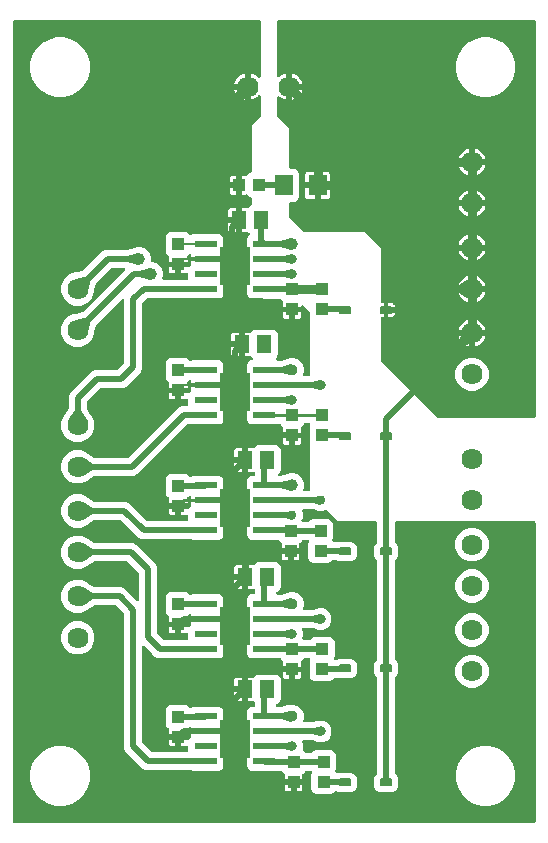
<source format=gbr>
G04 EAGLE Gerber RS-274X export*
G75*
%MOMM*%
%FSLAX34Y34*%
%LPD*%
%INTop Copper*%
%IPPOS*%
%AMOC8*
5,1,8,0,0,1.08239X$1,22.5*%
G01*
%ADD10R,1.000000X1.100000*%
%ADD11R,1.300000X1.500000*%
%ADD12R,1.968500X0.599100*%
%ADD13R,2.510000X3.200000*%
%ADD14R,1.100000X1.000000*%
%ADD15R,1.600000X1.803000*%
%ADD16C,1.790700*%
%ADD17C,0.130000*%
%ADD18C,0.762000*%
%ADD19C,0.508000*%
%ADD20C,0.152400*%
%ADD21C,0.254000*%
%ADD22C,1.006400*%
%ADD23C,0.806400*%
%ADD24C,0.756400*%
%ADD25C,0.956400*%

G36*
X451388Y10176D02*
X451388Y10176D01*
X451507Y10183D01*
X451545Y10196D01*
X451586Y10201D01*
X451696Y10244D01*
X451809Y10281D01*
X451844Y10303D01*
X451881Y10318D01*
X451977Y10387D01*
X452078Y10451D01*
X452106Y10481D01*
X452139Y10504D01*
X452215Y10596D01*
X452296Y10683D01*
X452316Y10718D01*
X452341Y10749D01*
X452392Y10857D01*
X452450Y10961D01*
X452460Y11001D01*
X452477Y11037D01*
X452499Y11154D01*
X452529Y11269D01*
X452533Y11329D01*
X452537Y11349D01*
X452535Y11370D01*
X452539Y11430D01*
X452539Y264160D01*
X452524Y264278D01*
X452517Y264397D01*
X452504Y264435D01*
X452499Y264476D01*
X452456Y264586D01*
X452419Y264699D01*
X452397Y264734D01*
X452382Y264771D01*
X452313Y264867D01*
X452249Y264968D01*
X452219Y264996D01*
X452196Y265029D01*
X452104Y265105D01*
X452017Y265186D01*
X451982Y265206D01*
X451951Y265231D01*
X451843Y265282D01*
X451739Y265340D01*
X451699Y265350D01*
X451663Y265367D01*
X451546Y265389D01*
X451431Y265419D01*
X451371Y265423D01*
X451351Y265427D01*
X451330Y265425D01*
X451270Y265429D01*
X334900Y265429D01*
X334782Y265414D01*
X334663Y265407D01*
X334625Y265394D01*
X334584Y265389D01*
X334474Y265346D01*
X334361Y265309D01*
X334326Y265287D01*
X334289Y265272D01*
X334193Y265203D01*
X334092Y265139D01*
X334064Y265109D01*
X334031Y265086D01*
X333955Y264994D01*
X333874Y264907D01*
X333854Y264872D01*
X333829Y264841D01*
X333778Y264733D01*
X333720Y264629D01*
X333710Y264589D01*
X333693Y264553D01*
X333671Y264436D01*
X333641Y264321D01*
X333637Y264261D01*
X333633Y264241D01*
X333635Y264220D01*
X333631Y264160D01*
X333631Y247839D01*
X333643Y247741D01*
X333646Y247642D01*
X333663Y247584D01*
X333671Y247524D01*
X333707Y247432D01*
X333735Y247337D01*
X333765Y247285D01*
X333788Y247228D01*
X333846Y247148D01*
X333896Y247063D01*
X333962Y246987D01*
X333974Y246971D01*
X333984Y246963D01*
X334002Y246942D01*
X335068Y245876D01*
X335941Y243770D01*
X335941Y236290D01*
X335068Y234184D01*
X334002Y233118D01*
X333942Y233040D01*
X333874Y232968D01*
X333845Y232915D01*
X333808Y232867D01*
X333768Y232776D01*
X333720Y232689D01*
X333705Y232631D01*
X333681Y232575D01*
X333666Y232477D01*
X333641Y232381D01*
X333635Y232281D01*
X333631Y232261D01*
X333633Y232249D01*
X333631Y232221D01*
X333631Y148779D01*
X333643Y148681D01*
X333646Y148582D01*
X333663Y148524D01*
X333671Y148464D01*
X333707Y148372D01*
X333735Y148277D01*
X333765Y148225D01*
X333788Y148168D01*
X333846Y148088D01*
X333896Y148003D01*
X333962Y147927D01*
X333974Y147911D01*
X333984Y147903D01*
X334002Y147882D01*
X335068Y146816D01*
X335941Y144710D01*
X335941Y137230D01*
X335068Y135124D01*
X334002Y134058D01*
X333942Y133980D01*
X333874Y133908D01*
X333845Y133855D01*
X333808Y133807D01*
X333768Y133716D01*
X333720Y133629D01*
X333705Y133571D01*
X333681Y133515D01*
X333666Y133417D01*
X333641Y133321D01*
X333635Y133221D01*
X333631Y133201D01*
X333633Y133189D01*
X333631Y133161D01*
X333631Y52259D01*
X333643Y52161D01*
X333646Y52062D01*
X333663Y52004D01*
X333671Y51944D01*
X333707Y51852D01*
X333735Y51757D01*
X333765Y51705D01*
X333788Y51648D01*
X333846Y51568D01*
X333896Y51483D01*
X333962Y51407D01*
X333974Y51391D01*
X333984Y51383D01*
X334002Y51362D01*
X335068Y50296D01*
X335941Y48190D01*
X335941Y40710D01*
X335068Y38604D01*
X333456Y36992D01*
X331350Y36119D01*
X320670Y36119D01*
X318564Y36992D01*
X316952Y38604D01*
X316079Y40710D01*
X316079Y48190D01*
X316952Y50296D01*
X318018Y51362D01*
X318078Y51440D01*
X318146Y51512D01*
X318175Y51565D01*
X318212Y51613D01*
X318252Y51704D01*
X318300Y51791D01*
X318315Y51849D01*
X318339Y51905D01*
X318354Y52003D01*
X318379Y52099D01*
X318385Y52199D01*
X318389Y52219D01*
X318387Y52231D01*
X318389Y52259D01*
X318389Y133161D01*
X318377Y133259D01*
X318374Y133358D01*
X318357Y133416D01*
X318349Y133476D01*
X318313Y133568D01*
X318285Y133663D01*
X318255Y133715D01*
X318232Y133772D01*
X318174Y133852D01*
X318124Y133937D01*
X318058Y134013D01*
X318046Y134029D01*
X318036Y134037D01*
X318018Y134058D01*
X316952Y135124D01*
X316079Y137230D01*
X316079Y144710D01*
X316952Y146816D01*
X318018Y147882D01*
X318078Y147960D01*
X318146Y148032D01*
X318175Y148085D01*
X318212Y148133D01*
X318252Y148224D01*
X318300Y148311D01*
X318315Y148369D01*
X318339Y148425D01*
X318354Y148523D01*
X318379Y148619D01*
X318385Y148719D01*
X318389Y148739D01*
X318387Y148751D01*
X318389Y148779D01*
X318389Y232221D01*
X318377Y232319D01*
X318374Y232418D01*
X318357Y232476D01*
X318349Y232536D01*
X318313Y232628D01*
X318285Y232723D01*
X318255Y232775D01*
X318232Y232832D01*
X318174Y232912D01*
X318124Y232997D01*
X318058Y233073D01*
X318046Y233089D01*
X318036Y233097D01*
X318018Y233118D01*
X316952Y234184D01*
X316079Y236290D01*
X316079Y243770D01*
X316952Y245876D01*
X318018Y246942D01*
X318078Y247020D01*
X318146Y247092D01*
X318175Y247145D01*
X318212Y247193D01*
X318252Y247284D01*
X318300Y247371D01*
X318315Y247429D01*
X318339Y247485D01*
X318354Y247583D01*
X318379Y247679D01*
X318385Y247779D01*
X318389Y247799D01*
X318387Y247811D01*
X318389Y247839D01*
X318389Y264160D01*
X318374Y264278D01*
X318367Y264397D01*
X318354Y264435D01*
X318349Y264476D01*
X318306Y264586D01*
X318269Y264699D01*
X318247Y264734D01*
X318232Y264771D01*
X318163Y264867D01*
X318099Y264968D01*
X318069Y264996D01*
X318046Y265029D01*
X317954Y265105D01*
X317867Y265186D01*
X317832Y265206D01*
X317801Y265231D01*
X317693Y265282D01*
X317589Y265340D01*
X317549Y265350D01*
X317513Y265367D01*
X317396Y265389D01*
X317281Y265419D01*
X317221Y265423D01*
X317201Y265427D01*
X317180Y265425D01*
X317120Y265429D01*
X285006Y265429D01*
X275570Y274865D01*
X275547Y274883D01*
X275528Y274905D01*
X275422Y274980D01*
X275319Y275060D01*
X275292Y275072D01*
X275268Y275089D01*
X275146Y275135D01*
X275027Y275186D01*
X274998Y275191D01*
X274970Y275201D01*
X274841Y275216D01*
X274713Y275236D01*
X274683Y275233D01*
X274654Y275237D01*
X274526Y275218D01*
X274396Y275206D01*
X274368Y275196D01*
X274339Y275192D01*
X274187Y275140D01*
X272273Y274347D01*
X270674Y274347D01*
X270657Y274345D01*
X270640Y274347D01*
X270480Y274332D01*
X269886Y274240D01*
X269594Y274311D01*
X269523Y274319D01*
X269455Y274337D01*
X269294Y274347D01*
X268747Y274347D01*
X267840Y274723D01*
X267824Y274728D01*
X267808Y274736D01*
X267655Y274784D01*
X264493Y275553D01*
X264423Y275561D01*
X264354Y275579D01*
X264193Y275589D01*
X255769Y275589D01*
X255719Y275583D01*
X255670Y275585D01*
X255562Y275563D01*
X255453Y275549D01*
X255407Y275531D01*
X255358Y275521D01*
X255260Y275473D01*
X255157Y275432D01*
X255117Y275403D01*
X255073Y275381D01*
X254989Y275310D01*
X254900Y275246D01*
X254868Y275207D01*
X254831Y275175D01*
X254767Y275085D01*
X254697Y275001D01*
X254676Y274956D01*
X254647Y274915D01*
X254608Y274812D01*
X254562Y274713D01*
X254552Y274664D01*
X254535Y274618D01*
X254523Y274508D01*
X254502Y274401D01*
X254505Y274351D01*
X254499Y274302D01*
X254515Y274193D01*
X254522Y274083D01*
X254537Y274036D01*
X254544Y273987D01*
X254596Y273834D01*
X255243Y272273D01*
X255243Y268747D01*
X254434Y266796D01*
X254421Y266748D01*
X254400Y266703D01*
X254380Y266595D01*
X254351Y266489D01*
X254350Y266439D01*
X254340Y266390D01*
X254347Y266281D01*
X254345Y266171D01*
X254357Y266123D01*
X254360Y266073D01*
X254394Y265969D01*
X254420Y265862D01*
X254443Y265818D01*
X254458Y265771D01*
X254517Y265678D01*
X254568Y265581D01*
X254602Y265544D01*
X254628Y265502D01*
X254708Y265427D01*
X254782Y265345D01*
X254824Y265318D01*
X254860Y265284D01*
X254956Y265231D01*
X255048Y265171D01*
X255095Y265154D01*
X255138Y265130D01*
X255245Y265103D01*
X255349Y265067D01*
X255398Y265063D01*
X255446Y265051D01*
X255607Y265041D01*
X259920Y265041D01*
X260018Y265053D01*
X260117Y265056D01*
X260175Y265073D01*
X260235Y265081D01*
X260327Y265117D01*
X260422Y265145D01*
X260475Y265175D01*
X260531Y265198D01*
X260611Y265256D01*
X260696Y265306D01*
X260772Y265372D01*
X260788Y265384D01*
X260796Y265394D01*
X260817Y265412D01*
X262132Y266727D01*
X263999Y267501D01*
X277021Y267501D01*
X278888Y266727D01*
X280317Y265298D01*
X281091Y263431D01*
X281091Y251409D01*
X280422Y249796D01*
X280409Y249748D01*
X280388Y249703D01*
X280367Y249595D01*
X280338Y249489D01*
X280338Y249439D01*
X280328Y249390D01*
X280335Y249281D01*
X280333Y249171D01*
X280345Y249123D01*
X280348Y249073D01*
X280382Y248969D01*
X280407Y248862D01*
X280431Y248818D01*
X280446Y248771D01*
X280505Y248678D01*
X280556Y248581D01*
X280590Y248544D01*
X280616Y248502D01*
X280696Y248427D01*
X280770Y248345D01*
X280812Y248318D01*
X280848Y248284D01*
X280944Y248231D01*
X281036Y248171D01*
X281083Y248154D01*
X281126Y248130D01*
X281233Y248103D01*
X281337Y248067D01*
X281386Y248063D01*
X281434Y248051D01*
X281595Y248041D01*
X284845Y248041D01*
X284854Y248042D01*
X284864Y248041D01*
X285012Y248062D01*
X285161Y248081D01*
X285169Y248084D01*
X285178Y248085D01*
X285331Y248137D01*
X285870Y248361D01*
X296550Y248361D01*
X298656Y247488D01*
X300268Y245876D01*
X301141Y243770D01*
X301141Y236290D01*
X300268Y234184D01*
X298656Y232572D01*
X296550Y231699D01*
X285870Y231699D01*
X283674Y232609D01*
X283657Y232622D01*
X283566Y232662D01*
X283479Y232710D01*
X283421Y232725D01*
X283365Y232749D01*
X283267Y232764D01*
X283171Y232789D01*
X283071Y232795D01*
X283051Y232799D01*
X283039Y232797D01*
X283011Y232799D01*
X281100Y232799D01*
X281002Y232787D01*
X280903Y232784D01*
X280845Y232767D01*
X280785Y232759D01*
X280693Y232723D01*
X280598Y232695D01*
X280545Y232665D01*
X280489Y232642D01*
X280409Y232584D01*
X280324Y232534D01*
X280248Y232468D01*
X280232Y232456D01*
X280224Y232446D01*
X280203Y232428D01*
X278888Y231113D01*
X277021Y230339D01*
X263999Y230339D01*
X262132Y231113D01*
X260703Y232542D01*
X259929Y234409D01*
X259929Y246431D01*
X260598Y248044D01*
X260611Y248092D01*
X260632Y248137D01*
X260653Y248245D01*
X260682Y248351D01*
X260682Y248401D01*
X260692Y248450D01*
X260685Y248559D01*
X260687Y248669D01*
X260675Y248717D01*
X260672Y248767D01*
X260638Y248871D01*
X260613Y248978D01*
X260589Y249022D01*
X260574Y249069D01*
X260515Y249162D01*
X260464Y249259D01*
X260430Y249296D01*
X260404Y249338D01*
X260324Y249413D01*
X260250Y249495D01*
X260208Y249522D01*
X260172Y249556D01*
X260076Y249609D01*
X259984Y249669D01*
X259937Y249686D01*
X259894Y249710D01*
X259787Y249737D01*
X259683Y249773D01*
X259634Y249777D01*
X259586Y249789D01*
X259425Y249799D01*
X255579Y249799D01*
X255550Y249796D01*
X255520Y249798D01*
X255392Y249776D01*
X255263Y249759D01*
X255236Y249749D01*
X255207Y249744D01*
X255088Y249690D01*
X254968Y249642D01*
X254944Y249625D01*
X254917Y249613D01*
X254815Y249532D01*
X254710Y249456D01*
X254692Y249433D01*
X254669Y249414D01*
X254591Y249311D01*
X254508Y249211D01*
X254495Y249184D01*
X254477Y249160D01*
X254421Y249046D01*
X252953Y247578D01*
X252888Y247494D01*
X252817Y247417D01*
X252791Y247369D01*
X252758Y247327D01*
X252716Y247229D01*
X252666Y247136D01*
X252653Y247084D01*
X252632Y247035D01*
X252615Y246930D01*
X252590Y246828D01*
X252590Y246774D01*
X252582Y246721D01*
X252592Y246615D01*
X252593Y246510D01*
X252610Y246426D01*
X252612Y246404D01*
X252617Y246389D01*
X252625Y246352D01*
X252651Y246254D01*
X252651Y242919D01*
X246340Y242919D01*
X246222Y242904D01*
X246103Y242897D01*
X246065Y242884D01*
X246025Y242879D01*
X245914Y242836D01*
X245801Y242799D01*
X245767Y242777D01*
X245729Y242762D01*
X245633Y242693D01*
X245532Y242629D01*
X245504Y242599D01*
X245472Y242576D01*
X245396Y242484D01*
X245314Y242397D01*
X245295Y242362D01*
X245269Y242331D01*
X245218Y242223D01*
X245161Y242119D01*
X245151Y242079D01*
X245133Y242043D01*
X245113Y241936D01*
X245109Y241966D01*
X245065Y242076D01*
X245029Y242189D01*
X245007Y242224D01*
X244992Y242261D01*
X244922Y242357D01*
X244859Y242458D01*
X244829Y242486D01*
X244805Y242519D01*
X244714Y242595D01*
X244627Y242676D01*
X244592Y242696D01*
X244560Y242721D01*
X244453Y242772D01*
X244348Y242830D01*
X244309Y242840D01*
X244273Y242857D01*
X244156Y242879D01*
X244040Y242909D01*
X243980Y242913D01*
X243960Y242917D01*
X243940Y242915D01*
X243880Y242919D01*
X237569Y242919D01*
X237569Y246254D01*
X237595Y246352D01*
X237610Y246457D01*
X237633Y246560D01*
X237631Y246614D01*
X237639Y246667D01*
X237626Y246772D01*
X237623Y246878D01*
X237608Y246929D01*
X237602Y246983D01*
X237564Y247082D01*
X237535Y247183D01*
X237507Y247230D01*
X237488Y247280D01*
X237427Y247366D01*
X237373Y247457D01*
X237317Y247521D01*
X237304Y247539D01*
X237292Y247549D01*
X237267Y247578D01*
X235803Y249042D01*
X235737Y249201D01*
X235678Y249304D01*
X235626Y249411D01*
X235599Y249442D01*
X235579Y249477D01*
X235497Y249562D01*
X235419Y249653D01*
X235386Y249676D01*
X235358Y249705D01*
X235257Y249768D01*
X235159Y249836D01*
X235122Y249851D01*
X235087Y249872D01*
X234973Y249907D01*
X234862Y249949D01*
X234822Y249953D01*
X234783Y249965D01*
X234664Y249971D01*
X234546Y249984D01*
X234506Y249978D01*
X234465Y249980D01*
X234349Y249956D01*
X234231Y249940D01*
X234174Y249920D01*
X234154Y249916D01*
X234136Y249907D01*
X234079Y249888D01*
X233707Y249734D01*
X212001Y249734D01*
X210134Y250507D01*
X208704Y251937D01*
X207931Y253804D01*
X207931Y261816D01*
X208700Y263674D01*
X208727Y263770D01*
X208762Y263862D01*
X208768Y263923D01*
X208784Y263981D01*
X208786Y264080D01*
X208797Y264178D01*
X208788Y264238D01*
X208789Y264299D01*
X208766Y264395D01*
X208752Y264493D01*
X208720Y264588D01*
X208715Y264608D01*
X208709Y264619D01*
X208700Y264646D01*
X207931Y266504D01*
X207931Y274516D01*
X208700Y276374D01*
X208727Y276470D01*
X208762Y276562D01*
X208768Y276623D01*
X208784Y276681D01*
X208786Y276780D01*
X208797Y276878D01*
X208788Y276938D01*
X208789Y276999D01*
X208766Y277095D01*
X208752Y277193D01*
X208720Y277288D01*
X208715Y277308D01*
X208709Y277319D01*
X208700Y277346D01*
X207931Y279204D01*
X207931Y287216D01*
X208700Y289074D01*
X208727Y289170D01*
X208762Y289262D01*
X208768Y289323D01*
X208784Y289381D01*
X208786Y289480D01*
X208797Y289578D01*
X208788Y289638D01*
X208789Y289699D01*
X208766Y289795D01*
X208752Y289893D01*
X208720Y289988D01*
X208715Y290008D01*
X208709Y290019D01*
X208700Y290046D01*
X207931Y291904D01*
X207931Y299916D01*
X208704Y301783D01*
X210134Y303213D01*
X212001Y303986D01*
X213964Y303986D01*
X214082Y304001D01*
X214201Y304009D01*
X214239Y304021D01*
X214280Y304026D01*
X214390Y304070D01*
X214503Y304107D01*
X214538Y304128D01*
X214575Y304143D01*
X214671Y304213D01*
X214772Y304277D01*
X214800Y304306D01*
X214833Y304330D01*
X214909Y304422D01*
X214990Y304508D01*
X215010Y304544D01*
X215035Y304575D01*
X215086Y304683D01*
X215144Y304787D01*
X215154Y304826D01*
X215171Y304863D01*
X215193Y304979D01*
X215223Y305095D01*
X215227Y305155D01*
X215231Y305175D01*
X215229Y305195D01*
X215233Y305255D01*
X215233Y305956D01*
X215221Y306054D01*
X215218Y306153D01*
X215201Y306211D01*
X215193Y306271D01*
X215157Y306363D01*
X215129Y306458D01*
X215099Y306511D01*
X215076Y306567D01*
X215018Y306647D01*
X214968Y306732D01*
X214902Y306808D01*
X214890Y306824D01*
X214880Y306832D01*
X214862Y306853D01*
X214558Y307157D01*
X214474Y307222D01*
X214397Y307293D01*
X214349Y307319D01*
X214307Y307352D01*
X214209Y307394D01*
X214116Y307444D01*
X214064Y307457D01*
X214015Y307478D01*
X213910Y307495D01*
X213808Y307520D01*
X213754Y307520D01*
X213701Y307528D01*
X213595Y307518D01*
X213490Y307517D01*
X213406Y307500D01*
X213384Y307498D01*
X213369Y307493D01*
X213332Y307485D01*
X213234Y307459D01*
X208939Y307459D01*
X208939Y316230D01*
X208924Y316348D01*
X208917Y316467D01*
X208904Y316505D01*
X208899Y316545D01*
X208855Y316656D01*
X208819Y316769D01*
X208797Y316804D01*
X208782Y316841D01*
X208712Y316937D01*
X208649Y317038D01*
X208619Y317066D01*
X208595Y317098D01*
X208504Y317174D01*
X208417Y317256D01*
X208382Y317275D01*
X208350Y317301D01*
X208243Y317352D01*
X208139Y317409D01*
X208099Y317420D01*
X208063Y317437D01*
X207946Y317459D01*
X207831Y317489D01*
X207770Y317493D01*
X207750Y317497D01*
X207730Y317495D01*
X207670Y317499D01*
X206399Y317499D01*
X206399Y317501D01*
X207670Y317501D01*
X207788Y317516D01*
X207907Y317523D01*
X207945Y317536D01*
X207985Y317541D01*
X208096Y317585D01*
X208209Y317621D01*
X208244Y317643D01*
X208281Y317658D01*
X208377Y317728D01*
X208478Y317791D01*
X208506Y317821D01*
X208538Y317845D01*
X208614Y317936D01*
X208696Y318023D01*
X208715Y318058D01*
X208741Y318090D01*
X208792Y318197D01*
X208849Y318301D01*
X208860Y318341D01*
X208877Y318377D01*
X208899Y318494D01*
X208929Y318609D01*
X208933Y318670D01*
X208937Y318690D01*
X208935Y318710D01*
X208939Y318770D01*
X208939Y327541D01*
X213234Y327541D01*
X213332Y327515D01*
X213417Y327503D01*
X213493Y327483D01*
X213519Y327482D01*
X213540Y327477D01*
X213575Y327478D01*
X213617Y327476D01*
X213647Y327471D01*
X213752Y327484D01*
X213858Y327487D01*
X213909Y327502D01*
X213963Y327508D01*
X213975Y327513D01*
X213978Y327513D01*
X214026Y327532D01*
X214062Y327546D01*
X214163Y327575D01*
X214210Y327603D01*
X214260Y327622D01*
X214269Y327628D01*
X214273Y327630D01*
X214348Y327684D01*
X214437Y327737D01*
X214501Y327793D01*
X214519Y327806D01*
X214525Y327812D01*
X214531Y327817D01*
X214538Y327826D01*
X214558Y327843D01*
X216022Y329307D01*
X217889Y330081D01*
X232911Y330081D01*
X234778Y329307D01*
X236207Y327878D01*
X236981Y326011D01*
X236981Y308989D01*
X236207Y307122D01*
X234783Y305697D01*
X234697Y305588D01*
X234609Y305481D01*
X234600Y305462D01*
X234588Y305446D01*
X234532Y305318D01*
X234473Y305193D01*
X234470Y305173D01*
X234461Y305154D01*
X234440Y305016D01*
X234414Y304880D01*
X234415Y304860D01*
X234412Y304840D01*
X234425Y304701D01*
X234433Y304563D01*
X234439Y304544D01*
X234441Y304524D01*
X234489Y304392D01*
X234531Y304261D01*
X234542Y304243D01*
X234549Y304224D01*
X234627Y304109D01*
X234701Y303992D01*
X234716Y303978D01*
X234728Y303961D01*
X234832Y303869D01*
X234933Y303774D01*
X234951Y303764D01*
X234966Y303751D01*
X235090Y303687D01*
X235212Y303620D01*
X235231Y303615D01*
X235249Y303606D01*
X235385Y303576D01*
X235520Y303541D01*
X235548Y303539D01*
X235560Y303536D01*
X235580Y303537D01*
X235680Y303531D01*
X236125Y303531D01*
X236221Y303543D01*
X236319Y303546D01*
X236420Y303568D01*
X236440Y303571D01*
X236451Y303575D01*
X236476Y303580D01*
X242966Y305451D01*
X242979Y305456D01*
X243100Y305498D01*
X244368Y306023D01*
X244773Y306023D01*
X244869Y306035D01*
X244967Y306038D01*
X245019Y306049D01*
X245182Y306031D01*
X245196Y306031D01*
X245324Y306023D01*
X248392Y306023D01*
X252108Y304483D01*
X254953Y301638D01*
X256493Y297922D01*
X256493Y293898D01*
X255949Y292586D01*
X255936Y292538D01*
X255915Y292493D01*
X255894Y292385D01*
X255865Y292279D01*
X255864Y292229D01*
X255855Y292180D01*
X255862Y292071D01*
X255860Y291961D01*
X255872Y291913D01*
X255875Y291863D01*
X255908Y291759D01*
X255934Y291652D01*
X255957Y291608D01*
X255973Y291561D01*
X256031Y291468D01*
X256083Y291371D01*
X256116Y291334D01*
X256143Y291292D01*
X256223Y291217D01*
X256297Y291135D01*
X256338Y291108D01*
X256374Y291074D01*
X256471Y291021D01*
X256562Y290961D01*
X256610Y290944D01*
X256653Y290920D01*
X256759Y290893D01*
X256863Y290857D01*
X256913Y290853D01*
X256961Y290841D01*
X257122Y290831D01*
X260350Y290831D01*
X260468Y290846D01*
X260587Y290853D01*
X260625Y290866D01*
X260666Y290871D01*
X260776Y290914D01*
X260889Y290951D01*
X260924Y290973D01*
X260961Y290988D01*
X261057Y291057D01*
X261158Y291121D01*
X261186Y291151D01*
X261219Y291174D01*
X261295Y291266D01*
X261376Y291353D01*
X261396Y291388D01*
X261421Y291419D01*
X261472Y291527D01*
X261530Y291631D01*
X261540Y291671D01*
X261557Y291707D01*
X261579Y291824D01*
X261609Y291939D01*
X261613Y291999D01*
X261617Y292019D01*
X261615Y292040D01*
X261619Y292100D01*
X261619Y330933D01*
X261618Y330942D01*
X261619Y330951D01*
X261598Y331100D01*
X261579Y331249D01*
X261576Y331257D01*
X261575Y331266D01*
X261523Y331419D01*
X261199Y332199D01*
X261199Y344221D01*
X261523Y345001D01*
X261525Y345010D01*
X261530Y345018D01*
X261567Y345163D01*
X261607Y345308D01*
X261607Y345317D01*
X261609Y345326D01*
X261619Y345487D01*
X261619Y347590D01*
X261604Y347708D01*
X261597Y347827D01*
X261584Y347865D01*
X261579Y347906D01*
X261536Y348016D01*
X261499Y348129D01*
X261477Y348164D01*
X261462Y348201D01*
X261393Y348297D01*
X261329Y348398D01*
X261299Y348426D01*
X261276Y348459D01*
X261184Y348535D01*
X261097Y348616D01*
X261062Y348636D01*
X261031Y348661D01*
X260923Y348712D01*
X260819Y348770D01*
X260779Y348780D01*
X260743Y348797D01*
X260626Y348819D01*
X260511Y348849D01*
X260451Y348853D01*
X260431Y348857D01*
X260410Y348855D01*
X260350Y348859D01*
X257375Y348859D01*
X257346Y348856D01*
X257316Y348858D01*
X257188Y348836D01*
X257060Y348819D01*
X257032Y348809D01*
X257003Y348804D01*
X256884Y348750D01*
X256764Y348702D01*
X256740Y348685D01*
X256713Y348673D01*
X256612Y348592D01*
X256506Y348516D01*
X256488Y348493D01*
X256465Y348474D01*
X256386Y348371D01*
X256304Y348271D01*
X256291Y348244D01*
X256273Y348220D01*
X256202Y348076D01*
X255687Y346832D01*
X254223Y345368D01*
X254158Y345284D01*
X254087Y345207D01*
X254061Y345159D01*
X254028Y345117D01*
X253986Y345019D01*
X253936Y344926D01*
X253923Y344874D01*
X253902Y344825D01*
X253885Y344720D01*
X253860Y344618D01*
X253860Y344564D01*
X253852Y344511D01*
X253862Y344405D01*
X253863Y344300D01*
X253880Y344216D01*
X253882Y344194D01*
X253887Y344179D01*
X253895Y344142D01*
X253921Y344044D01*
X253921Y340709D01*
X247610Y340709D01*
X247492Y340694D01*
X247373Y340687D01*
X247335Y340674D01*
X247295Y340669D01*
X247184Y340626D01*
X247071Y340589D01*
X247037Y340567D01*
X246999Y340552D01*
X246903Y340483D01*
X246802Y340419D01*
X246774Y340389D01*
X246742Y340366D01*
X246666Y340274D01*
X246584Y340187D01*
X246565Y340152D01*
X246539Y340121D01*
X246488Y340013D01*
X246431Y339909D01*
X246421Y339869D01*
X246403Y339833D01*
X246383Y339726D01*
X246379Y339756D01*
X246335Y339866D01*
X246299Y339979D01*
X246277Y340014D01*
X246262Y340051D01*
X246192Y340147D01*
X246129Y340248D01*
X246099Y340276D01*
X246075Y340309D01*
X245984Y340385D01*
X245897Y340466D01*
X245862Y340486D01*
X245830Y340511D01*
X245723Y340562D01*
X245618Y340620D01*
X245579Y340630D01*
X245543Y340647D01*
X245426Y340669D01*
X245310Y340699D01*
X245250Y340703D01*
X245230Y340707D01*
X245210Y340705D01*
X245150Y340709D01*
X238839Y340709D01*
X238839Y344044D01*
X238865Y344142D01*
X238880Y344247D01*
X238903Y344350D01*
X238901Y344404D01*
X238909Y344457D01*
X238896Y344562D01*
X238893Y344668D01*
X238878Y344719D01*
X238872Y344773D01*
X238834Y344872D01*
X238805Y344973D01*
X238777Y345020D01*
X238758Y345070D01*
X238697Y345156D01*
X238643Y345247D01*
X238587Y345311D01*
X238574Y345329D01*
X238562Y345339D01*
X238537Y345368D01*
X237073Y346832D01*
X236821Y347440D01*
X236762Y347543D01*
X236710Y347650D01*
X236684Y347681D01*
X236663Y347716D01*
X236581Y347801D01*
X236503Y347892D01*
X236470Y347915D01*
X236442Y347944D01*
X236341Y348007D01*
X236243Y348075D01*
X236206Y348090D01*
X236171Y348111D01*
X236057Y348146D01*
X235946Y348188D01*
X235906Y348192D01*
X235867Y348204D01*
X235748Y348210D01*
X235630Y348223D01*
X235590Y348218D01*
X235550Y348219D01*
X235433Y348195D01*
X235315Y348179D01*
X235258Y348159D01*
X235238Y348155D01*
X235220Y348146D01*
X235163Y348127D01*
X233707Y347524D01*
X212001Y347524D01*
X210134Y348297D01*
X208704Y349727D01*
X207931Y351594D01*
X207931Y359606D01*
X208700Y361464D01*
X208727Y361560D01*
X208762Y361652D01*
X208768Y361713D01*
X208784Y361771D01*
X208786Y361870D01*
X208797Y361968D01*
X208788Y362028D01*
X208789Y362089D01*
X208766Y362185D01*
X208753Y362283D01*
X208720Y362378D01*
X208715Y362398D01*
X208710Y362409D01*
X208700Y362436D01*
X207931Y364294D01*
X207931Y372306D01*
X208700Y374164D01*
X208727Y374260D01*
X208762Y374352D01*
X208768Y374413D01*
X208784Y374471D01*
X208786Y374570D01*
X208797Y374668D01*
X208788Y374728D01*
X208789Y374789D01*
X208766Y374885D01*
X208753Y374983D01*
X208720Y375078D01*
X208715Y375098D01*
X208710Y375109D01*
X208700Y375136D01*
X207931Y376994D01*
X207931Y385006D01*
X208700Y386864D01*
X208727Y386960D01*
X208762Y387052D01*
X208768Y387113D01*
X208784Y387171D01*
X208786Y387270D01*
X208797Y387368D01*
X208788Y387428D01*
X208789Y387489D01*
X208766Y387585D01*
X208753Y387683D01*
X208720Y387778D01*
X208715Y387798D01*
X208710Y387809D01*
X208700Y387836D01*
X207931Y389694D01*
X207931Y397706D01*
X208704Y399573D01*
X210134Y401003D01*
X212001Y401776D01*
X212124Y401776D01*
X212262Y401794D01*
X212401Y401807D01*
X212420Y401814D01*
X212440Y401816D01*
X212569Y401867D01*
X212700Y401914D01*
X212717Y401926D01*
X212736Y401933D01*
X212848Y402015D01*
X212963Y402093D01*
X212976Y402108D01*
X212993Y402120D01*
X213082Y402227D01*
X213174Y402331D01*
X213183Y402349D01*
X213196Y402365D01*
X213255Y402491D01*
X213318Y402615D01*
X213323Y402634D01*
X213331Y402653D01*
X213357Y402789D01*
X213388Y402925D01*
X213387Y402945D01*
X213391Y402965D01*
X213382Y403103D01*
X213378Y403243D01*
X213372Y403262D01*
X213371Y403282D01*
X213328Y403415D01*
X213290Y403548D01*
X213279Y403566D01*
X213273Y403585D01*
X213199Y403702D01*
X213128Y403822D01*
X213110Y403843D01*
X213103Y403854D01*
X213088Y403868D01*
X213022Y403943D01*
X212018Y404947D01*
X211934Y405012D01*
X211856Y405083D01*
X211809Y405109D01*
X211767Y405142D01*
X211670Y405184D01*
X211576Y405234D01*
X211524Y405247D01*
X211475Y405268D01*
X211370Y405285D01*
X211268Y405310D01*
X211214Y405310D01*
X211161Y405318D01*
X211055Y405308D01*
X210950Y405307D01*
X210866Y405290D01*
X210844Y405288D01*
X210829Y405283D01*
X210792Y405275D01*
X210694Y405249D01*
X206399Y405249D01*
X206399Y414020D01*
X206384Y414138D01*
X206377Y414257D01*
X206364Y414295D01*
X206359Y414335D01*
X206315Y414446D01*
X206279Y414559D01*
X206257Y414594D01*
X206242Y414631D01*
X206172Y414727D01*
X206109Y414828D01*
X206079Y414856D01*
X206055Y414888D01*
X205964Y414964D01*
X205877Y415046D01*
X205842Y415065D01*
X205810Y415091D01*
X205703Y415142D01*
X205599Y415199D01*
X205559Y415210D01*
X205523Y415227D01*
X205406Y415249D01*
X205291Y415279D01*
X205230Y415283D01*
X205210Y415287D01*
X205190Y415285D01*
X205130Y415289D01*
X203859Y415289D01*
X203859Y415291D01*
X205130Y415291D01*
X205248Y415306D01*
X205367Y415313D01*
X205405Y415326D01*
X205445Y415331D01*
X205556Y415375D01*
X205669Y415411D01*
X205704Y415433D01*
X205741Y415448D01*
X205837Y415518D01*
X205938Y415581D01*
X205966Y415611D01*
X205998Y415635D01*
X206074Y415726D01*
X206156Y415813D01*
X206175Y415848D01*
X206201Y415880D01*
X206252Y415987D01*
X206309Y416091D01*
X206320Y416131D01*
X206337Y416167D01*
X206359Y416284D01*
X206389Y416399D01*
X206393Y416460D01*
X206397Y416480D01*
X206395Y416500D01*
X206399Y416560D01*
X206399Y425331D01*
X210694Y425331D01*
X210792Y425305D01*
X210897Y425290D01*
X211000Y425267D01*
X211054Y425269D01*
X211107Y425261D01*
X211212Y425274D01*
X211318Y425277D01*
X211369Y425292D01*
X211423Y425298D01*
X211522Y425336D01*
X211623Y425365D01*
X211670Y425393D01*
X211720Y425412D01*
X211806Y425473D01*
X211897Y425527D01*
X211961Y425583D01*
X211979Y425596D01*
X211989Y425608D01*
X212018Y425633D01*
X213482Y427097D01*
X215349Y427871D01*
X230371Y427871D01*
X232238Y427097D01*
X233667Y425668D01*
X234441Y423801D01*
X234441Y406779D01*
X233667Y404912D01*
X232698Y403943D01*
X232613Y403834D01*
X232524Y403726D01*
X232516Y403708D01*
X232503Y403692D01*
X232448Y403564D01*
X232389Y403438D01*
X232385Y403419D01*
X232377Y403400D01*
X232355Y403262D01*
X232329Y403126D01*
X232330Y403106D01*
X232327Y403086D01*
X232340Y402947D01*
X232349Y402809D01*
X232355Y402789D01*
X232357Y402769D01*
X232404Y402638D01*
X232447Y402506D01*
X232458Y402489D01*
X232464Y402470D01*
X232543Y402355D01*
X232617Y402237D01*
X232632Y402223D01*
X232643Y402207D01*
X232747Y402115D01*
X232849Y402019D01*
X232866Y402010D01*
X232881Y401996D01*
X233005Y401933D01*
X233127Y401866D01*
X233147Y401861D01*
X233165Y401852D01*
X233301Y401821D01*
X233435Y401786D01*
X233463Y401785D01*
X233475Y401782D01*
X233496Y401783D01*
X233596Y401776D01*
X233707Y401776D01*
X234574Y401417D01*
X234582Y401415D01*
X234591Y401410D01*
X234736Y401373D01*
X234880Y401333D01*
X234890Y401333D01*
X234899Y401331D01*
X235059Y401321D01*
X236899Y401321D01*
X236992Y401333D01*
X237086Y401335D01*
X237196Y401358D01*
X237214Y401361D01*
X237223Y401364D01*
X237244Y401369D01*
X243070Y403014D01*
X243079Y403017D01*
X243210Y403062D01*
X244418Y403563D01*
X244838Y403563D01*
X244932Y403575D01*
X245026Y403577D01*
X245136Y403600D01*
X245154Y403603D01*
X245157Y403604D01*
X245430Y403571D01*
X245439Y403572D01*
X245578Y403563D01*
X248342Y403563D01*
X251967Y402061D01*
X254741Y399287D01*
X256243Y395662D01*
X256243Y391738D01*
X255678Y390376D01*
X255665Y390328D01*
X255644Y390283D01*
X255623Y390175D01*
X255594Y390069D01*
X255594Y390019D01*
X255584Y389970D01*
X255591Y389861D01*
X255589Y389751D01*
X255601Y389703D01*
X255604Y389653D01*
X255638Y389549D01*
X255664Y389442D01*
X255687Y389398D01*
X255702Y389351D01*
X255761Y389258D01*
X255812Y389161D01*
X255846Y389124D01*
X255872Y389082D01*
X255952Y389007D01*
X256026Y388925D01*
X256068Y388898D01*
X256104Y388864D01*
X256200Y388811D01*
X256292Y388751D01*
X256339Y388734D01*
X256382Y388710D01*
X256489Y388683D01*
X256593Y388647D01*
X256642Y388643D01*
X256690Y388631D01*
X256851Y388621D01*
X260350Y388621D01*
X260468Y388636D01*
X260587Y388643D01*
X260625Y388656D01*
X260666Y388661D01*
X260776Y388704D01*
X260889Y388741D01*
X260924Y388763D01*
X260961Y388778D01*
X261057Y388847D01*
X261158Y388911D01*
X261186Y388941D01*
X261219Y388964D01*
X261295Y389056D01*
X261376Y389143D01*
X261396Y389178D01*
X261421Y389209D01*
X261472Y389317D01*
X261530Y389421D01*
X261540Y389461D01*
X261557Y389497D01*
X261579Y389614D01*
X261609Y389729D01*
X261613Y389789D01*
X261617Y389809D01*
X261615Y389830D01*
X261619Y389890D01*
X261619Y437613D01*
X261618Y437622D01*
X261619Y437631D01*
X261598Y437780D01*
X261579Y437929D01*
X261576Y437937D01*
X261575Y437946D01*
X261523Y438099D01*
X261199Y438879D01*
X261199Y442380D01*
X261187Y442478D01*
X261184Y442577D01*
X261167Y442635D01*
X261159Y442696D01*
X261123Y442788D01*
X261095Y442883D01*
X261065Y442935D01*
X261042Y442991D01*
X260984Y443071D01*
X260934Y443157D01*
X260868Y443232D01*
X260856Y443249D01*
X260846Y443256D01*
X260828Y443277D01*
X256087Y448018D01*
X255978Y448103D01*
X255871Y448191D01*
X255852Y448200D01*
X255836Y448212D01*
X255708Y448268D01*
X255583Y448327D01*
X255563Y448331D01*
X255544Y448339D01*
X255406Y448361D01*
X255270Y448387D01*
X255250Y448385D01*
X255230Y448389D01*
X255091Y448376D01*
X254953Y448367D01*
X254934Y448361D01*
X254914Y448359D01*
X254782Y448312D01*
X254651Y448269D01*
X254633Y448258D01*
X254614Y448251D01*
X254499Y448173D01*
X254382Y448099D01*
X254368Y448084D01*
X254351Y448073D01*
X254259Y447969D01*
X254164Y447867D01*
X254154Y447849D01*
X254141Y447834D01*
X254077Y447710D01*
X254010Y447589D01*
X254005Y447569D01*
X253996Y447551D01*
X253966Y447415D01*
X253959Y447389D01*
X247610Y447389D01*
X247492Y447374D01*
X247373Y447367D01*
X247335Y447354D01*
X247295Y447349D01*
X247184Y447306D01*
X247071Y447269D01*
X247037Y447247D01*
X246999Y447232D01*
X246903Y447163D01*
X246802Y447099D01*
X246774Y447069D01*
X246742Y447046D01*
X246666Y446954D01*
X246584Y446867D01*
X246565Y446832D01*
X246539Y446801D01*
X246488Y446693D01*
X246431Y446589D01*
X246421Y446549D01*
X246403Y446513D01*
X246383Y446406D01*
X246379Y446436D01*
X246335Y446546D01*
X246299Y446659D01*
X246277Y446694D01*
X246262Y446731D01*
X246192Y446827D01*
X246129Y446928D01*
X246099Y446956D01*
X246075Y446989D01*
X245984Y447065D01*
X245897Y447146D01*
X245862Y447166D01*
X245830Y447191D01*
X245723Y447242D01*
X245618Y447300D01*
X245579Y447310D01*
X245543Y447327D01*
X245426Y447349D01*
X245310Y447379D01*
X245250Y447383D01*
X245230Y447387D01*
X245210Y447385D01*
X245150Y447389D01*
X238839Y447389D01*
X238839Y450724D01*
X238865Y450822D01*
X238880Y450927D01*
X238903Y451030D01*
X238901Y451083D01*
X238909Y451137D01*
X238896Y451242D01*
X238893Y451348D01*
X238878Y451399D01*
X238872Y451453D01*
X238834Y451552D01*
X238805Y451653D01*
X238778Y451699D01*
X238758Y451750D01*
X238697Y451836D01*
X238643Y451927D01*
X238587Y451991D01*
X238574Y452009D01*
X238562Y452019D01*
X238537Y452048D01*
X237567Y453018D01*
X237489Y453078D01*
X237417Y453146D01*
X237364Y453175D01*
X237316Y453212D01*
X237225Y453252D01*
X237138Y453300D01*
X237080Y453315D01*
X237024Y453339D01*
X236926Y453354D01*
X236830Y453379D01*
X236730Y453385D01*
X236710Y453389D01*
X236698Y453387D01*
X236670Y453389D01*
X222776Y453389D01*
X222333Y453832D01*
X222255Y453893D01*
X222183Y453961D01*
X222129Y453990D01*
X222082Y454027D01*
X221991Y454066D01*
X221904Y454114D01*
X221845Y454129D01*
X221790Y454153D01*
X221692Y454169D01*
X221596Y454194D01*
X221496Y454200D01*
X221476Y454203D01*
X221463Y454202D01*
X221435Y454204D01*
X212001Y454204D01*
X210134Y454977D01*
X208704Y456407D01*
X207931Y458274D01*
X207931Y466286D01*
X208700Y468144D01*
X208727Y468240D01*
X208762Y468332D01*
X208768Y468393D01*
X208784Y468451D01*
X208786Y468550D01*
X208797Y468648D01*
X208788Y468708D01*
X208789Y468769D01*
X208766Y468865D01*
X208752Y468963D01*
X208720Y469058D01*
X208715Y469078D01*
X208709Y469089D01*
X208700Y469116D01*
X207931Y470974D01*
X207931Y478986D01*
X208700Y480844D01*
X208727Y480940D01*
X208762Y481032D01*
X208768Y481093D01*
X208784Y481151D01*
X208786Y481250D01*
X208797Y481348D01*
X208788Y481408D01*
X208789Y481469D01*
X208766Y481565D01*
X208752Y481663D01*
X208720Y481758D01*
X208715Y481778D01*
X208709Y481789D01*
X208700Y481816D01*
X207931Y483674D01*
X207931Y491686D01*
X208700Y493544D01*
X208727Y493640D01*
X208762Y493732D01*
X208768Y493793D01*
X208784Y493851D01*
X208786Y493950D01*
X208797Y494048D01*
X208788Y494108D01*
X208789Y494169D01*
X208766Y494265D01*
X208752Y494363D01*
X208720Y494458D01*
X208715Y494478D01*
X208709Y494489D01*
X208700Y494516D01*
X207931Y496374D01*
X207931Y504386D01*
X208704Y506253D01*
X210245Y507795D01*
X210318Y507889D01*
X210397Y507978D01*
X210415Y508014D01*
X210440Y508046D01*
X210488Y508155D01*
X210542Y508261D01*
X210550Y508300D01*
X210567Y508338D01*
X210585Y508455D01*
X210611Y508571D01*
X210610Y508612D01*
X210616Y508652D01*
X210605Y508770D01*
X210602Y508889D01*
X210590Y508928D01*
X210587Y508968D01*
X210546Y509081D01*
X210513Y509195D01*
X210493Y509230D01*
X210479Y509268D01*
X210412Y509366D01*
X210352Y509469D01*
X210312Y509514D01*
X210300Y509531D01*
X210285Y509544D01*
X210245Y509590D01*
X209478Y510357D01*
X209394Y510422D01*
X209316Y510493D01*
X209269Y510519D01*
X209227Y510552D01*
X209130Y510594D01*
X209036Y510644D01*
X208984Y510657D01*
X208935Y510678D01*
X208830Y510695D01*
X208728Y510720D01*
X208674Y510720D01*
X208621Y510728D01*
X208515Y510718D01*
X208410Y510717D01*
X208326Y510700D01*
X208304Y510698D01*
X208289Y510693D01*
X208252Y510685D01*
X208154Y510659D01*
X203859Y510659D01*
X203859Y519430D01*
X203844Y519548D01*
X203837Y519667D01*
X203824Y519705D01*
X203819Y519745D01*
X203775Y519856D01*
X203739Y519969D01*
X203717Y520004D01*
X203702Y520041D01*
X203632Y520137D01*
X203569Y520238D01*
X203539Y520266D01*
X203515Y520298D01*
X203424Y520374D01*
X203337Y520456D01*
X203302Y520475D01*
X203270Y520501D01*
X203163Y520552D01*
X203059Y520609D01*
X203019Y520620D01*
X202983Y520637D01*
X202866Y520659D01*
X202751Y520689D01*
X202690Y520693D01*
X202670Y520697D01*
X202650Y520695D01*
X202590Y520699D01*
X201319Y520699D01*
X201319Y520701D01*
X202590Y520701D01*
X202708Y520716D01*
X202827Y520723D01*
X202865Y520736D01*
X202905Y520741D01*
X203016Y520785D01*
X203129Y520821D01*
X203164Y520843D01*
X203201Y520858D01*
X203297Y520928D01*
X203398Y520991D01*
X203426Y521021D01*
X203458Y521045D01*
X203534Y521136D01*
X203616Y521223D01*
X203635Y521258D01*
X203661Y521290D01*
X203712Y521397D01*
X203769Y521501D01*
X203780Y521541D01*
X203797Y521577D01*
X203819Y521694D01*
X203849Y521809D01*
X203853Y521870D01*
X203857Y521890D01*
X203855Y521910D01*
X203859Y521970D01*
X203859Y530741D01*
X208154Y530741D01*
X208252Y530715D01*
X208357Y530700D01*
X208460Y530677D01*
X208513Y530679D01*
X208567Y530671D01*
X208672Y530684D01*
X208778Y530687D01*
X208829Y530702D01*
X208883Y530708D01*
X208982Y530746D01*
X209083Y530775D01*
X209129Y530802D01*
X209180Y530822D01*
X209266Y530883D01*
X209357Y530937D01*
X209421Y530993D01*
X209439Y531006D01*
X209449Y531018D01*
X209478Y531043D01*
X210942Y532507D01*
X211306Y532658D01*
X211331Y532673D01*
X211359Y532682D01*
X211469Y532751D01*
X211582Y532815D01*
X211603Y532836D01*
X211628Y532852D01*
X211717Y532946D01*
X211810Y533037D01*
X211826Y533062D01*
X211846Y533083D01*
X211909Y533197D01*
X211977Y533308D01*
X211985Y533336D01*
X212000Y533362D01*
X212032Y533488D01*
X212070Y533612D01*
X212072Y533641D01*
X212079Y533670D01*
X212089Y533831D01*
X212089Y538751D01*
X212086Y538780D01*
X212088Y538809D01*
X212066Y538937D01*
X212049Y539066D01*
X212039Y539093D01*
X212034Y539123D01*
X211980Y539241D01*
X211932Y539362D01*
X211915Y539386D01*
X211903Y539413D01*
X211822Y539514D01*
X211746Y539619D01*
X211723Y539638D01*
X211704Y539661D01*
X211601Y539739D01*
X211501Y539822D01*
X211474Y539834D01*
X211450Y539852D01*
X211306Y539923D01*
X210172Y540393D01*
X208697Y541868D01*
X208696Y541869D01*
X208638Y541971D01*
X208608Y542002D01*
X208584Y542037D01*
X208498Y542115D01*
X208417Y542199D01*
X208380Y542222D01*
X208348Y542250D01*
X208245Y542305D01*
X208146Y542365D01*
X208105Y542378D01*
X208066Y542398D01*
X207953Y542425D01*
X207842Y542459D01*
X207799Y542461D01*
X207757Y542471D01*
X207641Y542469D01*
X207524Y542474D01*
X207482Y542465D01*
X207439Y542465D01*
X207327Y542433D01*
X207213Y542410D01*
X207174Y542391D01*
X207133Y542379D01*
X207046Y542336D01*
X206384Y542159D01*
X203549Y542159D01*
X203549Y548970D01*
X203534Y549088D01*
X203527Y549207D01*
X203514Y549245D01*
X203509Y549285D01*
X203466Y549396D01*
X203429Y549509D01*
X203407Y549543D01*
X203392Y549581D01*
X203323Y549677D01*
X203259Y549778D01*
X203229Y549806D01*
X203206Y549838D01*
X203114Y549914D01*
X203027Y549996D01*
X202992Y550015D01*
X202961Y550041D01*
X202853Y550092D01*
X202749Y550149D01*
X202709Y550159D01*
X202673Y550177D01*
X202566Y550197D01*
X202596Y550201D01*
X202706Y550245D01*
X202819Y550281D01*
X202854Y550303D01*
X202891Y550318D01*
X202987Y550388D01*
X203088Y550451D01*
X203116Y550481D01*
X203149Y550505D01*
X203225Y550596D01*
X203306Y550683D01*
X203326Y550718D01*
X203351Y550750D01*
X203402Y550857D01*
X203460Y550962D01*
X203470Y551001D01*
X203487Y551037D01*
X203509Y551154D01*
X203539Y551270D01*
X203543Y551330D01*
X203547Y551350D01*
X203545Y551370D01*
X203549Y551430D01*
X203549Y558241D01*
X206384Y558241D01*
X207046Y558063D01*
X207064Y558052D01*
X207174Y558014D01*
X207281Y557969D01*
X207324Y557962D01*
X207365Y557949D01*
X207481Y557939D01*
X207596Y557922D01*
X207639Y557927D01*
X207682Y557923D01*
X207797Y557943D01*
X207912Y557955D01*
X207953Y557970D01*
X207995Y557978D01*
X208101Y558026D01*
X208210Y558066D01*
X208246Y558091D01*
X208285Y558108D01*
X208376Y558181D01*
X208472Y558248D01*
X208500Y558280D01*
X208534Y558307D01*
X208603Y558400D01*
X208680Y558488D01*
X208699Y558527D01*
X208721Y558557D01*
X210172Y560007D01*
X211306Y560477D01*
X211331Y560491D01*
X211359Y560501D01*
X211469Y560570D01*
X211582Y560634D01*
X211603Y560655D01*
X211628Y560671D01*
X211717Y560765D01*
X211810Y560856D01*
X211826Y560881D01*
X211846Y560902D01*
X211909Y561016D01*
X211977Y561127D01*
X211985Y561155D01*
X212000Y561181D01*
X212032Y561307D01*
X212070Y561431D01*
X212072Y561460D01*
X212079Y561489D01*
X212089Y561649D01*
X212089Y600184D01*
X219338Y607433D01*
X219398Y607511D01*
X219466Y607583D01*
X219495Y607636D01*
X219532Y607684D01*
X219572Y607775D01*
X219620Y607861D01*
X219635Y607920D01*
X219659Y607976D01*
X219674Y608074D01*
X219699Y608169D01*
X219705Y608269D01*
X219709Y608290D01*
X219707Y608302D01*
X219709Y608330D01*
X219709Y625042D01*
X219692Y625179D01*
X219679Y625318D01*
X219672Y625337D01*
X219669Y625357D01*
X219618Y625486D01*
X219571Y625617D01*
X219560Y625634D01*
X219552Y625653D01*
X219471Y625765D01*
X219393Y625880D01*
X219377Y625894D01*
X219366Y625910D01*
X219258Y625999D01*
X219154Y626091D01*
X219136Y626100D01*
X219121Y626113D01*
X218995Y626172D01*
X218871Y626236D01*
X218851Y626240D01*
X218833Y626249D01*
X218697Y626275D01*
X218561Y626305D01*
X218540Y626305D01*
X218521Y626308D01*
X218382Y626300D01*
X218243Y626296D01*
X218223Y626290D01*
X218203Y626289D01*
X218071Y626246D01*
X217937Y626207D01*
X217920Y626197D01*
X217901Y626191D01*
X217783Y626116D01*
X217663Y626046D01*
X217642Y626027D01*
X217632Y626020D01*
X217618Y626006D01*
X217543Y625939D01*
X216276Y624673D01*
X214812Y623609D01*
X213200Y622788D01*
X211480Y622229D01*
X211327Y622205D01*
X211327Y632170D01*
X211312Y632288D01*
X211305Y632407D01*
X211292Y632445D01*
X211287Y632485D01*
X211244Y632596D01*
X211207Y632709D01*
X211185Y632743D01*
X211170Y632781D01*
X211100Y632877D01*
X211037Y632978D01*
X211007Y633006D01*
X210983Y633038D01*
X210892Y633114D01*
X210805Y633196D01*
X210770Y633215D01*
X210739Y633241D01*
X210631Y633292D01*
X210527Y633349D01*
X210487Y633360D01*
X210451Y633377D01*
X210334Y633399D01*
X210219Y633429D01*
X210158Y633433D01*
X210138Y633437D01*
X210118Y633435D01*
X210058Y633439D01*
X208787Y633439D01*
X208787Y633441D01*
X210058Y633441D01*
X210176Y633456D01*
X210295Y633463D01*
X210333Y633476D01*
X210373Y633481D01*
X210484Y633525D01*
X210597Y633561D01*
X210632Y633583D01*
X210669Y633598D01*
X210765Y633668D01*
X210866Y633731D01*
X210894Y633761D01*
X210927Y633785D01*
X211002Y633876D01*
X211084Y633963D01*
X211104Y633998D01*
X211129Y634030D01*
X211180Y634137D01*
X211238Y634242D01*
X211248Y634281D01*
X211265Y634317D01*
X211287Y634434D01*
X211317Y634549D01*
X211321Y634610D01*
X211325Y634630D01*
X211323Y634650D01*
X211327Y634710D01*
X211327Y644675D01*
X211480Y644651D01*
X213200Y644092D01*
X214812Y643271D01*
X216276Y642207D01*
X217543Y640941D01*
X217652Y640856D01*
X217759Y640767D01*
X217778Y640758D01*
X217794Y640746D01*
X217922Y640690D01*
X218047Y640631D01*
X218067Y640628D01*
X218086Y640620D01*
X218224Y640598D01*
X218360Y640572D01*
X218380Y640573D01*
X218400Y640570D01*
X218539Y640583D01*
X218677Y640591D01*
X218696Y640598D01*
X218716Y640599D01*
X218848Y640647D01*
X218979Y640689D01*
X218997Y640700D01*
X219016Y640707D01*
X219131Y640785D01*
X219248Y640860D01*
X219262Y640874D01*
X219279Y640886D01*
X219371Y640990D01*
X219466Y641091D01*
X219476Y641109D01*
X219489Y641124D01*
X219553Y641248D01*
X219620Y641370D01*
X219625Y641389D01*
X219634Y641407D01*
X219664Y641543D01*
X219699Y641678D01*
X219701Y641706D01*
X219704Y641718D01*
X219703Y641738D01*
X219709Y641838D01*
X219709Y688570D01*
X219694Y688688D01*
X219687Y688807D01*
X219674Y688845D01*
X219669Y688886D01*
X219626Y688996D01*
X219589Y689109D01*
X219567Y689144D01*
X219552Y689181D01*
X219483Y689277D01*
X219419Y689378D01*
X219389Y689406D01*
X219366Y689439D01*
X219274Y689515D01*
X219187Y689596D01*
X219152Y689616D01*
X219121Y689641D01*
X219013Y689692D01*
X218909Y689750D01*
X218869Y689760D01*
X218833Y689777D01*
X218716Y689799D01*
X218601Y689829D01*
X218541Y689833D01*
X218521Y689837D01*
X218500Y689835D01*
X218440Y689839D01*
X11430Y689839D01*
X11312Y689824D01*
X11193Y689817D01*
X11155Y689804D01*
X11114Y689799D01*
X11004Y689756D01*
X10891Y689719D01*
X10856Y689697D01*
X10819Y689682D01*
X10723Y689613D01*
X10622Y689549D01*
X10594Y689519D01*
X10561Y689496D01*
X10485Y689404D01*
X10404Y689317D01*
X10384Y689282D01*
X10359Y689251D01*
X10308Y689143D01*
X10250Y689039D01*
X10240Y688999D01*
X10223Y688963D01*
X10201Y688846D01*
X10171Y688731D01*
X10167Y688671D01*
X10163Y688651D01*
X10165Y688630D01*
X10161Y688570D01*
X10161Y11430D01*
X10176Y11312D01*
X10183Y11193D01*
X10196Y11155D01*
X10201Y11114D01*
X10244Y11004D01*
X10281Y10891D01*
X10303Y10856D01*
X10318Y10819D01*
X10387Y10723D01*
X10451Y10622D01*
X10481Y10594D01*
X10504Y10561D01*
X10596Y10485D01*
X10683Y10404D01*
X10718Y10384D01*
X10749Y10359D01*
X10857Y10308D01*
X10961Y10250D01*
X11001Y10240D01*
X11037Y10223D01*
X11154Y10201D01*
X11269Y10171D01*
X11329Y10167D01*
X11349Y10163D01*
X11370Y10165D01*
X11430Y10161D01*
X451270Y10161D01*
X451388Y10176D01*
G37*
G36*
X451388Y353076D02*
X451388Y353076D01*
X451507Y353083D01*
X451545Y353096D01*
X451586Y353101D01*
X451696Y353144D01*
X451809Y353181D01*
X451844Y353203D01*
X451881Y353218D01*
X451977Y353288D01*
X452078Y353351D01*
X452106Y353381D01*
X452139Y353404D01*
X452215Y353496D01*
X452296Y353583D01*
X452316Y353618D01*
X452341Y353649D01*
X452392Y353757D01*
X452450Y353861D01*
X452460Y353901D01*
X452477Y353937D01*
X452499Y354054D01*
X452529Y354169D01*
X452533Y354230D01*
X452537Y354250D01*
X452535Y354270D01*
X452539Y354330D01*
X452539Y688570D01*
X452524Y688688D01*
X452517Y688807D01*
X452504Y688845D01*
X452499Y688886D01*
X452456Y688996D01*
X452419Y689109D01*
X452397Y689144D01*
X452382Y689181D01*
X452313Y689277D01*
X452249Y689378D01*
X452219Y689406D01*
X452196Y689439D01*
X452104Y689515D01*
X452017Y689596D01*
X451982Y689616D01*
X451951Y689641D01*
X451843Y689692D01*
X451739Y689750D01*
X451699Y689760D01*
X451663Y689777D01*
X451546Y689799D01*
X451431Y689829D01*
X451371Y689833D01*
X451351Y689837D01*
X451330Y689835D01*
X451270Y689839D01*
X234950Y689839D01*
X234832Y689824D01*
X234713Y689817D01*
X234675Y689804D01*
X234634Y689799D01*
X234524Y689756D01*
X234411Y689719D01*
X234376Y689697D01*
X234339Y689682D01*
X234243Y689613D01*
X234142Y689549D01*
X234114Y689519D01*
X234081Y689496D01*
X234006Y689404D01*
X233924Y689317D01*
X233904Y689282D01*
X233879Y689251D01*
X233828Y689143D01*
X233770Y689039D01*
X233760Y688999D01*
X233743Y688963D01*
X233721Y688846D01*
X233691Y688731D01*
X233687Y688671D01*
X233683Y688651D01*
X233685Y688630D01*
X233681Y688570D01*
X233681Y642600D01*
X233698Y642462D01*
X233711Y642324D01*
X233718Y642305D01*
X233721Y642285D01*
X233772Y642155D01*
X233819Y642025D01*
X233830Y642008D01*
X233838Y641989D01*
X233919Y641877D01*
X233997Y641762D01*
X234013Y641748D01*
X234024Y641732D01*
X234132Y641643D01*
X234236Y641551D01*
X234254Y641542D01*
X234269Y641529D01*
X234395Y641470D01*
X234519Y641406D01*
X234539Y641402D01*
X234557Y641393D01*
X234693Y641367D01*
X234829Y641337D01*
X234850Y641337D01*
X234870Y641334D01*
X235008Y641342D01*
X235147Y641346D01*
X235167Y641352D01*
X235187Y641353D01*
X235319Y641396D01*
X235453Y641435D01*
X235470Y641445D01*
X235489Y641451D01*
X235607Y641526D01*
X235727Y641596D01*
X235748Y641615D01*
X235758Y641622D01*
X235772Y641636D01*
X235848Y641703D01*
X236352Y642207D01*
X237816Y643271D01*
X239428Y644092D01*
X241148Y644651D01*
X241301Y644675D01*
X241301Y634710D01*
X241316Y634592D01*
X241323Y634473D01*
X241336Y634435D01*
X241341Y634395D01*
X241384Y634284D01*
X241421Y634171D01*
X241443Y634137D01*
X241458Y634099D01*
X241528Y634003D01*
X241591Y633902D01*
X241621Y633874D01*
X241644Y633842D01*
X241736Y633766D01*
X241823Y633684D01*
X241858Y633665D01*
X241889Y633639D01*
X241997Y633588D01*
X242101Y633531D01*
X242141Y633520D01*
X242177Y633503D01*
X242294Y633481D01*
X242409Y633451D01*
X242470Y633447D01*
X242490Y633443D01*
X242510Y633445D01*
X242570Y633441D01*
X243841Y633441D01*
X243841Y633439D01*
X242570Y633439D01*
X242452Y633424D01*
X242333Y633417D01*
X242295Y633404D01*
X242254Y633399D01*
X242144Y633355D01*
X242031Y633319D01*
X241996Y633297D01*
X241959Y633282D01*
X241863Y633212D01*
X241762Y633149D01*
X241734Y633119D01*
X241701Y633095D01*
X241626Y633004D01*
X241544Y632917D01*
X241524Y632882D01*
X241499Y632850D01*
X241448Y632743D01*
X241390Y632638D01*
X241380Y632599D01*
X241363Y632563D01*
X241341Y632446D01*
X241311Y632331D01*
X241307Y632270D01*
X241303Y632250D01*
X241305Y632230D01*
X241301Y632170D01*
X241301Y622205D01*
X241148Y622229D01*
X239428Y622788D01*
X237816Y623609D01*
X236352Y624673D01*
X235848Y625177D01*
X235738Y625262D01*
X235631Y625351D01*
X235612Y625360D01*
X235596Y625372D01*
X235468Y625428D01*
X235343Y625487D01*
X235323Y625490D01*
X235304Y625498D01*
X235166Y625520D01*
X235031Y625546D01*
X235010Y625545D01*
X234990Y625548D01*
X234851Y625535D01*
X234713Y625527D01*
X234694Y625520D01*
X234674Y625519D01*
X234543Y625471D01*
X234411Y625429D01*
X234393Y625418D01*
X234374Y625411D01*
X234260Y625333D01*
X234142Y625258D01*
X234128Y625244D01*
X234111Y625232D01*
X234019Y625128D01*
X233924Y625027D01*
X233914Y625009D01*
X233901Y624994D01*
X233838Y624870D01*
X233770Y624748D01*
X233765Y624729D01*
X233756Y624711D01*
X233726Y624575D01*
X233691Y624440D01*
X233689Y624412D01*
X233687Y624400D01*
X233687Y624380D01*
X233681Y624280D01*
X233681Y608330D01*
X233693Y608232D01*
X233696Y608133D01*
X233713Y608075D01*
X233721Y608014D01*
X233757Y607922D01*
X233785Y607827D01*
X233815Y607775D01*
X233838Y607719D01*
X233896Y607639D01*
X233946Y607553D01*
X234012Y607478D01*
X234024Y607461D01*
X234034Y607454D01*
X234053Y607433D01*
X243841Y597644D01*
X243841Y565275D01*
X243856Y565157D01*
X243863Y565038D01*
X243876Y565000D01*
X243881Y564959D01*
X243924Y564849D01*
X243961Y564736D01*
X243983Y564701D01*
X243998Y564664D01*
X244068Y564568D01*
X244131Y564467D01*
X244161Y564439D01*
X244184Y564406D01*
X244276Y564330D01*
X244363Y564249D01*
X244398Y564229D01*
X244429Y564204D01*
X244537Y564153D01*
X244641Y564095D01*
X244681Y564085D01*
X244717Y564068D01*
X244834Y564046D01*
X244949Y564016D01*
X245010Y564012D01*
X245030Y564008D01*
X245050Y564010D01*
X245110Y564006D01*
X248501Y564006D01*
X250368Y563232D01*
X251797Y561803D01*
X252571Y559936D01*
X252571Y539884D01*
X251797Y538017D01*
X250368Y536588D01*
X248501Y535814D01*
X245110Y535814D01*
X244992Y535799D01*
X244873Y535792D01*
X244835Y535779D01*
X244794Y535774D01*
X244684Y535731D01*
X244571Y535694D01*
X244536Y535672D01*
X244499Y535657D01*
X244403Y535588D01*
X244302Y535524D01*
X244274Y535494D01*
X244241Y535471D01*
X244166Y535379D01*
X244084Y535292D01*
X244064Y535257D01*
X244039Y535226D01*
X243988Y535118D01*
X243930Y535014D01*
X243920Y534974D01*
X243903Y534938D01*
X243881Y534821D01*
X243851Y534706D01*
X243847Y534646D01*
X243843Y534626D01*
X243845Y534605D01*
X243841Y534545D01*
X243841Y523240D01*
X243853Y523142D01*
X243856Y523043D01*
X243873Y522985D01*
X243881Y522924D01*
X243917Y522832D01*
X243945Y522737D01*
X243975Y522685D01*
X243998Y522629D01*
X244056Y522549D01*
X244106Y522463D01*
X244172Y522388D01*
X244184Y522371D01*
X244194Y522364D01*
X244213Y522343D01*
X255643Y510913D01*
X255721Y510852D01*
X255793Y510784D01*
X255846Y510755D01*
X255894Y510718D01*
X255985Y510678D01*
X256071Y510630D01*
X256130Y510615D01*
X256186Y510591D01*
X256284Y510576D01*
X256379Y510551D01*
X256479Y510545D01*
X256500Y510541D01*
X256512Y510543D01*
X256540Y510541D01*
X308084Y510541D01*
X321311Y497314D01*
X321311Y451560D01*
X321326Y451442D01*
X321333Y451323D01*
X321346Y451285D01*
X321351Y451244D01*
X321394Y451134D01*
X321431Y451021D01*
X321453Y450986D01*
X321468Y450949D01*
X321538Y450853D01*
X321601Y450752D01*
X321631Y450724D01*
X321654Y450691D01*
X321746Y450615D01*
X321833Y450534D01*
X321868Y450514D01*
X321899Y450489D01*
X322007Y450438D01*
X322111Y450380D01*
X322151Y450370D01*
X322187Y450353D01*
X322304Y450331D01*
X322419Y450301D01*
X322480Y450297D01*
X322500Y450293D01*
X322520Y450295D01*
X322580Y450291D01*
X324386Y450291D01*
X324386Y444855D01*
X324401Y444737D01*
X324408Y444618D01*
X324420Y444580D01*
X324426Y444540D01*
X324441Y444501D01*
X324426Y444421D01*
X324396Y444305D01*
X324392Y444245D01*
X324388Y444225D01*
X324390Y444205D01*
X324386Y444145D01*
X324386Y438709D01*
X322580Y438709D01*
X322462Y438694D01*
X322343Y438687D01*
X322305Y438674D01*
X322264Y438669D01*
X322154Y438626D01*
X322041Y438589D01*
X322006Y438567D01*
X321969Y438552D01*
X321873Y438483D01*
X321772Y438419D01*
X321744Y438389D01*
X321711Y438366D01*
X321636Y438274D01*
X321554Y438187D01*
X321534Y438152D01*
X321509Y438121D01*
X321458Y438013D01*
X321400Y437909D01*
X321390Y437869D01*
X321373Y437833D01*
X321351Y437716D01*
X321321Y437601D01*
X321317Y437541D01*
X321313Y437521D01*
X321315Y437500D01*
X321311Y437440D01*
X321311Y401320D01*
X321323Y401222D01*
X321326Y401123D01*
X321343Y401065D01*
X321351Y401004D01*
X321387Y400912D01*
X321415Y400817D01*
X321445Y400765D01*
X321468Y400709D01*
X321526Y400629D01*
X321576Y400543D01*
X321642Y400468D01*
X321654Y400451D01*
X321664Y400444D01*
X321683Y400423D01*
X368673Y353433D01*
X368751Y353372D01*
X368823Y353304D01*
X368876Y353275D01*
X368924Y353238D01*
X369015Y353198D01*
X369101Y353150D01*
X369160Y353135D01*
X369216Y353111D01*
X369314Y353096D01*
X369409Y353071D01*
X369509Y353065D01*
X369530Y353061D01*
X369542Y353063D01*
X369570Y353061D01*
X451270Y353061D01*
X451388Y353076D01*
G37*
%LPC*%
G36*
X162533Y54154D02*
X162533Y54154D01*
X161666Y54513D01*
X161658Y54515D01*
X161649Y54520D01*
X161504Y54557D01*
X161360Y54597D01*
X161350Y54597D01*
X161341Y54599D01*
X161181Y54609D01*
X122944Y54609D01*
X120143Y55769D01*
X105299Y70613D01*
X104139Y73414D01*
X104139Y186818D01*
X104127Y186916D01*
X104124Y187015D01*
X104107Y187073D01*
X104099Y187133D01*
X104063Y187225D01*
X104035Y187320D01*
X104005Y187373D01*
X103982Y187429D01*
X103924Y187509D01*
X103874Y187594D01*
X103808Y187670D01*
X103796Y187686D01*
X103786Y187694D01*
X103768Y187715D01*
X97545Y193938D01*
X97467Y193998D01*
X97395Y194066D01*
X97342Y194095D01*
X97294Y194132D01*
X97203Y194172D01*
X97116Y194220D01*
X97058Y194235D01*
X97002Y194259D01*
X96904Y194274D01*
X96808Y194299D01*
X96708Y194305D01*
X96688Y194309D01*
X96676Y194307D01*
X96648Y194309D01*
X79299Y194309D01*
X79180Y194294D01*
X79060Y194287D01*
X79023Y194274D01*
X78983Y194269D01*
X78872Y194225D01*
X78758Y194188D01*
X78706Y194160D01*
X78688Y194152D01*
X78671Y194140D01*
X78617Y194111D01*
X73801Y191043D01*
X73724Y190994D01*
X73679Y190957D01*
X73629Y190927D01*
X73508Y190821D01*
X72720Y190032D01*
X71377Y189476D01*
X71351Y189461D01*
X71322Y189452D01*
X71181Y189374D01*
X71031Y189279D01*
X70940Y189263D01*
X70885Y189245D01*
X70827Y189237D01*
X70675Y189185D01*
X67562Y187896D01*
X61978Y187896D01*
X56820Y190032D01*
X52872Y193980D01*
X50736Y199138D01*
X50736Y204722D01*
X52872Y209880D01*
X56820Y213828D01*
X61978Y215964D01*
X67562Y215964D01*
X70675Y214675D01*
X70731Y214659D01*
X70784Y214635D01*
X70940Y214597D01*
X71031Y214581D01*
X71181Y214486D01*
X71208Y214473D01*
X71233Y214455D01*
X71377Y214384D01*
X72720Y213828D01*
X73508Y213039D01*
X73554Y213004D01*
X73594Y212961D01*
X73724Y212866D01*
X78617Y209749D01*
X78725Y209698D01*
X78830Y209640D01*
X78869Y209631D01*
X78904Y209614D01*
X79022Y209591D01*
X79138Y209561D01*
X79197Y209557D01*
X79217Y209553D01*
X79237Y209555D01*
X79299Y209551D01*
X101846Y209551D01*
X104647Y208391D01*
X114673Y198365D01*
X114757Y198299D01*
X114806Y198253D01*
X114831Y198239D01*
X114889Y198191D01*
X114908Y198182D01*
X114924Y198170D01*
X115052Y198114D01*
X115177Y198055D01*
X115197Y198052D01*
X115216Y198044D01*
X115354Y198022D01*
X115490Y197996D01*
X115510Y197997D01*
X115530Y197994D01*
X115669Y198007D01*
X115807Y198015D01*
X115826Y198022D01*
X115846Y198023D01*
X115978Y198071D01*
X116109Y198113D01*
X116127Y198124D01*
X116146Y198131D01*
X116261Y198209D01*
X116378Y198284D01*
X116392Y198298D01*
X116409Y198310D01*
X116501Y198414D01*
X116596Y198515D01*
X116606Y198533D01*
X116619Y198548D01*
X116683Y198672D01*
X116750Y198794D01*
X116755Y198813D01*
X116764Y198831D01*
X116775Y198883D01*
X116777Y198886D01*
X116781Y198909D01*
X116794Y198967D01*
X116829Y199102D01*
X116831Y199130D01*
X116834Y199142D01*
X116833Y199162D01*
X116834Y199187D01*
X116837Y199198D01*
X116836Y199210D01*
X116839Y199262D01*
X116839Y221108D01*
X116827Y221206D01*
X116824Y221305D01*
X116807Y221363D01*
X116799Y221423D01*
X116763Y221515D01*
X116735Y221610D01*
X116705Y221663D01*
X116682Y221719D01*
X116624Y221799D01*
X116574Y221884D01*
X116508Y221960D01*
X116496Y221976D01*
X116486Y221984D01*
X116468Y222005D01*
X107197Y231276D01*
X107119Y231336D01*
X107047Y231404D01*
X106994Y231433D01*
X106946Y231470D01*
X106855Y231510D01*
X106768Y231558D01*
X106710Y231573D01*
X106654Y231597D01*
X106556Y231612D01*
X106460Y231637D01*
X106360Y231643D01*
X106340Y231647D01*
X106328Y231645D01*
X106300Y231647D01*
X79299Y231647D01*
X79180Y231632D01*
X79060Y231625D01*
X79023Y231612D01*
X78983Y231607D01*
X78872Y231563D01*
X78758Y231526D01*
X78706Y231498D01*
X78688Y231490D01*
X78671Y231478D01*
X78617Y231449D01*
X73801Y228381D01*
X73724Y228332D01*
X73679Y228295D01*
X73629Y228265D01*
X73508Y228159D01*
X72720Y227370D01*
X71377Y226814D01*
X71351Y226799D01*
X71322Y226790D01*
X71181Y226712D01*
X71031Y226617D01*
X70940Y226601D01*
X70885Y226583D01*
X70827Y226575D01*
X70675Y226523D01*
X67562Y225234D01*
X61978Y225234D01*
X56820Y227370D01*
X52872Y231318D01*
X50736Y236476D01*
X50736Y242060D01*
X52872Y247218D01*
X56820Y251166D01*
X61978Y253302D01*
X67562Y253302D01*
X70675Y252013D01*
X70731Y251997D01*
X70784Y251973D01*
X70940Y251935D01*
X71031Y251919D01*
X71181Y251824D01*
X71208Y251811D01*
X71233Y251793D01*
X71377Y251722D01*
X72720Y251166D01*
X73508Y250377D01*
X73554Y250342D01*
X73594Y250299D01*
X73724Y250204D01*
X78617Y247087D01*
X78725Y247036D01*
X78830Y246978D01*
X78869Y246969D01*
X78904Y246952D01*
X79022Y246929D01*
X79138Y246899D01*
X79197Y246895D01*
X79217Y246891D01*
X79237Y246893D01*
X79299Y246889D01*
X111498Y246889D01*
X114299Y245729D01*
X130921Y229107D01*
X132081Y226306D01*
X132081Y171322D01*
X132093Y171224D01*
X132096Y171125D01*
X132113Y171067D01*
X132121Y171007D01*
X132157Y170915D01*
X132185Y170820D01*
X132215Y170767D01*
X132238Y170711D01*
X132296Y170631D01*
X132346Y170546D01*
X132412Y170470D01*
X132424Y170454D01*
X132434Y170446D01*
X132452Y170425D01*
X137405Y165472D01*
X137483Y165412D01*
X137555Y165344D01*
X137608Y165315D01*
X137656Y165278D01*
X137747Y165238D01*
X137834Y165190D01*
X137892Y165175D01*
X137948Y165151D01*
X138046Y165136D01*
X138142Y165111D01*
X138242Y165105D01*
X138262Y165101D01*
X138274Y165103D01*
X138302Y165101D01*
X157194Y165101D01*
X157312Y165116D01*
X157430Y165123D01*
X157469Y165136D01*
X157509Y165141D01*
X157620Y165184D01*
X157733Y165221D01*
X157767Y165243D01*
X157805Y165258D01*
X157901Y165327D01*
X158002Y165391D01*
X158029Y165421D01*
X158062Y165444D01*
X158138Y165536D01*
X158220Y165623D01*
X158239Y165658D01*
X158265Y165689D01*
X158316Y165797D01*
X158373Y165901D01*
X158383Y165941D01*
X158400Y165977D01*
X158423Y166094D01*
X158453Y166209D01*
X158456Y166269D01*
X158460Y166289D01*
X158459Y166310D01*
X158463Y166370D01*
X158463Y169849D01*
X158446Y169981D01*
X158435Y170113D01*
X158426Y170138D01*
X158423Y170165D01*
X158374Y170288D01*
X158331Y170413D01*
X158316Y170435D01*
X158306Y170460D01*
X158228Y170567D01*
X158155Y170678D01*
X158135Y170696D01*
X158119Y170718D01*
X158017Y170802D01*
X157919Y170891D01*
X157895Y170903D01*
X157874Y170921D01*
X157754Y170977D01*
X157637Y171038D01*
X157611Y171045D01*
X157586Y171056D01*
X157456Y171081D01*
X157327Y171111D01*
X157300Y171111D01*
X157274Y171116D01*
X157142Y171108D01*
X157009Y171105D01*
X156983Y171098D01*
X156957Y171096D01*
X156831Y171055D01*
X156703Y171020D01*
X156669Y171003D01*
X156654Y170998D01*
X156636Y170987D01*
X156559Y170948D01*
X156341Y170822D01*
X155694Y170649D01*
X152359Y170649D01*
X152359Y175691D01*
X158348Y175691D01*
X158446Y175703D01*
X158545Y175706D01*
X158603Y175723D01*
X158663Y175731D01*
X158755Y175767D01*
X158850Y175795D01*
X158903Y175825D01*
X158959Y175848D01*
X159039Y175906D01*
X159124Y175956D01*
X159200Y176022D01*
X159216Y176034D01*
X159224Y176044D01*
X159245Y176062D01*
X160844Y177661D01*
X160874Y177700D01*
X160942Y177766D01*
X160962Y177798D01*
X160987Y177825D01*
X161024Y177893D01*
X161039Y177913D01*
X161054Y177947D01*
X161109Y178036D01*
X161120Y178072D01*
X161138Y178106D01*
X161159Y178189D01*
X161165Y178204D01*
X161170Y178231D01*
X161203Y178340D01*
X161205Y178378D01*
X161214Y178414D01*
X161213Y178507D01*
X161215Y178519D01*
X161213Y178539D01*
X161219Y178658D01*
X161212Y178695D01*
X161211Y178732D01*
X161180Y178890D01*
X161003Y179550D01*
X161003Y181383D01*
X173158Y181383D01*
X173276Y181398D01*
X173395Y181405D01*
X173400Y181407D01*
X173453Y181393D01*
X173513Y181389D01*
X173533Y181386D01*
X173554Y181387D01*
X173614Y181383D01*
X185769Y181383D01*
X185769Y179550D01*
X185592Y178890D01*
X185587Y178853D01*
X185575Y178817D01*
X185566Y178697D01*
X185562Y178679D01*
X185562Y178670D01*
X185549Y178575D01*
X185554Y178538D01*
X185551Y178500D01*
X185571Y178385D01*
X185572Y178362D01*
X185575Y178348D01*
X185586Y178259D01*
X185599Y178224D01*
X185606Y178187D01*
X185651Y178087D01*
X185660Y178056D01*
X185670Y178038D01*
X185700Y177962D01*
X185721Y177932D01*
X185737Y177897D01*
X185800Y177819D01*
X185822Y177782D01*
X185852Y177747D01*
X185884Y177703D01*
X185913Y177679D01*
X185936Y177649D01*
X185952Y177638D01*
X187536Y176053D01*
X188309Y174186D01*
X188309Y166174D01*
X187540Y164316D01*
X187513Y164220D01*
X187478Y164128D01*
X187472Y164067D01*
X187456Y164009D01*
X187454Y163910D01*
X187443Y163812D01*
X187452Y163752D01*
X187451Y163691D01*
X187474Y163595D01*
X187487Y163497D01*
X187520Y163402D01*
X187525Y163382D01*
X187530Y163371D01*
X187540Y163344D01*
X188309Y161486D01*
X188309Y153474D01*
X187536Y151607D01*
X186106Y150177D01*
X184239Y149404D01*
X162533Y149404D01*
X161666Y149763D01*
X161658Y149765D01*
X161649Y149770D01*
X161504Y149807D01*
X161360Y149847D01*
X161350Y149847D01*
X161341Y149849D01*
X161181Y149859D01*
X133104Y149859D01*
X130303Y151019D01*
X127981Y153342D01*
X121547Y159775D01*
X121438Y159860D01*
X121331Y159949D01*
X121312Y159958D01*
X121296Y159970D01*
X121168Y160026D01*
X121043Y160085D01*
X121023Y160088D01*
X121004Y160096D01*
X120866Y160118D01*
X120730Y160144D01*
X120710Y160143D01*
X120690Y160146D01*
X120551Y160133D01*
X120413Y160125D01*
X120394Y160118D01*
X120374Y160117D01*
X120242Y160069D01*
X120111Y160027D01*
X120093Y160016D01*
X120074Y160009D01*
X119959Y159931D01*
X119842Y159856D01*
X119828Y159842D01*
X119811Y159830D01*
X119719Y159726D01*
X119624Y159625D01*
X119614Y159607D01*
X119601Y159592D01*
X119537Y159468D01*
X119470Y159346D01*
X119465Y159327D01*
X119456Y159309D01*
X119426Y159173D01*
X119391Y159038D01*
X119389Y159010D01*
X119386Y158998D01*
X119387Y158978D01*
X119381Y158878D01*
X119381Y78612D01*
X119393Y78514D01*
X119396Y78415D01*
X119413Y78357D01*
X119421Y78297D01*
X119457Y78205D01*
X119485Y78110D01*
X119515Y78057D01*
X119538Y78001D01*
X119596Y77921D01*
X119646Y77836D01*
X119712Y77760D01*
X119724Y77744D01*
X119734Y77736D01*
X119752Y77715D01*
X127245Y70222D01*
X127323Y70162D01*
X127395Y70094D01*
X127448Y70065D01*
X127496Y70028D01*
X127587Y69988D01*
X127674Y69940D01*
X127732Y69925D01*
X127788Y69901D01*
X127886Y69886D01*
X127982Y69861D01*
X128082Y69855D01*
X128102Y69851D01*
X128114Y69853D01*
X128142Y69851D01*
X157194Y69851D01*
X157312Y69866D01*
X157430Y69873D01*
X157469Y69886D01*
X157509Y69891D01*
X157620Y69934D01*
X157733Y69971D01*
X157767Y69993D01*
X157805Y70008D01*
X157901Y70077D01*
X158002Y70141D01*
X158029Y70171D01*
X158062Y70194D01*
X158138Y70286D01*
X158220Y70373D01*
X158239Y70408D01*
X158265Y70439D01*
X158316Y70547D01*
X158373Y70651D01*
X158383Y70691D01*
X158400Y70727D01*
X158423Y70844D01*
X158453Y70959D01*
X158456Y71019D01*
X158460Y71039D01*
X158459Y71060D01*
X158463Y71120D01*
X158463Y74599D01*
X158446Y74730D01*
X158435Y74862D01*
X158426Y74888D01*
X158423Y74915D01*
X158374Y75038D01*
X158331Y75163D01*
X158316Y75185D01*
X158306Y75210D01*
X158228Y75318D01*
X158155Y75428D01*
X158135Y75446D01*
X158119Y75468D01*
X158017Y75552D01*
X157919Y75641D01*
X157895Y75653D01*
X157874Y75671D01*
X157754Y75727D01*
X157637Y75788D01*
X157611Y75795D01*
X157586Y75806D01*
X157457Y75831D01*
X157328Y75861D01*
X157300Y75861D01*
X157274Y75866D01*
X157142Y75858D01*
X157010Y75855D01*
X156984Y75848D01*
X156957Y75846D01*
X156831Y75805D01*
X156703Y75770D01*
X156669Y75753D01*
X156654Y75748D01*
X156636Y75736D01*
X156559Y75698D01*
X156341Y75572D01*
X155694Y75399D01*
X152359Y75399D01*
X152359Y80441D01*
X158348Y80441D01*
X158446Y80453D01*
X158545Y80456D01*
X158603Y80473D01*
X158663Y80481D01*
X158755Y80517D01*
X158850Y80545D01*
X158903Y80575D01*
X158959Y80598D01*
X159039Y80656D01*
X159124Y80706D01*
X159200Y80772D01*
X159216Y80784D01*
X159224Y80794D01*
X159245Y80812D01*
X160844Y82411D01*
X160874Y82450D01*
X160942Y82516D01*
X160962Y82548D01*
X160987Y82575D01*
X161024Y82643D01*
X161039Y82663D01*
X161054Y82697D01*
X161109Y82786D01*
X161120Y82822D01*
X161138Y82856D01*
X161159Y82939D01*
X161165Y82954D01*
X161170Y82981D01*
X161203Y83090D01*
X161205Y83128D01*
X161214Y83164D01*
X161213Y83257D01*
X161215Y83268D01*
X161213Y83289D01*
X161219Y83408D01*
X161212Y83445D01*
X161211Y83482D01*
X161180Y83640D01*
X161003Y84300D01*
X161003Y86133D01*
X173158Y86133D01*
X173276Y86148D01*
X173395Y86155D01*
X173400Y86157D01*
X173453Y86143D01*
X173513Y86139D01*
X173533Y86136D01*
X173554Y86137D01*
X173614Y86133D01*
X185769Y86133D01*
X185769Y84300D01*
X185592Y83640D01*
X185587Y83603D01*
X185575Y83567D01*
X185566Y83447D01*
X185562Y83429D01*
X185562Y83420D01*
X185549Y83325D01*
X185554Y83288D01*
X185551Y83250D01*
X185571Y83135D01*
X185572Y83112D01*
X185575Y83098D01*
X185586Y83009D01*
X185599Y82974D01*
X185606Y82937D01*
X185651Y82837D01*
X185660Y82806D01*
X185670Y82788D01*
X185700Y82712D01*
X185721Y82682D01*
X185737Y82647D01*
X185800Y82569D01*
X185822Y82532D01*
X185852Y82497D01*
X185884Y82453D01*
X185913Y82429D01*
X185936Y82399D01*
X185952Y82388D01*
X187536Y80803D01*
X188309Y78936D01*
X188309Y70924D01*
X187540Y69066D01*
X187513Y68970D01*
X187478Y68878D01*
X187472Y68817D01*
X187456Y68759D01*
X187454Y68660D01*
X187443Y68562D01*
X187452Y68502D01*
X187451Y68441D01*
X187474Y68345D01*
X187488Y68247D01*
X187520Y68152D01*
X187525Y68132D01*
X187531Y68121D01*
X187540Y68094D01*
X188309Y66236D01*
X188309Y58224D01*
X187536Y56357D01*
X186106Y54927D01*
X184239Y54154D01*
X162533Y54154D01*
G37*
%LPD*%
%LPC*%
G36*
X61978Y332676D02*
X61978Y332676D01*
X56820Y334812D01*
X52872Y338760D01*
X50736Y343918D01*
X50736Y349502D01*
X52025Y352615D01*
X52041Y352671D01*
X52065Y352724D01*
X52103Y352880D01*
X52119Y352971D01*
X52214Y353121D01*
X52227Y353148D01*
X52245Y353173D01*
X52316Y353317D01*
X52872Y354660D01*
X53661Y355448D01*
X53696Y355494D01*
X53739Y355534D01*
X53834Y355664D01*
X53883Y355741D01*
X54039Y355985D01*
X54039Y355986D01*
X54847Y357255D01*
X55655Y358524D01*
X55656Y358524D01*
X56464Y359793D01*
X56951Y360557D01*
X57002Y360665D01*
X57060Y360770D01*
X57069Y360809D01*
X57086Y360845D01*
X57109Y360962D01*
X57139Y361078D01*
X57143Y361137D01*
X57147Y361157D01*
X57145Y361177D01*
X57149Y361239D01*
X57149Y371086D01*
X58309Y373887D01*
X76963Y392541D01*
X79764Y393701D01*
X97918Y393701D01*
X98016Y393713D01*
X98115Y393716D01*
X98173Y393733D01*
X98233Y393741D01*
X98325Y393777D01*
X98420Y393805D01*
X98473Y393835D01*
X98529Y393858D01*
X98609Y393916D01*
X98694Y393966D01*
X98770Y394032D01*
X98786Y394044D01*
X98794Y394054D01*
X98815Y394072D01*
X103768Y399025D01*
X103828Y399103D01*
X103896Y399175D01*
X103925Y399228D01*
X103962Y399276D01*
X104002Y399367D01*
X104050Y399454D01*
X104065Y399512D01*
X104089Y399568D01*
X104104Y399666D01*
X104129Y399762D01*
X104135Y399862D01*
X104139Y399882D01*
X104137Y399894D01*
X104139Y399922D01*
X104139Y452756D01*
X104122Y452893D01*
X104109Y453032D01*
X104102Y453051D01*
X104099Y453071D01*
X104048Y453200D01*
X104001Y453331D01*
X103990Y453348D01*
X103982Y453367D01*
X103901Y453479D01*
X103823Y453594D01*
X103807Y453608D01*
X103796Y453624D01*
X103688Y453713D01*
X103584Y453805D01*
X103566Y453814D01*
X103551Y453827D01*
X103425Y453886D01*
X103301Y453950D01*
X103281Y453954D01*
X103263Y453963D01*
X103127Y453989D01*
X102991Y454019D01*
X102970Y454019D01*
X102951Y454022D01*
X102812Y454014D01*
X102673Y454010D01*
X102653Y454004D01*
X102633Y454003D01*
X102501Y453960D01*
X102367Y453921D01*
X102350Y453911D01*
X102331Y453905D01*
X102213Y453830D01*
X102093Y453760D01*
X102072Y453741D01*
X102062Y453734D01*
X102048Y453720D01*
X101973Y453653D01*
X80432Y432113D01*
X80359Y432018D01*
X80279Y431928D01*
X80262Y431893D01*
X80237Y431862D01*
X80189Y431751D01*
X80135Y431645D01*
X80119Y431588D01*
X80111Y431570D01*
X80108Y431549D01*
X80090Y431490D01*
X78854Y425916D01*
X78834Y425826D01*
X78829Y425768D01*
X78814Y425712D01*
X78804Y425551D01*
X78804Y424436D01*
X78248Y423094D01*
X78240Y423065D01*
X78226Y423038D01*
X78182Y422883D01*
X78143Y422709D01*
X78090Y422634D01*
X78063Y422582D01*
X78028Y422536D01*
X77957Y422391D01*
X76668Y419278D01*
X72720Y415330D01*
X67562Y413194D01*
X61978Y413194D01*
X56820Y415330D01*
X52872Y419278D01*
X50736Y424436D01*
X50736Y430020D01*
X52872Y435178D01*
X56820Y439126D01*
X59933Y440415D01*
X59984Y440444D01*
X60038Y440464D01*
X60176Y440548D01*
X60251Y440601D01*
X60425Y440640D01*
X60453Y440650D01*
X60483Y440654D01*
X60636Y440706D01*
X61978Y441262D01*
X63093Y441262D01*
X63151Y441270D01*
X63209Y441268D01*
X63368Y441292D01*
X63457Y441312D01*
X63458Y441312D01*
X69032Y442548D01*
X69145Y442589D01*
X69260Y442622D01*
X69294Y442642D01*
X69332Y442656D01*
X69431Y442723D01*
X69534Y442784D01*
X69578Y442823D01*
X69595Y442834D01*
X69609Y442849D01*
X69655Y442890D01*
X104657Y477893D01*
X104742Y478002D01*
X104831Y478109D01*
X104840Y478128D01*
X104852Y478144D01*
X104908Y478272D01*
X104967Y478397D01*
X104970Y478417D01*
X104978Y478436D01*
X105000Y478574D01*
X105026Y478710D01*
X105025Y478730D01*
X105028Y478750D01*
X105015Y478889D01*
X105007Y479027D01*
X105000Y479046D01*
X104999Y479066D01*
X104951Y479198D01*
X104909Y479329D01*
X104898Y479347D01*
X104891Y479366D01*
X104813Y479481D01*
X104738Y479598D01*
X104724Y479612D01*
X104712Y479629D01*
X104608Y479721D01*
X104507Y479816D01*
X104489Y479826D01*
X104474Y479839D01*
X104350Y479902D01*
X104228Y479970D01*
X104209Y479975D01*
X104191Y479984D01*
X104055Y480014D01*
X103920Y480049D01*
X103892Y480051D01*
X103880Y480054D01*
X103860Y480053D01*
X103760Y480059D01*
X93852Y480059D01*
X93754Y480047D01*
X93655Y480044D01*
X93597Y480027D01*
X93537Y480019D01*
X93445Y479983D01*
X93350Y479955D01*
X93297Y479925D01*
X93241Y479902D01*
X93161Y479844D01*
X93076Y479794D01*
X93000Y479728D01*
X92984Y479716D01*
X92976Y479706D01*
X92955Y479688D01*
X80432Y467165D01*
X80359Y467070D01*
X80279Y466980D01*
X80262Y466945D01*
X80237Y466913D01*
X80189Y466803D01*
X80135Y466697D01*
X80119Y466640D01*
X80111Y466622D01*
X80108Y466601D01*
X80090Y466542D01*
X78854Y460968D01*
X78854Y460967D01*
X78834Y460878D01*
X78829Y460820D01*
X78814Y460764D01*
X78804Y460603D01*
X78804Y459488D01*
X78248Y458146D01*
X78240Y458117D01*
X78226Y458089D01*
X78182Y457935D01*
X78143Y457761D01*
X78090Y457686D01*
X78063Y457635D01*
X78054Y457623D01*
X78050Y457617D01*
X78049Y457616D01*
X78028Y457588D01*
X77957Y457443D01*
X76668Y454330D01*
X72720Y450382D01*
X67562Y448246D01*
X61978Y448246D01*
X56820Y450382D01*
X52872Y454330D01*
X50736Y459488D01*
X50736Y465072D01*
X52872Y470230D01*
X56820Y474178D01*
X59933Y475467D01*
X59984Y475496D01*
X60038Y475516D01*
X60176Y475600D01*
X60251Y475653D01*
X60425Y475692D01*
X60453Y475702D01*
X60483Y475706D01*
X60636Y475758D01*
X61978Y476314D01*
X63093Y476314D01*
X63151Y476322D01*
X63209Y476320D01*
X63368Y476344D01*
X63457Y476364D01*
X63458Y476364D01*
X69032Y477600D01*
X69145Y477641D01*
X69260Y477674D01*
X69294Y477694D01*
X69331Y477708D01*
X69431Y477775D01*
X69534Y477836D01*
X69578Y477875D01*
X69595Y477886D01*
X69609Y477901D01*
X69655Y477942D01*
X85853Y494141D01*
X88654Y495301D01*
X106585Y495301D01*
X106681Y495313D01*
X106779Y495316D01*
X106880Y495338D01*
X106900Y495341D01*
X106911Y495345D01*
X106936Y495350D01*
X113426Y497221D01*
X113439Y497226D01*
X113561Y497268D01*
X114828Y497793D01*
X115233Y497793D01*
X115329Y497805D01*
X115427Y497808D01*
X115479Y497819D01*
X115642Y497801D01*
X115656Y497801D01*
X115784Y497793D01*
X118852Y497793D01*
X122568Y496253D01*
X125413Y493408D01*
X126953Y489692D01*
X126953Y486362D01*
X126968Y486244D01*
X126975Y486125D01*
X126988Y486087D01*
X126993Y486046D01*
X127036Y485936D01*
X127073Y485823D01*
X127095Y485788D01*
X127110Y485751D01*
X127179Y485655D01*
X127243Y485554D01*
X127273Y485526D01*
X127296Y485493D01*
X127388Y485417D01*
X127475Y485336D01*
X127510Y485316D01*
X127541Y485291D01*
X127649Y485240D01*
X127753Y485182D01*
X127793Y485172D01*
X127829Y485155D01*
X127946Y485133D01*
X128061Y485103D01*
X128121Y485099D01*
X128141Y485095D01*
X128162Y485097D01*
X128222Y485093D01*
X129012Y485093D01*
X132728Y483553D01*
X135573Y480708D01*
X137113Y476992D01*
X137113Y472968D01*
X136569Y471656D01*
X136556Y471608D01*
X136535Y471563D01*
X136514Y471455D01*
X136485Y471349D01*
X136484Y471299D01*
X136475Y471250D01*
X136482Y471141D01*
X136480Y471031D01*
X136492Y470983D01*
X136495Y470933D01*
X136528Y470829D01*
X136554Y470722D01*
X136577Y470678D01*
X136593Y470631D01*
X136651Y470538D01*
X136703Y470441D01*
X136736Y470404D01*
X136763Y470362D01*
X136843Y470287D01*
X136917Y470205D01*
X136958Y470178D01*
X136994Y470144D01*
X137091Y470091D01*
X137182Y470031D01*
X137230Y470014D01*
X137273Y469990D01*
X137379Y469963D01*
X137483Y469927D01*
X137533Y469923D01*
X137581Y469911D01*
X137742Y469901D01*
X157194Y469901D01*
X157312Y469916D01*
X157430Y469923D01*
X157469Y469936D01*
X157509Y469941D01*
X157620Y469984D01*
X157733Y470021D01*
X157767Y470043D01*
X157805Y470058D01*
X157901Y470127D01*
X158002Y470191D01*
X158029Y470221D01*
X158062Y470244D01*
X158138Y470336D01*
X158220Y470423D01*
X158239Y470458D01*
X158265Y470489D01*
X158316Y470597D01*
X158373Y470701D01*
X158383Y470741D01*
X158400Y470777D01*
X158423Y470894D01*
X158453Y471009D01*
X158456Y471069D01*
X158460Y471089D01*
X158459Y471110D01*
X158463Y471170D01*
X158463Y474649D01*
X158446Y474780D01*
X158435Y474912D01*
X158426Y474938D01*
X158423Y474965D01*
X158374Y475088D01*
X158331Y475213D01*
X158316Y475235D01*
X158306Y475260D01*
X158228Y475368D01*
X158155Y475478D01*
X158135Y475496D01*
X158119Y475518D01*
X158017Y475602D01*
X157919Y475691D01*
X157895Y475703D01*
X157874Y475721D01*
X157754Y475777D01*
X157637Y475838D01*
X157611Y475845D01*
X157586Y475856D01*
X157457Y475881D01*
X157328Y475911D01*
X157300Y475911D01*
X157274Y475916D01*
X157142Y475908D01*
X157010Y475905D01*
X156984Y475898D01*
X156957Y475896D01*
X156831Y475855D01*
X156703Y475820D01*
X156669Y475803D01*
X156654Y475798D01*
X156636Y475786D01*
X156559Y475748D01*
X156341Y475622D01*
X155694Y475449D01*
X152359Y475449D01*
X152359Y480491D01*
X158348Y480491D01*
X158446Y480503D01*
X158545Y480506D01*
X158603Y480523D01*
X158663Y480531D01*
X158755Y480567D01*
X158850Y480595D01*
X158903Y480625D01*
X158959Y480648D01*
X159039Y480706D01*
X159124Y480756D01*
X159200Y480822D01*
X159216Y480834D01*
X159224Y480844D01*
X159245Y480862D01*
X160844Y482461D01*
X160874Y482500D01*
X160942Y482566D01*
X160962Y482598D01*
X160987Y482625D01*
X161024Y482693D01*
X161039Y482713D01*
X161054Y482747D01*
X161109Y482836D01*
X161120Y482872D01*
X161138Y482906D01*
X161159Y482989D01*
X161165Y483004D01*
X161170Y483031D01*
X161203Y483140D01*
X161205Y483178D01*
X161214Y483214D01*
X161213Y483307D01*
X161215Y483319D01*
X161213Y483339D01*
X161219Y483458D01*
X161212Y483495D01*
X161211Y483532D01*
X161180Y483690D01*
X161003Y484350D01*
X161003Y486183D01*
X173158Y486183D01*
X173276Y486198D01*
X173395Y486205D01*
X173400Y486207D01*
X173453Y486193D01*
X173513Y486189D01*
X173533Y486186D01*
X173554Y486187D01*
X173614Y486183D01*
X185769Y486183D01*
X185769Y484350D01*
X185592Y483690D01*
X185587Y483653D01*
X185575Y483617D01*
X185566Y483497D01*
X185562Y483479D01*
X185562Y483470D01*
X185549Y483375D01*
X185554Y483338D01*
X185551Y483300D01*
X185571Y483185D01*
X185572Y483162D01*
X185575Y483148D01*
X185586Y483059D01*
X185599Y483024D01*
X185606Y482987D01*
X185651Y482887D01*
X185660Y482856D01*
X185670Y482838D01*
X185700Y482762D01*
X185721Y482732D01*
X185737Y482697D01*
X185800Y482619D01*
X185822Y482582D01*
X185852Y482547D01*
X185884Y482503D01*
X185913Y482479D01*
X185936Y482449D01*
X185952Y482438D01*
X187536Y480853D01*
X188309Y478986D01*
X188309Y470974D01*
X187540Y469116D01*
X187513Y469020D01*
X187478Y468928D01*
X187472Y468867D01*
X187456Y468809D01*
X187454Y468710D01*
X187443Y468612D01*
X187452Y468552D01*
X187451Y468491D01*
X187474Y468395D01*
X187487Y468297D01*
X187520Y468202D01*
X187525Y468182D01*
X187530Y468171D01*
X187540Y468144D01*
X188309Y466286D01*
X188309Y458274D01*
X187536Y456407D01*
X186106Y454977D01*
X184239Y454204D01*
X162533Y454204D01*
X161666Y454563D01*
X161658Y454565D01*
X161649Y454570D01*
X161504Y454607D01*
X161360Y454647D01*
X161350Y454647D01*
X161341Y454649D01*
X161181Y454659D01*
X124332Y454659D01*
X124234Y454647D01*
X124135Y454644D01*
X124077Y454627D01*
X124017Y454619D01*
X123925Y454583D01*
X123830Y454555D01*
X123777Y454525D01*
X123721Y454502D01*
X123641Y454444D01*
X123556Y454394D01*
X123480Y454328D01*
X123464Y454316D01*
X123456Y454306D01*
X123435Y454288D01*
X119752Y450605D01*
X119692Y450527D01*
X119624Y450455D01*
X119595Y450402D01*
X119558Y450354D01*
X119518Y450263D01*
X119470Y450176D01*
X119455Y450118D01*
X119431Y450062D01*
X119416Y449964D01*
X119391Y449868D01*
X119385Y449768D01*
X119381Y449748D01*
X119383Y449736D01*
X119381Y449708D01*
X119381Y394724D01*
X118221Y391923D01*
X105917Y379619D01*
X103116Y378459D01*
X84962Y378459D01*
X84864Y378447D01*
X84765Y378444D01*
X84707Y378427D01*
X84647Y378419D01*
X84555Y378383D01*
X84460Y378355D01*
X84407Y378325D01*
X84351Y378302D01*
X84271Y378244D01*
X84186Y378194D01*
X84110Y378128D01*
X84094Y378116D01*
X84086Y378106D01*
X84065Y378088D01*
X72762Y366785D01*
X72702Y366707D01*
X72634Y366635D01*
X72605Y366582D01*
X72568Y366534D01*
X72528Y366443D01*
X72480Y366356D01*
X72465Y366298D01*
X72441Y366242D01*
X72426Y366144D01*
X72401Y366048D01*
X72395Y365948D01*
X72391Y365928D01*
X72393Y365916D01*
X72391Y365888D01*
X72391Y361239D01*
X72406Y361120D01*
X72413Y361000D01*
X72426Y360963D01*
X72431Y360923D01*
X72475Y360812D01*
X72512Y360698D01*
X72540Y360646D01*
X72548Y360628D01*
X72560Y360611D01*
X72589Y360557D01*
X75706Y355664D01*
X75743Y355619D01*
X75773Y355569D01*
X75879Y355448D01*
X76668Y354660D01*
X77224Y353317D01*
X77239Y353291D01*
X77248Y353262D01*
X77326Y353121D01*
X77421Y352971D01*
X77437Y352880D01*
X77454Y352825D01*
X77463Y352767D01*
X77515Y352615D01*
X78804Y349502D01*
X78804Y343918D01*
X76668Y338760D01*
X72720Y334812D01*
X67562Y332676D01*
X61978Y332676D01*
G37*
%LPD*%
%LPC*%
G36*
X266539Y34759D02*
X266539Y34759D01*
X264672Y35533D01*
X263243Y36962D01*
X262469Y38829D01*
X262469Y50851D01*
X263138Y52464D01*
X263151Y52512D01*
X263172Y52557D01*
X263193Y52665D01*
X263222Y52771D01*
X263222Y52821D01*
X263232Y52870D01*
X263225Y52979D01*
X263227Y53089D01*
X263215Y53137D01*
X263212Y53187D01*
X263178Y53291D01*
X263153Y53398D01*
X263129Y53442D01*
X263114Y53489D01*
X263055Y53582D01*
X263004Y53679D01*
X262970Y53716D01*
X262944Y53758D01*
X262864Y53833D01*
X262790Y53915D01*
X262748Y53942D01*
X262712Y53976D01*
X262616Y54029D01*
X262524Y54089D01*
X262477Y54106D01*
X262434Y54130D01*
X262327Y54157D01*
X262223Y54193D01*
X262174Y54197D01*
X262126Y54209D01*
X261965Y54219D01*
X258119Y54219D01*
X258090Y54216D01*
X258060Y54218D01*
X257932Y54196D01*
X257803Y54179D01*
X257776Y54169D01*
X257747Y54163D01*
X257628Y54110D01*
X257508Y54062D01*
X257484Y54045D01*
X257457Y54033D01*
X257356Y53952D01*
X257250Y53876D01*
X257231Y53853D01*
X257208Y53834D01*
X257131Y53731D01*
X257048Y53631D01*
X257035Y53604D01*
X257017Y53580D01*
X256961Y53466D01*
X255493Y51998D01*
X255428Y51914D01*
X255357Y51836D01*
X255331Y51789D01*
X255298Y51747D01*
X255256Y51650D01*
X255206Y51556D01*
X255193Y51504D01*
X255172Y51455D01*
X255155Y51350D01*
X255130Y51248D01*
X255130Y51194D01*
X255122Y51141D01*
X255132Y51035D01*
X255133Y50930D01*
X255150Y50846D01*
X255152Y50824D01*
X255157Y50809D01*
X255165Y50772D01*
X255191Y50674D01*
X255191Y47339D01*
X248880Y47339D01*
X248762Y47324D01*
X248643Y47317D01*
X248605Y47304D01*
X248565Y47299D01*
X248454Y47256D01*
X248341Y47219D01*
X248307Y47197D01*
X248269Y47182D01*
X248173Y47113D01*
X248072Y47049D01*
X248044Y47019D01*
X248012Y46996D01*
X247936Y46904D01*
X247854Y46817D01*
X247835Y46782D01*
X247809Y46751D01*
X247758Y46643D01*
X247701Y46539D01*
X247691Y46499D01*
X247673Y46463D01*
X247653Y46356D01*
X247649Y46386D01*
X247605Y46496D01*
X247569Y46609D01*
X247547Y46644D01*
X247532Y46681D01*
X247462Y46777D01*
X247399Y46878D01*
X247369Y46906D01*
X247345Y46939D01*
X247254Y47015D01*
X247167Y47096D01*
X247132Y47116D01*
X247100Y47141D01*
X246993Y47192D01*
X246888Y47250D01*
X246849Y47260D01*
X246813Y47277D01*
X246696Y47299D01*
X246580Y47329D01*
X246520Y47333D01*
X246500Y47337D01*
X246480Y47335D01*
X246420Y47339D01*
X240109Y47339D01*
X240109Y50674D01*
X240135Y50772D01*
X240150Y50877D01*
X240173Y50980D01*
X240171Y51033D01*
X240179Y51087D01*
X240166Y51192D01*
X240163Y51298D01*
X240148Y51349D01*
X240142Y51403D01*
X240104Y51502D01*
X240075Y51603D01*
X240048Y51649D01*
X240028Y51700D01*
X239967Y51786D01*
X239913Y51877D01*
X239857Y51941D01*
X239844Y51959D01*
X239832Y51969D01*
X239807Y51998D01*
X238337Y53468D01*
X238330Y53489D01*
X238260Y53599D01*
X238196Y53712D01*
X238176Y53733D01*
X238160Y53758D01*
X238065Y53847D01*
X237975Y53940D01*
X237950Y53956D01*
X237928Y53976D01*
X237815Y54039D01*
X237704Y54107D01*
X237675Y54115D01*
X237650Y54130D01*
X237524Y54162D01*
X237400Y54200D01*
X237370Y54202D01*
X237342Y54209D01*
X237181Y54219D01*
X234118Y54219D01*
X234109Y54218D01*
X234099Y54219D01*
X233951Y54198D01*
X233802Y54179D01*
X233794Y54176D01*
X233784Y54175D01*
X233723Y54154D01*
X212001Y54154D01*
X210134Y54927D01*
X208704Y56357D01*
X207931Y58224D01*
X207931Y66236D01*
X208700Y68094D01*
X208711Y68132D01*
X208721Y68153D01*
X208729Y68196D01*
X208762Y68282D01*
X208768Y68343D01*
X208784Y68401D01*
X208786Y68500D01*
X208797Y68598D01*
X208788Y68658D01*
X208789Y68719D01*
X208766Y68815D01*
X208753Y68913D01*
X208720Y69008D01*
X208715Y69028D01*
X208710Y69039D01*
X208700Y69066D01*
X207931Y70924D01*
X207931Y78936D01*
X208700Y80794D01*
X208710Y80830D01*
X208718Y80846D01*
X208725Y80883D01*
X208727Y80890D01*
X208762Y80982D01*
X208768Y81043D01*
X208784Y81101D01*
X208786Y81200D01*
X208797Y81298D01*
X208788Y81358D01*
X208789Y81419D01*
X208766Y81515D01*
X208753Y81613D01*
X208720Y81708D01*
X208715Y81728D01*
X208710Y81739D01*
X208700Y81766D01*
X207931Y83624D01*
X207931Y91636D01*
X208700Y93494D01*
X208710Y93528D01*
X208715Y93538D01*
X208719Y93563D01*
X208727Y93590D01*
X208762Y93682D01*
X208768Y93743D01*
X208784Y93801D01*
X208786Y93900D01*
X208797Y93998D01*
X208788Y94058D01*
X208789Y94119D01*
X208766Y94215D01*
X208753Y94313D01*
X208720Y94408D01*
X208715Y94428D01*
X208710Y94439D01*
X208700Y94466D01*
X207931Y96324D01*
X207931Y104336D01*
X208704Y106203D01*
X210134Y107633D01*
X212001Y108406D01*
X213964Y108406D01*
X214082Y108421D01*
X214201Y108429D01*
X214239Y108441D01*
X214280Y108446D01*
X214390Y108490D01*
X214503Y108527D01*
X214538Y108548D01*
X214575Y108563D01*
X214671Y108633D01*
X214772Y108697D01*
X214800Y108726D01*
X214833Y108750D01*
X214909Y108842D01*
X214990Y108928D01*
X215010Y108964D01*
X215035Y108995D01*
X215086Y109103D01*
X215144Y109207D01*
X215154Y109246D01*
X215171Y109283D01*
X215193Y109399D01*
X215223Y109515D01*
X215227Y109575D01*
X215231Y109595D01*
X215229Y109615D01*
X215233Y109675D01*
X215233Y111646D01*
X215221Y111744D01*
X215218Y111843D01*
X215201Y111901D01*
X215193Y111961D01*
X215157Y112053D01*
X215129Y112148D01*
X215099Y112201D01*
X215076Y112257D01*
X215018Y112337D01*
X214968Y112422D01*
X214902Y112498D01*
X214890Y112514D01*
X214880Y112522D01*
X214862Y112543D01*
X214558Y112847D01*
X214474Y112912D01*
X214396Y112983D01*
X214349Y113009D01*
X214307Y113042D01*
X214210Y113084D01*
X214116Y113134D01*
X214064Y113147D01*
X214015Y113168D01*
X213910Y113185D01*
X213808Y113210D01*
X213754Y113210D01*
X213701Y113218D01*
X213595Y113208D01*
X213490Y113207D01*
X213406Y113190D01*
X213384Y113188D01*
X213369Y113183D01*
X213332Y113175D01*
X213234Y113149D01*
X208939Y113149D01*
X208939Y121920D01*
X208924Y122038D01*
X208917Y122157D01*
X208904Y122195D01*
X208899Y122235D01*
X208855Y122346D01*
X208819Y122459D01*
X208797Y122494D01*
X208782Y122531D01*
X208712Y122627D01*
X208649Y122728D01*
X208619Y122756D01*
X208595Y122788D01*
X208504Y122864D01*
X208417Y122946D01*
X208382Y122965D01*
X208350Y122991D01*
X208243Y123042D01*
X208139Y123099D01*
X208099Y123110D01*
X208063Y123127D01*
X207946Y123149D01*
X207831Y123179D01*
X207770Y123183D01*
X207750Y123187D01*
X207730Y123185D01*
X207670Y123189D01*
X206399Y123189D01*
X206399Y123191D01*
X207670Y123191D01*
X207788Y123206D01*
X207907Y123213D01*
X207945Y123226D01*
X207985Y123231D01*
X208096Y123275D01*
X208209Y123311D01*
X208244Y123333D01*
X208281Y123348D01*
X208377Y123418D01*
X208478Y123481D01*
X208506Y123511D01*
X208538Y123535D01*
X208614Y123626D01*
X208696Y123713D01*
X208715Y123748D01*
X208741Y123780D01*
X208792Y123887D01*
X208849Y123991D01*
X208860Y124031D01*
X208877Y124067D01*
X208899Y124184D01*
X208929Y124299D01*
X208933Y124360D01*
X208937Y124380D01*
X208935Y124400D01*
X208939Y124460D01*
X208939Y133231D01*
X213234Y133231D01*
X213332Y133205D01*
X213437Y133190D01*
X213540Y133167D01*
X213594Y133169D01*
X213647Y133161D01*
X213752Y133174D01*
X213858Y133177D01*
X213909Y133192D01*
X213963Y133198D01*
X214062Y133236D01*
X214163Y133265D01*
X214210Y133293D01*
X214260Y133312D01*
X214346Y133373D01*
X214437Y133427D01*
X214501Y133483D01*
X214519Y133496D01*
X214529Y133508D01*
X214558Y133533D01*
X216022Y134997D01*
X217889Y135771D01*
X232911Y135771D01*
X234778Y134997D01*
X236207Y133568D01*
X236981Y131701D01*
X236981Y114679D01*
X236207Y112812D01*
X234778Y111383D01*
X233481Y110845D01*
X233360Y110777D01*
X233237Y110711D01*
X233222Y110698D01*
X233204Y110688D01*
X233105Y110591D01*
X233002Y110498D01*
X232990Y110481D01*
X232976Y110467D01*
X232903Y110348D01*
X232827Y110232D01*
X232820Y110213D01*
X232810Y110195D01*
X232769Y110062D01*
X232724Y109931D01*
X232722Y109911D01*
X232716Y109891D01*
X232709Y109753D01*
X232698Y109614D01*
X232702Y109594D01*
X232701Y109574D01*
X232729Y109438D01*
X232753Y109301D01*
X232761Y109282D01*
X232765Y109262D01*
X232826Y109137D01*
X232883Y109011D01*
X232896Y108995D01*
X232905Y108977D01*
X232995Y108871D01*
X233082Y108762D01*
X233098Y108750D01*
X233111Y108735D01*
X233225Y108654D01*
X233336Y108571D01*
X233361Y108559D01*
X233371Y108552D01*
X233390Y108544D01*
X233481Y108500D01*
X234574Y108047D01*
X234582Y108045D01*
X234591Y108040D01*
X234736Y108003D01*
X234880Y107963D01*
X234890Y107963D01*
X234899Y107961D01*
X235059Y107951D01*
X236899Y107951D01*
X236992Y107963D01*
X237086Y107965D01*
X237196Y107988D01*
X237214Y107991D01*
X237223Y107994D01*
X237244Y107998D01*
X243070Y109644D01*
X243079Y109648D01*
X243210Y109692D01*
X244418Y110193D01*
X244838Y110193D01*
X244932Y110205D01*
X245026Y110207D01*
X245136Y110230D01*
X245154Y110233D01*
X245157Y110234D01*
X245430Y110201D01*
X245440Y110202D01*
X245578Y110193D01*
X248342Y110193D01*
X251967Y108691D01*
X254741Y105917D01*
X256243Y102292D01*
X256243Y98368D01*
X255678Y97006D01*
X255665Y96958D01*
X255644Y96913D01*
X255623Y96805D01*
X255594Y96699D01*
X255594Y96649D01*
X255584Y96600D01*
X255591Y96491D01*
X255589Y96381D01*
X255601Y96333D01*
X255604Y96283D01*
X255638Y96179D01*
X255664Y96072D01*
X255687Y96028D01*
X255702Y95981D01*
X255761Y95888D01*
X255812Y95791D01*
X255846Y95754D01*
X255872Y95712D01*
X255952Y95637D01*
X256026Y95555D01*
X256068Y95528D01*
X256104Y95494D01*
X256200Y95441D01*
X256292Y95381D01*
X256339Y95364D01*
X256382Y95340D01*
X256489Y95313D01*
X256593Y95277D01*
X256642Y95273D01*
X256690Y95261D01*
X256851Y95251D01*
X263387Y95251D01*
X263466Y95261D01*
X263545Y95261D01*
X263702Y95291D01*
X263703Y95291D01*
X267532Y96274D01*
X267540Y96277D01*
X267550Y96278D01*
X267702Y96330D01*
X268697Y96743D01*
X269198Y96743D01*
X269277Y96753D01*
X269356Y96753D01*
X269514Y96783D01*
X269712Y96833D01*
X270260Y96755D01*
X270270Y96755D01*
X270278Y96753D01*
X270439Y96743D01*
X272323Y96743D01*
X275672Y95355D01*
X278235Y92792D01*
X279623Y89443D01*
X279623Y85817D01*
X278235Y82468D01*
X275672Y79905D01*
X272323Y78517D01*
X270439Y78517D01*
X270430Y78516D01*
X270421Y78517D01*
X270260Y78505D01*
X269712Y78427D01*
X269514Y78477D01*
X269435Y78487D01*
X269359Y78507D01*
X269199Y78517D01*
X269198Y78517D01*
X268697Y78517D01*
X267702Y78930D01*
X267693Y78932D01*
X267685Y78936D01*
X267532Y78986D01*
X263703Y79969D01*
X263624Y79979D01*
X263548Y79999D01*
X263387Y80009D01*
X256039Y80009D01*
X255990Y80003D01*
X255940Y80005D01*
X255833Y79983D01*
X255724Y79969D01*
X255677Y79951D01*
X255629Y79941D01*
X255530Y79893D01*
X255428Y79852D01*
X255388Y79823D01*
X255343Y79801D01*
X255260Y79730D01*
X255171Y79666D01*
X255139Y79627D01*
X255101Y79595D01*
X255038Y79505D01*
X254968Y79421D01*
X254947Y79376D01*
X254918Y79335D01*
X254879Y79232D01*
X254832Y79133D01*
X254823Y79084D01*
X254805Y79038D01*
X254793Y78928D01*
X254773Y78821D01*
X254776Y78771D01*
X254770Y78722D01*
X254785Y78613D01*
X254792Y78503D01*
X254808Y78456D01*
X254815Y78407D01*
X254867Y78254D01*
X255493Y76743D01*
X255493Y73117D01*
X255397Y72886D01*
X255389Y72858D01*
X255376Y72832D01*
X255347Y72705D01*
X255313Y72580D01*
X255313Y72550D01*
X255306Y72521D01*
X255310Y72391D01*
X255308Y72262D01*
X255315Y72233D01*
X255316Y72203D01*
X255352Y72078D01*
X255382Y71952D01*
X255396Y71926D01*
X255404Y71898D01*
X255470Y71786D01*
X255531Y71671D01*
X255551Y71649D01*
X255566Y71624D01*
X255672Y71503D01*
X256963Y70212D01*
X256970Y70191D01*
X257040Y70081D01*
X257104Y69968D01*
X257124Y69947D01*
X257140Y69922D01*
X257235Y69833D01*
X257325Y69740D01*
X257350Y69724D01*
X257372Y69704D01*
X257485Y69641D01*
X257596Y69573D01*
X257625Y69565D01*
X257650Y69550D01*
X257776Y69518D01*
X257900Y69480D01*
X257930Y69478D01*
X257958Y69471D01*
X258119Y69461D01*
X262460Y69461D01*
X262558Y69473D01*
X262657Y69476D01*
X262715Y69493D01*
X262775Y69501D01*
X262867Y69537D01*
X262962Y69565D01*
X263015Y69595D01*
X263071Y69618D01*
X263151Y69676D01*
X263236Y69726D01*
X263312Y69792D01*
X263328Y69804D01*
X263336Y69814D01*
X263357Y69832D01*
X264672Y71147D01*
X266539Y71921D01*
X279561Y71921D01*
X281428Y71147D01*
X282857Y69718D01*
X283631Y67851D01*
X283631Y55829D01*
X282962Y54216D01*
X282949Y54168D01*
X282928Y54123D01*
X282907Y54015D01*
X282878Y53909D01*
X282878Y53859D01*
X282868Y53810D01*
X282875Y53701D01*
X282873Y53591D01*
X282885Y53543D01*
X282888Y53493D01*
X282922Y53389D01*
X282947Y53282D01*
X282971Y53238D01*
X282986Y53191D01*
X283045Y53098D01*
X283096Y53001D01*
X283130Y52964D01*
X283156Y52922D01*
X283236Y52847D01*
X283310Y52765D01*
X283352Y52738D01*
X283388Y52704D01*
X283484Y52651D01*
X283576Y52591D01*
X283623Y52574D01*
X283666Y52550D01*
X283773Y52523D01*
X283877Y52487D01*
X283926Y52483D01*
X283974Y52471D01*
X284135Y52461D01*
X284845Y52461D01*
X284854Y52462D01*
X284864Y52461D01*
X285012Y52482D01*
X285161Y52501D01*
X285169Y52504D01*
X285178Y52505D01*
X285331Y52557D01*
X285870Y52781D01*
X296550Y52781D01*
X298656Y51908D01*
X300268Y50296D01*
X301141Y48190D01*
X301141Y40710D01*
X300268Y38604D01*
X298656Y36992D01*
X296550Y36119D01*
X285870Y36119D01*
X283927Y36924D01*
X283899Y36932D01*
X283873Y36945D01*
X283746Y36974D01*
X283621Y37008D01*
X283591Y37008D01*
X283562Y37015D01*
X283432Y37011D01*
X283303Y37013D01*
X283274Y37006D01*
X283244Y37005D01*
X283120Y36969D01*
X282993Y36939D01*
X282967Y36925D01*
X282939Y36917D01*
X282827Y36851D01*
X282712Y36790D01*
X282690Y36770D01*
X282665Y36755D01*
X282544Y36649D01*
X281428Y35533D01*
X279561Y34759D01*
X266539Y34759D01*
G37*
%LPD*%
%LPC*%
G36*
X265269Y130009D02*
X265269Y130009D01*
X263402Y130783D01*
X261973Y132212D01*
X261199Y134079D01*
X261199Y146101D01*
X261868Y147714D01*
X261881Y147762D01*
X261902Y147807D01*
X261923Y147915D01*
X261952Y148021D01*
X261952Y148071D01*
X261962Y148120D01*
X261955Y148229D01*
X261957Y148339D01*
X261945Y148387D01*
X261942Y148437D01*
X261908Y148541D01*
X261883Y148648D01*
X261859Y148692D01*
X261844Y148739D01*
X261785Y148832D01*
X261734Y148929D01*
X261700Y148966D01*
X261674Y149008D01*
X261594Y149083D01*
X261520Y149165D01*
X261478Y149192D01*
X261442Y149226D01*
X261346Y149279D01*
X261254Y149339D01*
X261207Y149356D01*
X261164Y149380D01*
X261057Y149407D01*
X260953Y149443D01*
X260904Y149447D01*
X260856Y149459D01*
X260695Y149469D01*
X256849Y149469D01*
X256820Y149466D01*
X256790Y149468D01*
X256662Y149446D01*
X256533Y149429D01*
X256506Y149419D01*
X256477Y149414D01*
X256358Y149360D01*
X256238Y149312D01*
X256214Y149295D01*
X256187Y149283D01*
X256085Y149202D01*
X255980Y149126D01*
X255962Y149103D01*
X255939Y149084D01*
X255861Y148981D01*
X255778Y148881D01*
X255765Y148854D01*
X255747Y148830D01*
X255691Y148716D01*
X254223Y147248D01*
X254158Y147164D01*
X254087Y147087D01*
X254061Y147039D01*
X254028Y146997D01*
X253986Y146899D01*
X253936Y146806D01*
X253923Y146754D01*
X253902Y146705D01*
X253885Y146600D01*
X253860Y146498D01*
X253860Y146444D01*
X253852Y146391D01*
X253862Y146285D01*
X253863Y146180D01*
X253880Y146096D01*
X253882Y146074D01*
X253887Y146059D01*
X253895Y146022D01*
X253921Y145924D01*
X253921Y142589D01*
X247610Y142589D01*
X247492Y142574D01*
X247373Y142567D01*
X247335Y142554D01*
X247295Y142549D01*
X247184Y142506D01*
X247071Y142469D01*
X247037Y142447D01*
X246999Y142432D01*
X246903Y142363D01*
X246802Y142299D01*
X246774Y142269D01*
X246742Y142246D01*
X246666Y142154D01*
X246584Y142067D01*
X246565Y142032D01*
X246539Y142001D01*
X246488Y141893D01*
X246431Y141789D01*
X246421Y141749D01*
X246403Y141713D01*
X246383Y141606D01*
X246379Y141636D01*
X246335Y141746D01*
X246299Y141859D01*
X246277Y141894D01*
X246262Y141931D01*
X246192Y142027D01*
X246129Y142128D01*
X246099Y142156D01*
X246075Y142189D01*
X245984Y142265D01*
X245897Y142346D01*
X245862Y142366D01*
X245830Y142391D01*
X245723Y142442D01*
X245618Y142500D01*
X245579Y142510D01*
X245543Y142527D01*
X245426Y142549D01*
X245310Y142579D01*
X245250Y142583D01*
X245230Y142587D01*
X245210Y142585D01*
X245150Y142589D01*
X238839Y142589D01*
X238839Y145924D01*
X238865Y146022D01*
X238880Y146127D01*
X238903Y146230D01*
X238901Y146284D01*
X238909Y146337D01*
X238896Y146442D01*
X238893Y146548D01*
X238878Y146599D01*
X238872Y146653D01*
X238834Y146752D01*
X238805Y146853D01*
X238777Y146900D01*
X238758Y146950D01*
X238697Y147036D01*
X238643Y147127D01*
X238587Y147191D01*
X238574Y147209D01*
X238562Y147219D01*
X238537Y147248D01*
X237073Y148712D01*
X236922Y149076D01*
X236907Y149101D01*
X236898Y149129D01*
X236829Y149239D01*
X236765Y149352D01*
X236744Y149373D01*
X236728Y149398D01*
X236634Y149487D01*
X236543Y149580D01*
X236518Y149596D01*
X236497Y149616D01*
X236383Y149679D01*
X236272Y149747D01*
X236244Y149755D01*
X236218Y149770D01*
X236092Y149802D01*
X235968Y149840D01*
X235939Y149842D01*
X235910Y149849D01*
X235749Y149859D01*
X235059Y149859D01*
X235050Y149858D01*
X235041Y149859D01*
X234892Y149838D01*
X234744Y149819D01*
X234735Y149816D01*
X234726Y149815D01*
X234574Y149763D01*
X233707Y149404D01*
X212001Y149404D01*
X210134Y150177D01*
X208704Y151607D01*
X207931Y153474D01*
X207931Y161486D01*
X208700Y163344D01*
X208727Y163440D01*
X208762Y163532D01*
X208768Y163593D01*
X208784Y163651D01*
X208786Y163750D01*
X208797Y163848D01*
X208788Y163908D01*
X208789Y163969D01*
X208766Y164065D01*
X208752Y164163D01*
X208720Y164258D01*
X208715Y164278D01*
X208709Y164289D01*
X208700Y164316D01*
X207931Y166174D01*
X207931Y174186D01*
X208700Y176044D01*
X208727Y176140D01*
X208762Y176232D01*
X208768Y176293D01*
X208784Y176351D01*
X208786Y176450D01*
X208797Y176548D01*
X208788Y176608D01*
X208789Y176669D01*
X208766Y176765D01*
X208752Y176863D01*
X208720Y176958D01*
X208715Y176978D01*
X208709Y176989D01*
X208700Y177016D01*
X207931Y178874D01*
X207931Y186886D01*
X208700Y188744D01*
X208727Y188840D01*
X208762Y188932D01*
X208768Y188993D01*
X208784Y189051D01*
X208786Y189150D01*
X208797Y189248D01*
X208788Y189308D01*
X208789Y189369D01*
X208766Y189465D01*
X208752Y189563D01*
X208720Y189658D01*
X208715Y189678D01*
X208709Y189689D01*
X208700Y189716D01*
X207931Y191574D01*
X207931Y199586D01*
X208704Y201453D01*
X210134Y202883D01*
X212001Y203656D01*
X213964Y203656D01*
X214082Y203671D01*
X214201Y203679D01*
X214239Y203691D01*
X214280Y203696D01*
X214390Y203740D01*
X214503Y203777D01*
X214538Y203798D01*
X214575Y203813D01*
X214671Y203883D01*
X214772Y203947D01*
X214800Y203976D01*
X214833Y204000D01*
X214909Y204092D01*
X214990Y204178D01*
X215010Y204214D01*
X215035Y204245D01*
X215086Y204353D01*
X215144Y204457D01*
X215154Y204496D01*
X215171Y204533D01*
X215193Y204649D01*
X215223Y204765D01*
X215227Y204825D01*
X215231Y204845D01*
X215229Y204865D01*
X215233Y204925D01*
X215233Y206896D01*
X215221Y206994D01*
X215218Y207093D01*
X215212Y207113D01*
X215211Y207131D01*
X215199Y207169D01*
X215193Y207211D01*
X215157Y207303D01*
X215129Y207398D01*
X215118Y207417D01*
X215113Y207434D01*
X215093Y207466D01*
X215076Y207507D01*
X215018Y207587D01*
X214968Y207672D01*
X214946Y207697D01*
X214943Y207703D01*
X214934Y207711D01*
X214902Y207748D01*
X214890Y207764D01*
X214880Y207772D01*
X214862Y207793D01*
X214558Y208097D01*
X214474Y208162D01*
X214397Y208233D01*
X214349Y208259D01*
X214307Y208292D01*
X214209Y208334D01*
X214116Y208384D01*
X214064Y208397D01*
X214015Y208418D01*
X213910Y208435D01*
X213808Y208460D01*
X213754Y208460D01*
X213701Y208468D01*
X213595Y208458D01*
X213490Y208457D01*
X213406Y208440D01*
X213384Y208438D01*
X213369Y208433D01*
X213332Y208425D01*
X213234Y208399D01*
X208939Y208399D01*
X208939Y217170D01*
X208924Y217288D01*
X208917Y217407D01*
X208904Y217445D01*
X208899Y217485D01*
X208855Y217596D01*
X208819Y217709D01*
X208797Y217744D01*
X208782Y217781D01*
X208712Y217877D01*
X208649Y217978D01*
X208619Y218006D01*
X208595Y218038D01*
X208504Y218114D01*
X208417Y218196D01*
X208382Y218215D01*
X208350Y218241D01*
X208243Y218292D01*
X208139Y218349D01*
X208099Y218360D01*
X208063Y218377D01*
X207946Y218399D01*
X207831Y218429D01*
X207770Y218433D01*
X207750Y218437D01*
X207730Y218435D01*
X207670Y218439D01*
X206399Y218439D01*
X206399Y218441D01*
X207670Y218441D01*
X207788Y218456D01*
X207907Y218463D01*
X207945Y218476D01*
X207985Y218481D01*
X208096Y218525D01*
X208209Y218561D01*
X208244Y218583D01*
X208281Y218598D01*
X208377Y218668D01*
X208478Y218731D01*
X208506Y218761D01*
X208538Y218785D01*
X208614Y218876D01*
X208696Y218963D01*
X208715Y218998D01*
X208741Y219030D01*
X208792Y219137D01*
X208849Y219241D01*
X208860Y219281D01*
X208877Y219317D01*
X208899Y219434D01*
X208929Y219549D01*
X208933Y219610D01*
X208937Y219630D01*
X208935Y219650D01*
X208939Y219710D01*
X208939Y228481D01*
X213234Y228481D01*
X213332Y228455D01*
X213437Y228440D01*
X213540Y228417D01*
X213594Y228419D01*
X213647Y228411D01*
X213752Y228424D01*
X213858Y228427D01*
X213909Y228442D01*
X213963Y228448D01*
X214062Y228486D01*
X214163Y228515D01*
X214210Y228543D01*
X214260Y228562D01*
X214346Y228623D01*
X214437Y228677D01*
X214501Y228733D01*
X214519Y228746D01*
X214529Y228758D01*
X214558Y228783D01*
X216022Y230247D01*
X217889Y231021D01*
X232911Y231021D01*
X234778Y230247D01*
X236207Y228818D01*
X236981Y226951D01*
X236981Y209929D01*
X236207Y208062D01*
X234778Y206633D01*
X233481Y206095D01*
X233360Y206027D01*
X233237Y205961D01*
X233222Y205948D01*
X233204Y205938D01*
X233104Y205841D01*
X233002Y205748D01*
X232990Y205731D01*
X232976Y205717D01*
X232903Y205598D01*
X232827Y205482D01*
X232820Y205463D01*
X232810Y205445D01*
X232769Y205312D01*
X232724Y205181D01*
X232722Y205161D01*
X232716Y205141D01*
X232709Y205003D01*
X232698Y204864D01*
X232702Y204844D01*
X232701Y204824D01*
X232729Y204688D01*
X232753Y204551D01*
X232761Y204532D01*
X232765Y204512D01*
X232826Y204387D01*
X232883Y204261D01*
X232896Y204245D01*
X232905Y204227D01*
X232995Y204121D01*
X233082Y204012D01*
X233098Y204000D01*
X233111Y203985D01*
X233225Y203904D01*
X233336Y203821D01*
X233361Y203809D01*
X233371Y203802D01*
X233391Y203794D01*
X233481Y203750D01*
X234574Y203297D01*
X234583Y203295D01*
X234591Y203290D01*
X234736Y203253D01*
X234880Y203213D01*
X234890Y203213D01*
X234899Y203211D01*
X235059Y203201D01*
X236899Y203201D01*
X236992Y203213D01*
X237086Y203215D01*
X237196Y203238D01*
X237214Y203241D01*
X237223Y203244D01*
X237244Y203248D01*
X243070Y204894D01*
X243079Y204898D01*
X243210Y204942D01*
X244418Y205443D01*
X244838Y205443D01*
X244932Y205455D01*
X245026Y205457D01*
X245136Y205480D01*
X245154Y205483D01*
X245157Y205484D01*
X245430Y205451D01*
X245440Y205452D01*
X245578Y205443D01*
X248342Y205443D01*
X251967Y203941D01*
X254741Y201167D01*
X256243Y197542D01*
X256243Y193618D01*
X255678Y192256D01*
X255665Y192208D01*
X255644Y192163D01*
X255623Y192055D01*
X255594Y191949D01*
X255594Y191899D01*
X255584Y191850D01*
X255591Y191741D01*
X255589Y191631D01*
X255601Y191583D01*
X255604Y191533D01*
X255638Y191429D01*
X255664Y191322D01*
X255687Y191278D01*
X255702Y191231D01*
X255761Y191138D01*
X255812Y191041D01*
X255846Y191004D01*
X255872Y190962D01*
X255952Y190887D01*
X256026Y190805D01*
X256068Y190778D01*
X256104Y190744D01*
X256200Y190691D01*
X256292Y190631D01*
X256339Y190614D01*
X256382Y190590D01*
X256489Y190563D01*
X256593Y190527D01*
X256642Y190523D01*
X256690Y190511D01*
X256851Y190501D01*
X263387Y190501D01*
X263466Y190511D01*
X263545Y190511D01*
X263702Y190541D01*
X263703Y190541D01*
X267532Y191524D01*
X267540Y191527D01*
X267550Y191528D01*
X267702Y191580D01*
X268697Y191993D01*
X269198Y191993D01*
X269277Y192003D01*
X269356Y192003D01*
X269514Y192033D01*
X269712Y192083D01*
X270260Y192005D01*
X270270Y192005D01*
X270278Y192003D01*
X270439Y191993D01*
X272323Y191993D01*
X275672Y190605D01*
X278235Y188042D01*
X279623Y184693D01*
X279623Y181067D01*
X278235Y177718D01*
X275672Y175155D01*
X272323Y173767D01*
X270439Y173767D01*
X270430Y173766D01*
X270421Y173767D01*
X270261Y173755D01*
X269712Y173677D01*
X269514Y173727D01*
X269435Y173737D01*
X269359Y173757D01*
X269199Y173767D01*
X269198Y173767D01*
X268697Y173767D01*
X267702Y174179D01*
X267693Y174182D01*
X267685Y174186D01*
X267532Y174236D01*
X263703Y175219D01*
X263624Y175229D01*
X263548Y175249D01*
X263387Y175259D01*
X256039Y175259D01*
X255990Y175253D01*
X255940Y175255D01*
X255833Y175233D01*
X255724Y175219D01*
X255677Y175201D01*
X255629Y175191D01*
X255530Y175143D01*
X255428Y175102D01*
X255388Y175073D01*
X255343Y175051D01*
X255260Y174980D01*
X255171Y174916D01*
X255139Y174877D01*
X255101Y174845D01*
X255038Y174755D01*
X254968Y174671D01*
X254947Y174626D01*
X254918Y174585D01*
X254879Y174482D01*
X254832Y174383D01*
X254823Y174334D01*
X254805Y174288D01*
X254793Y174178D01*
X254773Y174071D01*
X254776Y174021D01*
X254770Y173972D01*
X254785Y173863D01*
X254792Y173753D01*
X254808Y173706D01*
X254815Y173657D01*
X254867Y173504D01*
X255493Y171993D01*
X255493Y168367D01*
X255025Y167238D01*
X255017Y167210D01*
X255004Y167184D01*
X254975Y167057D01*
X254941Y166932D01*
X254941Y166902D01*
X254934Y166873D01*
X254938Y166743D01*
X254936Y166614D01*
X254943Y166585D01*
X254944Y166555D01*
X254980Y166431D01*
X255010Y166304D01*
X255024Y166278D01*
X255032Y166250D01*
X255098Y166138D01*
X255159Y166023D01*
X255179Y166001D01*
X255194Y165976D01*
X255300Y165855D01*
X255693Y165462D01*
X255700Y165441D01*
X255770Y165331D01*
X255834Y165218D01*
X255854Y165197D01*
X255870Y165172D01*
X255965Y165083D01*
X256055Y164990D01*
X256080Y164974D01*
X256102Y164954D01*
X256216Y164891D01*
X256326Y164823D01*
X256355Y164815D01*
X256380Y164800D01*
X256506Y164768D01*
X256630Y164730D01*
X256660Y164728D01*
X256688Y164721D01*
X256849Y164711D01*
X261190Y164711D01*
X261288Y164723D01*
X261387Y164726D01*
X261445Y164743D01*
X261505Y164751D01*
X261597Y164787D01*
X261692Y164815D01*
X261745Y164845D01*
X261801Y164868D01*
X261881Y164926D01*
X261966Y164976D01*
X262042Y165042D01*
X262058Y165054D01*
X262066Y165064D01*
X262087Y165082D01*
X263402Y166397D01*
X265269Y167171D01*
X278291Y167171D01*
X280158Y166397D01*
X281587Y164968D01*
X282361Y163101D01*
X282361Y151079D01*
X281917Y150009D01*
X281881Y149875D01*
X281840Y149742D01*
X281839Y149722D01*
X281833Y149702D01*
X281831Y149563D01*
X281824Y149424D01*
X281829Y149404D01*
X281828Y149384D01*
X281861Y149249D01*
X281889Y149113D01*
X281898Y149094D01*
X281902Y149075D01*
X281967Y148952D01*
X282028Y148827D01*
X282042Y148811D01*
X282051Y148794D01*
X282145Y148691D01*
X282235Y148585D01*
X282251Y148573D01*
X282265Y148558D01*
X282381Y148482D01*
X282495Y148402D01*
X282514Y148395D01*
X282531Y148383D01*
X282662Y148338D01*
X282792Y148289D01*
X282812Y148287D01*
X282832Y148280D01*
X282970Y148269D01*
X283108Y148254D01*
X283128Y148257D01*
X283149Y148255D01*
X283286Y148279D01*
X283423Y148298D01*
X283450Y148307D01*
X283462Y148309D01*
X283481Y148318D01*
X283576Y148350D01*
X285870Y149301D01*
X296550Y149301D01*
X298656Y148428D01*
X300268Y146816D01*
X301141Y144710D01*
X301141Y137230D01*
X300268Y135124D01*
X298656Y133512D01*
X296550Y132639D01*
X292509Y132639D01*
X292500Y132638D01*
X292490Y132639D01*
X292342Y132618D01*
X292193Y132599D01*
X292185Y132596D01*
X292175Y132595D01*
X292023Y132543D01*
X291846Y132469D01*
X282370Y132469D01*
X282272Y132457D01*
X282173Y132454D01*
X282115Y132437D01*
X282055Y132429D01*
X281963Y132393D01*
X281868Y132365D01*
X281815Y132335D01*
X281759Y132312D01*
X281679Y132254D01*
X281594Y132204D01*
X281518Y132138D01*
X281502Y132126D01*
X281494Y132116D01*
X281473Y132098D01*
X280158Y130783D01*
X278291Y130009D01*
X265269Y130009D01*
G37*
%LPD*%
%LPC*%
G36*
X61978Y297624D02*
X61978Y297624D01*
X56820Y299760D01*
X52872Y303708D01*
X50736Y308866D01*
X50736Y314450D01*
X52872Y319608D01*
X56820Y323556D01*
X61978Y325692D01*
X67562Y325692D01*
X70675Y324403D01*
X70731Y324387D01*
X70784Y324363D01*
X70940Y324325D01*
X71031Y324309D01*
X71181Y324214D01*
X71208Y324201D01*
X71233Y324183D01*
X71377Y324112D01*
X72720Y323556D01*
X73508Y322767D01*
X73554Y322731D01*
X73594Y322689D01*
X73644Y322653D01*
X73658Y322639D01*
X73674Y322630D01*
X73724Y322594D01*
X78617Y319477D01*
X78725Y319426D01*
X78830Y319368D01*
X78869Y319359D01*
X78904Y319342D01*
X79022Y319319D01*
X79138Y319289D01*
X79197Y319285D01*
X79217Y319281D01*
X79237Y319283D01*
X79299Y319279D01*
X107316Y319279D01*
X107414Y319291D01*
X107513Y319294D01*
X107571Y319311D01*
X107631Y319319D01*
X107723Y319355D01*
X107818Y319383D01*
X107871Y319413D01*
X107927Y319436D01*
X108007Y319494D01*
X108092Y319544D01*
X108168Y319610D01*
X108184Y319622D01*
X108192Y319632D01*
X108213Y319650D01*
X150623Y362061D01*
X153424Y363221D01*
X157194Y363221D01*
X157312Y363236D01*
X157430Y363243D01*
X157469Y363256D01*
X157509Y363261D01*
X157620Y363304D01*
X157733Y363341D01*
X157767Y363363D01*
X157805Y363378D01*
X157901Y363447D01*
X158002Y363511D01*
X158029Y363541D01*
X158062Y363564D01*
X158138Y363656D01*
X158220Y363743D01*
X158239Y363778D01*
X158265Y363809D01*
X158316Y363917D01*
X158373Y364021D01*
X158383Y364061D01*
X158400Y364097D01*
X158423Y364214D01*
X158453Y364329D01*
X158456Y364389D01*
X158460Y364409D01*
X158459Y364430D01*
X158463Y364490D01*
X158463Y367969D01*
X158446Y368101D01*
X158435Y368233D01*
X158426Y368258D01*
X158423Y368285D01*
X158374Y368408D01*
X158331Y368533D01*
X158316Y368555D01*
X158306Y368580D01*
X158228Y368687D01*
X158155Y368798D01*
X158135Y368816D01*
X158119Y368838D01*
X158017Y368922D01*
X157919Y369011D01*
X157895Y369023D01*
X157874Y369041D01*
X157754Y369097D01*
X157637Y369158D01*
X157611Y369165D01*
X157586Y369176D01*
X157456Y369201D01*
X157327Y369231D01*
X157300Y369231D01*
X157274Y369236D01*
X157142Y369228D01*
X157009Y369225D01*
X156983Y369218D01*
X156957Y369216D01*
X156831Y369175D01*
X156703Y369140D01*
X156669Y369123D01*
X156654Y369118D01*
X156636Y369107D01*
X156559Y369068D01*
X156341Y368942D01*
X155694Y368769D01*
X152359Y368769D01*
X152359Y373811D01*
X158348Y373811D01*
X158446Y373823D01*
X158545Y373826D01*
X158603Y373843D01*
X158663Y373851D01*
X158755Y373887D01*
X158850Y373915D01*
X158903Y373945D01*
X158959Y373968D01*
X159039Y374026D01*
X159124Y374076D01*
X159200Y374142D01*
X159216Y374154D01*
X159224Y374164D01*
X159245Y374182D01*
X160844Y375781D01*
X160874Y375820D01*
X160942Y375886D01*
X160962Y375918D01*
X160987Y375945D01*
X161024Y376013D01*
X161039Y376033D01*
X161054Y376067D01*
X161109Y376156D01*
X161120Y376192D01*
X161138Y376226D01*
X161159Y376309D01*
X161165Y376324D01*
X161170Y376351D01*
X161203Y376460D01*
X161205Y376498D01*
X161214Y376534D01*
X161213Y376627D01*
X161215Y376638D01*
X161213Y376659D01*
X161219Y376778D01*
X161212Y376815D01*
X161211Y376852D01*
X161180Y377010D01*
X161003Y377670D01*
X161003Y379503D01*
X173158Y379503D01*
X173276Y379518D01*
X173395Y379525D01*
X173400Y379527D01*
X173453Y379513D01*
X173513Y379509D01*
X173533Y379506D01*
X173554Y379507D01*
X173614Y379503D01*
X185769Y379503D01*
X185769Y377670D01*
X185592Y377010D01*
X185587Y376973D01*
X185575Y376937D01*
X185566Y376817D01*
X185562Y376799D01*
X185562Y376790D01*
X185549Y376695D01*
X185554Y376658D01*
X185551Y376620D01*
X185571Y376505D01*
X185572Y376482D01*
X185575Y376468D01*
X185586Y376379D01*
X185599Y376344D01*
X185606Y376307D01*
X185651Y376207D01*
X185660Y376176D01*
X185670Y376158D01*
X185700Y376082D01*
X185721Y376052D01*
X185737Y376017D01*
X185800Y375939D01*
X185822Y375902D01*
X185852Y375867D01*
X185884Y375823D01*
X185913Y375799D01*
X185936Y375769D01*
X185952Y375758D01*
X187536Y374173D01*
X188309Y372306D01*
X188309Y364294D01*
X187540Y362436D01*
X187513Y362340D01*
X187478Y362248D01*
X187472Y362187D01*
X187456Y362129D01*
X187454Y362030D01*
X187443Y361932D01*
X187452Y361872D01*
X187451Y361811D01*
X187474Y361715D01*
X187488Y361617D01*
X187520Y361522D01*
X187525Y361502D01*
X187531Y361491D01*
X187540Y361464D01*
X188309Y359606D01*
X188309Y351594D01*
X187536Y349727D01*
X186106Y348297D01*
X184239Y347524D01*
X162533Y347524D01*
X161666Y347883D01*
X161658Y347885D01*
X161649Y347890D01*
X161504Y347927D01*
X161360Y347967D01*
X161350Y347967D01*
X161341Y347969D01*
X161181Y347979D01*
X158622Y347979D01*
X158524Y347967D01*
X158425Y347964D01*
X158367Y347947D01*
X158307Y347939D01*
X158215Y347903D01*
X158120Y347875D01*
X158067Y347845D01*
X158011Y347822D01*
X157931Y347764D01*
X157846Y347714D01*
X157770Y347648D01*
X157754Y347636D01*
X157746Y347626D01*
X157725Y347608D01*
X115315Y305197D01*
X112514Y304037D01*
X79299Y304037D01*
X79180Y304022D01*
X79060Y304015D01*
X79023Y304002D01*
X78983Y303997D01*
X78872Y303953D01*
X78758Y303916D01*
X78706Y303888D01*
X78688Y303880D01*
X78671Y303868D01*
X78617Y303839D01*
X73801Y300771D01*
X73724Y300722D01*
X73679Y300685D01*
X73629Y300655D01*
X73508Y300549D01*
X72720Y299760D01*
X71377Y299204D01*
X71351Y299189D01*
X71322Y299180D01*
X71181Y299102D01*
X71031Y299007D01*
X70940Y298991D01*
X70885Y298973D01*
X70827Y298965D01*
X70675Y298913D01*
X67562Y297624D01*
X61978Y297624D01*
G37*
%LPD*%
%LPC*%
G36*
X162533Y249734D02*
X162533Y249734D01*
X161666Y250093D01*
X161658Y250095D01*
X161649Y250100D01*
X161504Y250137D01*
X161360Y250177D01*
X161350Y250177D01*
X161341Y250179D01*
X161181Y250189D01*
X119134Y250189D01*
X116333Y251349D01*
X101355Y266328D01*
X101277Y266388D01*
X101205Y266456D01*
X101152Y266485D01*
X101104Y266522D01*
X101013Y266562D01*
X100926Y266610D01*
X100868Y266625D01*
X100812Y266649D01*
X100714Y266664D01*
X100618Y266689D01*
X100518Y266695D01*
X100498Y266699D01*
X100486Y266697D01*
X100458Y266699D01*
X79299Y266699D01*
X79180Y266684D01*
X79060Y266677D01*
X79023Y266664D01*
X78983Y266659D01*
X78872Y266615D01*
X78758Y266578D01*
X78706Y266550D01*
X78688Y266542D01*
X78671Y266530D01*
X78617Y266501D01*
X73801Y263433D01*
X73724Y263384D01*
X73679Y263347D01*
X73629Y263317D01*
X73508Y263211D01*
X72720Y262422D01*
X71377Y261866D01*
X71351Y261851D01*
X71322Y261842D01*
X71181Y261764D01*
X71031Y261669D01*
X70940Y261653D01*
X70885Y261635D01*
X70827Y261627D01*
X70675Y261575D01*
X67562Y260286D01*
X61978Y260286D01*
X56820Y262422D01*
X52872Y266370D01*
X50736Y271528D01*
X50736Y277112D01*
X52872Y282270D01*
X56820Y286218D01*
X61978Y288354D01*
X67562Y288354D01*
X70675Y287065D01*
X70731Y287049D01*
X70784Y287025D01*
X70940Y286987D01*
X71031Y286971D01*
X71181Y286876D01*
X71208Y286863D01*
X71233Y286845D01*
X71377Y286774D01*
X72720Y286218D01*
X73508Y285429D01*
X73554Y285393D01*
X73594Y285351D01*
X73724Y285256D01*
X78617Y282139D01*
X78725Y282088D01*
X78830Y282030D01*
X78869Y282021D01*
X78904Y282004D01*
X79022Y281981D01*
X79138Y281951D01*
X79197Y281947D01*
X79217Y281943D01*
X79237Y281945D01*
X79299Y281941D01*
X105656Y281941D01*
X108457Y280781D01*
X123435Y265802D01*
X123513Y265742D01*
X123585Y265674D01*
X123638Y265645D01*
X123686Y265608D01*
X123777Y265568D01*
X123864Y265520D01*
X123922Y265505D01*
X123978Y265481D01*
X124076Y265466D01*
X124172Y265441D01*
X124272Y265435D01*
X124292Y265431D01*
X124304Y265433D01*
X124332Y265431D01*
X157194Y265431D01*
X157312Y265446D01*
X157430Y265453D01*
X157469Y265466D01*
X157509Y265471D01*
X157620Y265514D01*
X157733Y265551D01*
X157767Y265573D01*
X157805Y265588D01*
X157901Y265657D01*
X158002Y265721D01*
X158029Y265751D01*
X158062Y265774D01*
X158138Y265866D01*
X158220Y265953D01*
X158239Y265988D01*
X158265Y266019D01*
X158316Y266127D01*
X158373Y266231D01*
X158383Y266271D01*
X158400Y266307D01*
X158423Y266424D01*
X158453Y266539D01*
X158456Y266599D01*
X158460Y266619D01*
X158459Y266640D01*
X158463Y266700D01*
X158463Y270179D01*
X158446Y270311D01*
X158435Y270443D01*
X158426Y270468D01*
X158423Y270495D01*
X158374Y270618D01*
X158331Y270743D01*
X158316Y270765D01*
X158306Y270790D01*
X158228Y270897D01*
X158155Y271008D01*
X158135Y271026D01*
X158119Y271048D01*
X158017Y271132D01*
X157919Y271221D01*
X157895Y271233D01*
X157874Y271251D01*
X157754Y271307D01*
X157637Y271368D01*
X157611Y271375D01*
X157586Y271386D01*
X157456Y271411D01*
X157327Y271441D01*
X157300Y271441D01*
X157274Y271446D01*
X157142Y271438D01*
X157009Y271435D01*
X156983Y271428D01*
X156957Y271426D01*
X156831Y271385D01*
X156703Y271350D01*
X156669Y271333D01*
X156654Y271328D01*
X156636Y271317D01*
X156559Y271278D01*
X156341Y271152D01*
X155694Y270979D01*
X152359Y270979D01*
X152359Y276021D01*
X158348Y276021D01*
X158446Y276033D01*
X158545Y276036D01*
X158603Y276053D01*
X158663Y276061D01*
X158755Y276097D01*
X158850Y276125D01*
X158903Y276155D01*
X158959Y276178D01*
X159039Y276236D01*
X159124Y276286D01*
X159200Y276352D01*
X159216Y276364D01*
X159224Y276374D01*
X159245Y276392D01*
X160844Y277991D01*
X160874Y278030D01*
X160942Y278096D01*
X160962Y278128D01*
X160987Y278155D01*
X161024Y278223D01*
X161039Y278243D01*
X161054Y278277D01*
X161109Y278366D01*
X161120Y278402D01*
X161138Y278436D01*
X161159Y278519D01*
X161165Y278534D01*
X161170Y278561D01*
X161203Y278670D01*
X161205Y278708D01*
X161214Y278744D01*
X161213Y278837D01*
X161215Y278848D01*
X161213Y278869D01*
X161219Y278988D01*
X161212Y279025D01*
X161211Y279062D01*
X161180Y279220D01*
X161003Y279880D01*
X161003Y281713D01*
X173158Y281713D01*
X173276Y281728D01*
X173395Y281735D01*
X173400Y281737D01*
X173453Y281723D01*
X173513Y281719D01*
X173533Y281716D01*
X173554Y281717D01*
X173614Y281713D01*
X185769Y281713D01*
X185769Y279880D01*
X185592Y279220D01*
X185587Y279183D01*
X185575Y279147D01*
X185566Y279027D01*
X185562Y279009D01*
X185562Y279000D01*
X185549Y278905D01*
X185554Y278868D01*
X185551Y278830D01*
X185571Y278715D01*
X185572Y278692D01*
X185575Y278678D01*
X185586Y278589D01*
X185599Y278554D01*
X185606Y278517D01*
X185651Y278417D01*
X185660Y278386D01*
X185670Y278368D01*
X185700Y278292D01*
X185721Y278262D01*
X185737Y278227D01*
X185800Y278149D01*
X185822Y278112D01*
X185852Y278077D01*
X185884Y278033D01*
X185913Y278009D01*
X185936Y277979D01*
X185952Y277968D01*
X187536Y276383D01*
X188309Y274516D01*
X188309Y266504D01*
X187540Y264646D01*
X187513Y264550D01*
X187478Y264458D01*
X187472Y264397D01*
X187456Y264339D01*
X187454Y264240D01*
X187443Y264142D01*
X187452Y264082D01*
X187451Y264021D01*
X187474Y263925D01*
X187488Y263827D01*
X187520Y263732D01*
X187525Y263712D01*
X187531Y263701D01*
X187540Y263674D01*
X188309Y261816D01*
X188309Y253804D01*
X187536Y251937D01*
X186106Y250507D01*
X184239Y249734D01*
X162533Y249734D01*
G37*
%LPD*%
%LPC*%
G36*
X46688Y624839D02*
X46688Y624839D01*
X40288Y626554D01*
X34551Y629866D01*
X29866Y634551D01*
X26554Y640288D01*
X24839Y646688D01*
X24839Y653312D01*
X26554Y659712D01*
X29866Y665449D01*
X34551Y670134D01*
X40288Y673446D01*
X46688Y675161D01*
X53312Y675161D01*
X59712Y673446D01*
X65449Y670134D01*
X70134Y665449D01*
X73446Y659712D01*
X75161Y653312D01*
X75161Y646688D01*
X73446Y640288D01*
X70134Y634551D01*
X65449Y629866D01*
X59712Y626554D01*
X53312Y624839D01*
X46688Y624839D01*
G37*
%LPD*%
%LPC*%
G36*
X406848Y624839D02*
X406848Y624839D01*
X400448Y626554D01*
X394711Y629866D01*
X390026Y634551D01*
X386714Y640288D01*
X384999Y646688D01*
X384999Y653312D01*
X386714Y659712D01*
X390026Y665449D01*
X394711Y670134D01*
X400448Y673446D01*
X406848Y675161D01*
X413472Y675161D01*
X419872Y673446D01*
X425609Y670134D01*
X430294Y665449D01*
X433606Y659712D01*
X435321Y653312D01*
X435321Y646688D01*
X433606Y640288D01*
X430294Y634551D01*
X425609Y629866D01*
X419872Y626554D01*
X413472Y624839D01*
X406848Y624839D01*
G37*
%LPD*%
%LPC*%
G36*
X406848Y24839D02*
X406848Y24839D01*
X400448Y26554D01*
X394711Y29866D01*
X390026Y34551D01*
X386714Y40288D01*
X384999Y46688D01*
X384999Y53312D01*
X386714Y59712D01*
X390026Y65449D01*
X394711Y70134D01*
X400448Y73446D01*
X406848Y75161D01*
X413472Y75161D01*
X419872Y73446D01*
X425609Y70134D01*
X430294Y65449D01*
X433606Y59712D01*
X435321Y53312D01*
X435321Y46688D01*
X433606Y40288D01*
X430294Y34551D01*
X425609Y29866D01*
X419872Y26554D01*
X413472Y24839D01*
X406848Y24839D01*
G37*
%LPD*%
%LPC*%
G36*
X46688Y24839D02*
X46688Y24839D01*
X40288Y26554D01*
X34551Y29866D01*
X29866Y34551D01*
X26554Y40288D01*
X24839Y46688D01*
X24839Y53312D01*
X26554Y59712D01*
X29866Y65449D01*
X34551Y70134D01*
X40288Y73446D01*
X46688Y75161D01*
X53312Y75161D01*
X59712Y73446D01*
X65449Y70134D01*
X70134Y65449D01*
X73446Y59712D01*
X75161Y53312D01*
X75161Y46688D01*
X73446Y40288D01*
X70134Y34551D01*
X65449Y29866D01*
X59712Y26554D01*
X53312Y24839D01*
X46688Y24839D01*
G37*
%LPD*%
%LPC*%
G36*
X149859Y280066D02*
X149859Y280066D01*
X149815Y280176D01*
X149779Y280289D01*
X149757Y280324D01*
X149742Y280361D01*
X149672Y280457D01*
X149609Y280558D01*
X149579Y280586D01*
X149555Y280619D01*
X149464Y280695D01*
X149377Y280776D01*
X149342Y280796D01*
X149310Y280821D01*
X149203Y280872D01*
X149098Y280930D01*
X149059Y280940D01*
X149023Y280957D01*
X148906Y280979D01*
X148790Y281009D01*
X148730Y281013D01*
X148710Y281017D01*
X148690Y281015D01*
X148630Y281019D01*
X141819Y281019D01*
X141819Y283854D01*
X141997Y284516D01*
X142008Y284534D01*
X142046Y284644D01*
X142091Y284751D01*
X142098Y284794D01*
X142111Y284835D01*
X142121Y284951D01*
X142138Y285066D01*
X142133Y285109D01*
X142137Y285152D01*
X142117Y285267D01*
X142105Y285382D01*
X142090Y285423D01*
X142082Y285465D01*
X142034Y285571D01*
X141994Y285680D01*
X141969Y285716D01*
X141952Y285755D01*
X141879Y285846D01*
X141812Y285942D01*
X141780Y285970D01*
X141753Y286004D01*
X141660Y286073D01*
X141572Y286150D01*
X141533Y286169D01*
X141503Y286191D01*
X140053Y287642D01*
X139279Y289509D01*
X139279Y301531D01*
X140053Y303398D01*
X141482Y304827D01*
X143349Y305601D01*
X156371Y305601D01*
X158238Y304827D01*
X159491Y303574D01*
X159514Y303556D01*
X159533Y303534D01*
X159640Y303459D01*
X159742Y303379D01*
X159769Y303368D01*
X159793Y303351D01*
X159915Y303305D01*
X160034Y303253D01*
X160063Y303248D01*
X160091Y303238D01*
X160220Y303224D01*
X160348Y303203D01*
X160378Y303206D01*
X160407Y303203D01*
X160535Y303221D01*
X160665Y303233D01*
X160693Y303243D01*
X160722Y303247D01*
X160874Y303299D01*
X162533Y303986D01*
X184239Y303986D01*
X186106Y303213D01*
X187536Y301783D01*
X188309Y299916D01*
X188309Y291904D01*
X187536Y290037D01*
X185928Y288429D01*
X185898Y288390D01*
X185830Y288324D01*
X185810Y288292D01*
X185785Y288265D01*
X185748Y288197D01*
X185733Y288177D01*
X185718Y288143D01*
X185663Y288054D01*
X185652Y288018D01*
X185634Y287984D01*
X185613Y287901D01*
X185607Y287886D01*
X185602Y287859D01*
X185569Y287750D01*
X185567Y287712D01*
X185558Y287676D01*
X185559Y287583D01*
X185557Y287572D01*
X185559Y287551D01*
X185553Y287432D01*
X185560Y287395D01*
X185561Y287358D01*
X185592Y287200D01*
X185769Y286540D01*
X185769Y284707D01*
X173614Y284707D01*
X173496Y284692D01*
X173377Y284685D01*
X173372Y284683D01*
X173319Y284697D01*
X173259Y284701D01*
X173239Y284704D01*
X173218Y284703D01*
X173158Y284707D01*
X161003Y284707D01*
X161003Y285913D01*
X160985Y286051D01*
X160972Y286190D01*
X160965Y286209D01*
X160963Y286229D01*
X160912Y286358D01*
X160865Y286489D01*
X160853Y286506D01*
X160846Y286525D01*
X160764Y286637D01*
X160686Y286752D01*
X160671Y286765D01*
X160659Y286782D01*
X160552Y286871D01*
X160448Y286963D01*
X160430Y286972D01*
X160414Y286985D01*
X160288Y287044D01*
X160164Y287107D01*
X160145Y287112D01*
X160126Y287120D01*
X159990Y287146D01*
X159854Y287177D01*
X159834Y287176D01*
X159814Y287180D01*
X159676Y287171D01*
X159536Y287167D01*
X159517Y287161D01*
X159497Y287160D01*
X159365Y287118D01*
X159231Y287079D01*
X159213Y287068D01*
X159194Y287062D01*
X159077Y286988D01*
X158957Y286917D01*
X158936Y286899D01*
X158925Y286892D01*
X158911Y286877D01*
X158836Y286811D01*
X158192Y286167D01*
X158191Y286166D01*
X158089Y286108D01*
X158058Y286078D01*
X158023Y286054D01*
X157945Y285968D01*
X157861Y285887D01*
X157838Y285850D01*
X157810Y285818D01*
X157755Y285715D01*
X157695Y285616D01*
X157682Y285575D01*
X157662Y285536D01*
X157635Y285423D01*
X157601Y285312D01*
X157599Y285269D01*
X157589Y285227D01*
X157591Y285111D01*
X157586Y284994D01*
X157595Y284952D01*
X157595Y284909D01*
X157627Y284797D01*
X157650Y284683D01*
X157669Y284644D01*
X157681Y284603D01*
X157724Y284516D01*
X157901Y283854D01*
X157901Y281019D01*
X151090Y281019D01*
X150972Y281004D01*
X150853Y280997D01*
X150815Y280984D01*
X150775Y280979D01*
X150664Y280936D01*
X150551Y280899D01*
X150517Y280877D01*
X150479Y280862D01*
X150383Y280793D01*
X150282Y280729D01*
X150254Y280699D01*
X150222Y280676D01*
X150146Y280584D01*
X150064Y280497D01*
X150045Y280462D01*
X150019Y280431D01*
X149968Y280323D01*
X149911Y280219D01*
X149901Y280179D01*
X149883Y280143D01*
X149863Y280036D01*
X149859Y280066D01*
G37*
%LPD*%
%LPC*%
G36*
X149859Y179736D02*
X149859Y179736D01*
X149815Y179846D01*
X149779Y179959D01*
X149757Y179994D01*
X149742Y180031D01*
X149672Y180127D01*
X149609Y180228D01*
X149579Y180256D01*
X149555Y180289D01*
X149464Y180365D01*
X149377Y180446D01*
X149342Y180466D01*
X149310Y180491D01*
X149203Y180542D01*
X149098Y180600D01*
X149059Y180610D01*
X149023Y180627D01*
X148906Y180649D01*
X148790Y180679D01*
X148730Y180683D01*
X148710Y180687D01*
X148690Y180685D01*
X148630Y180689D01*
X141819Y180689D01*
X141819Y183524D01*
X141997Y184186D01*
X142008Y184204D01*
X142046Y184314D01*
X142091Y184421D01*
X142098Y184464D01*
X142111Y184505D01*
X142121Y184621D01*
X142138Y184736D01*
X142133Y184779D01*
X142137Y184822D01*
X142117Y184937D01*
X142105Y185052D01*
X142090Y185093D01*
X142082Y185135D01*
X142034Y185241D01*
X141994Y185350D01*
X141969Y185386D01*
X141952Y185425D01*
X141879Y185516D01*
X141812Y185612D01*
X141780Y185640D01*
X141753Y185674D01*
X141660Y185743D01*
X141572Y185820D01*
X141533Y185839D01*
X141503Y185861D01*
X140053Y187312D01*
X139279Y189179D01*
X139279Y201201D01*
X140053Y203068D01*
X141482Y204497D01*
X143349Y205271D01*
X156371Y205271D01*
X158238Y204497D01*
X159491Y203244D01*
X159514Y203226D01*
X159533Y203204D01*
X159640Y203129D01*
X159742Y203049D01*
X159769Y203038D01*
X159793Y203021D01*
X159915Y202975D01*
X160034Y202923D01*
X160063Y202918D01*
X160091Y202908D01*
X160220Y202894D01*
X160348Y202873D01*
X160378Y202876D01*
X160407Y202873D01*
X160535Y202891D01*
X160665Y202903D01*
X160693Y202913D01*
X160722Y202917D01*
X160874Y202969D01*
X162533Y203656D01*
X184239Y203656D01*
X186106Y202883D01*
X187536Y201453D01*
X188309Y199586D01*
X188309Y191574D01*
X187536Y189707D01*
X185928Y188099D01*
X185898Y188060D01*
X185830Y187994D01*
X185810Y187962D01*
X185785Y187935D01*
X185748Y187867D01*
X185733Y187847D01*
X185718Y187813D01*
X185663Y187724D01*
X185652Y187688D01*
X185634Y187654D01*
X185613Y187571D01*
X185607Y187556D01*
X185602Y187529D01*
X185569Y187420D01*
X185567Y187382D01*
X185558Y187346D01*
X185559Y187253D01*
X185557Y187242D01*
X185559Y187221D01*
X185553Y187102D01*
X185560Y187065D01*
X185561Y187028D01*
X185592Y186870D01*
X185769Y186210D01*
X185769Y184377D01*
X173614Y184377D01*
X173496Y184362D01*
X173377Y184355D01*
X173372Y184353D01*
X173319Y184367D01*
X173259Y184371D01*
X173239Y184374D01*
X173218Y184373D01*
X173158Y184377D01*
X161003Y184377D01*
X161003Y185583D01*
X160985Y185721D01*
X160972Y185860D01*
X160965Y185879D01*
X160963Y185899D01*
X160912Y186028D01*
X160865Y186159D01*
X160853Y186176D01*
X160846Y186195D01*
X160764Y186307D01*
X160686Y186422D01*
X160671Y186435D01*
X160659Y186452D01*
X160552Y186541D01*
X160448Y186633D01*
X160430Y186642D01*
X160414Y186655D01*
X160288Y186714D01*
X160164Y186777D01*
X160145Y186782D01*
X160126Y186790D01*
X159990Y186816D01*
X159854Y186847D01*
X159834Y186846D01*
X159814Y186850D01*
X159676Y186841D01*
X159536Y186837D01*
X159517Y186831D01*
X159497Y186830D01*
X159365Y186788D01*
X159231Y186749D01*
X159213Y186738D01*
X159194Y186732D01*
X159077Y186658D01*
X158957Y186587D01*
X158936Y186569D01*
X158925Y186562D01*
X158911Y186547D01*
X158836Y186481D01*
X158192Y185837D01*
X158191Y185836D01*
X158089Y185778D01*
X158058Y185748D01*
X158023Y185724D01*
X157945Y185638D01*
X157861Y185557D01*
X157838Y185520D01*
X157810Y185488D01*
X157755Y185385D01*
X157695Y185286D01*
X157682Y185245D01*
X157662Y185206D01*
X157635Y185093D01*
X157601Y184982D01*
X157599Y184939D01*
X157589Y184897D01*
X157591Y184781D01*
X157586Y184664D01*
X157595Y184622D01*
X157595Y184579D01*
X157627Y184467D01*
X157650Y184353D01*
X157669Y184314D01*
X157681Y184273D01*
X157724Y184186D01*
X157901Y183524D01*
X157901Y180689D01*
X151090Y180689D01*
X150972Y180674D01*
X150853Y180667D01*
X150815Y180654D01*
X150775Y180649D01*
X150664Y180606D01*
X150551Y180569D01*
X150517Y180547D01*
X150479Y180532D01*
X150383Y180463D01*
X150282Y180399D01*
X150254Y180369D01*
X150222Y180346D01*
X150146Y180254D01*
X150064Y180167D01*
X150045Y180132D01*
X150019Y180101D01*
X149968Y179993D01*
X149911Y179889D01*
X149901Y179849D01*
X149883Y179813D01*
X149863Y179706D01*
X149859Y179736D01*
G37*
%LPD*%
%LPC*%
G36*
X149859Y377856D02*
X149859Y377856D01*
X149815Y377966D01*
X149779Y378079D01*
X149757Y378114D01*
X149742Y378151D01*
X149672Y378247D01*
X149609Y378348D01*
X149579Y378376D01*
X149555Y378409D01*
X149464Y378485D01*
X149377Y378566D01*
X149342Y378586D01*
X149310Y378611D01*
X149203Y378662D01*
X149098Y378720D01*
X149059Y378730D01*
X149023Y378747D01*
X148906Y378769D01*
X148790Y378799D01*
X148730Y378803D01*
X148710Y378807D01*
X148690Y378805D01*
X148630Y378809D01*
X141819Y378809D01*
X141819Y381644D01*
X141997Y382306D01*
X142008Y382324D01*
X142046Y382434D01*
X142091Y382541D01*
X142098Y382584D01*
X142111Y382625D01*
X142121Y382741D01*
X142138Y382856D01*
X142133Y382899D01*
X142137Y382942D01*
X142117Y383057D01*
X142105Y383172D01*
X142090Y383213D01*
X142082Y383255D01*
X142034Y383361D01*
X141994Y383470D01*
X141969Y383506D01*
X141952Y383545D01*
X141879Y383636D01*
X141812Y383732D01*
X141780Y383760D01*
X141753Y383794D01*
X141660Y383863D01*
X141572Y383940D01*
X141533Y383959D01*
X141503Y383981D01*
X140053Y385432D01*
X139279Y387299D01*
X139279Y399321D01*
X140053Y401188D01*
X141482Y402617D01*
X143349Y403391D01*
X156371Y403391D01*
X158238Y402617D01*
X159491Y401364D01*
X159514Y401346D01*
X159533Y401324D01*
X159640Y401249D01*
X159742Y401169D01*
X159769Y401158D01*
X159793Y401141D01*
X159915Y401095D01*
X160034Y401043D01*
X160063Y401038D01*
X160091Y401028D01*
X160220Y401014D01*
X160348Y400993D01*
X160378Y400996D01*
X160407Y400993D01*
X160535Y401011D01*
X160665Y401023D01*
X160693Y401033D01*
X160722Y401037D01*
X160874Y401089D01*
X162533Y401776D01*
X184239Y401776D01*
X186106Y401003D01*
X187536Y399573D01*
X188309Y397706D01*
X188309Y389694D01*
X187536Y387827D01*
X185928Y386219D01*
X185898Y386180D01*
X185830Y386114D01*
X185810Y386082D01*
X185785Y386055D01*
X185748Y385987D01*
X185733Y385967D01*
X185718Y385933D01*
X185663Y385844D01*
X185652Y385808D01*
X185634Y385774D01*
X185613Y385691D01*
X185607Y385676D01*
X185602Y385649D01*
X185569Y385540D01*
X185567Y385502D01*
X185558Y385466D01*
X185559Y385373D01*
X185557Y385362D01*
X185559Y385341D01*
X185553Y385222D01*
X185560Y385185D01*
X185561Y385148D01*
X185592Y384990D01*
X185769Y384330D01*
X185769Y382497D01*
X173614Y382497D01*
X173496Y382482D01*
X173377Y382475D01*
X173372Y382473D01*
X173319Y382487D01*
X173259Y382491D01*
X173239Y382494D01*
X173218Y382493D01*
X173158Y382497D01*
X161003Y382497D01*
X161003Y383703D01*
X160985Y383841D01*
X160972Y383980D01*
X160965Y383999D01*
X160963Y384019D01*
X160912Y384148D01*
X160865Y384279D01*
X160853Y384296D01*
X160846Y384315D01*
X160764Y384427D01*
X160686Y384542D01*
X160671Y384555D01*
X160659Y384572D01*
X160552Y384661D01*
X160448Y384753D01*
X160430Y384762D01*
X160414Y384775D01*
X160288Y384834D01*
X160164Y384897D01*
X160145Y384902D01*
X160126Y384910D01*
X159990Y384936D01*
X159854Y384967D01*
X159834Y384966D01*
X159814Y384970D01*
X159676Y384961D01*
X159536Y384957D01*
X159517Y384951D01*
X159497Y384950D01*
X159365Y384908D01*
X159231Y384869D01*
X159213Y384858D01*
X159194Y384852D01*
X159077Y384778D01*
X158957Y384707D01*
X158936Y384689D01*
X158925Y384682D01*
X158911Y384667D01*
X158836Y384601D01*
X158192Y383957D01*
X158191Y383956D01*
X158089Y383898D01*
X158058Y383868D01*
X158023Y383844D01*
X157945Y383758D01*
X157861Y383677D01*
X157838Y383640D01*
X157810Y383608D01*
X157755Y383505D01*
X157695Y383406D01*
X157682Y383365D01*
X157662Y383326D01*
X157635Y383213D01*
X157601Y383102D01*
X157599Y383059D01*
X157589Y383017D01*
X157591Y382901D01*
X157586Y382784D01*
X157595Y382742D01*
X157595Y382699D01*
X157627Y382587D01*
X157650Y382473D01*
X157669Y382434D01*
X157681Y382393D01*
X157724Y382306D01*
X157901Y381644D01*
X157901Y378809D01*
X151090Y378809D01*
X150972Y378794D01*
X150853Y378787D01*
X150815Y378774D01*
X150775Y378769D01*
X150664Y378726D01*
X150551Y378689D01*
X150517Y378667D01*
X150479Y378652D01*
X150383Y378583D01*
X150282Y378519D01*
X150254Y378489D01*
X150222Y378466D01*
X150146Y378374D01*
X150064Y378287D01*
X150045Y378252D01*
X150019Y378221D01*
X149968Y378113D01*
X149911Y378009D01*
X149901Y377969D01*
X149883Y377933D01*
X149863Y377826D01*
X149859Y377856D01*
G37*
%LPD*%
%LPC*%
G36*
X149859Y84486D02*
X149859Y84486D01*
X149815Y84596D01*
X149779Y84709D01*
X149757Y84744D01*
X149742Y84781D01*
X149672Y84877D01*
X149609Y84978D01*
X149579Y85006D01*
X149555Y85039D01*
X149464Y85115D01*
X149377Y85196D01*
X149342Y85216D01*
X149310Y85241D01*
X149203Y85292D01*
X149098Y85350D01*
X149059Y85360D01*
X149023Y85377D01*
X148906Y85399D01*
X148790Y85429D01*
X148730Y85433D01*
X148710Y85437D01*
X148690Y85435D01*
X148630Y85439D01*
X141819Y85439D01*
X141819Y88274D01*
X141997Y88936D01*
X142008Y88954D01*
X142046Y89064D01*
X142091Y89171D01*
X142098Y89214D01*
X142111Y89255D01*
X142121Y89371D01*
X142138Y89486D01*
X142133Y89529D01*
X142137Y89572D01*
X142117Y89687D01*
X142105Y89802D01*
X142090Y89843D01*
X142082Y89885D01*
X142034Y89991D01*
X141994Y90100D01*
X141969Y90136D01*
X141952Y90175D01*
X141879Y90266D01*
X141812Y90362D01*
X141780Y90390D01*
X141753Y90424D01*
X141660Y90493D01*
X141572Y90570D01*
X141533Y90589D01*
X141503Y90611D01*
X140053Y92062D01*
X139279Y93929D01*
X139279Y105951D01*
X140053Y107818D01*
X141482Y109247D01*
X143349Y110021D01*
X156371Y110021D01*
X158238Y109247D01*
X159491Y107994D01*
X159514Y107976D01*
X159533Y107954D01*
X159640Y107879D01*
X159742Y107799D01*
X159769Y107788D01*
X159793Y107771D01*
X159915Y107725D01*
X160034Y107673D01*
X160063Y107668D01*
X160091Y107658D01*
X160220Y107644D01*
X160348Y107623D01*
X160378Y107626D01*
X160407Y107623D01*
X160535Y107641D01*
X160665Y107653D01*
X160693Y107663D01*
X160722Y107667D01*
X160874Y107719D01*
X162533Y108406D01*
X184239Y108406D01*
X186106Y107633D01*
X187536Y106203D01*
X188309Y104336D01*
X188309Y96324D01*
X187536Y94457D01*
X185928Y92849D01*
X185898Y92810D01*
X185830Y92744D01*
X185810Y92712D01*
X185785Y92685D01*
X185748Y92617D01*
X185733Y92597D01*
X185718Y92563D01*
X185663Y92474D01*
X185652Y92438D01*
X185634Y92404D01*
X185613Y92321D01*
X185607Y92306D01*
X185602Y92279D01*
X185569Y92170D01*
X185567Y92132D01*
X185558Y92096D01*
X185559Y92003D01*
X185557Y91992D01*
X185559Y91971D01*
X185553Y91852D01*
X185560Y91815D01*
X185561Y91778D01*
X185592Y91620D01*
X185769Y90960D01*
X185769Y89127D01*
X173614Y89127D01*
X173496Y89112D01*
X173377Y89105D01*
X173372Y89103D01*
X173319Y89117D01*
X173259Y89121D01*
X173239Y89124D01*
X173218Y89123D01*
X173158Y89127D01*
X161003Y89127D01*
X161003Y90333D01*
X160985Y90471D01*
X160972Y90610D01*
X160965Y90629D01*
X160963Y90649D01*
X160912Y90778D01*
X160865Y90909D01*
X160853Y90926D01*
X160846Y90945D01*
X160764Y91057D01*
X160686Y91172D01*
X160671Y91185D01*
X160659Y91202D01*
X160552Y91291D01*
X160448Y91383D01*
X160430Y91392D01*
X160414Y91405D01*
X160288Y91464D01*
X160164Y91527D01*
X160145Y91532D01*
X160126Y91540D01*
X159990Y91566D01*
X159854Y91597D01*
X159834Y91596D01*
X159814Y91600D01*
X159676Y91591D01*
X159536Y91587D01*
X159517Y91581D01*
X159497Y91580D01*
X159365Y91538D01*
X159231Y91499D01*
X159213Y91488D01*
X159194Y91482D01*
X159077Y91408D01*
X158957Y91337D01*
X158936Y91319D01*
X158925Y91312D01*
X158911Y91297D01*
X158836Y91231D01*
X158192Y90587D01*
X158191Y90586D01*
X158089Y90528D01*
X158058Y90498D01*
X158023Y90474D01*
X157945Y90388D01*
X157861Y90307D01*
X157838Y90270D01*
X157810Y90238D01*
X157755Y90135D01*
X157695Y90036D01*
X157682Y89995D01*
X157662Y89956D01*
X157635Y89843D01*
X157601Y89732D01*
X157599Y89689D01*
X157589Y89647D01*
X157591Y89531D01*
X157586Y89414D01*
X157595Y89372D01*
X157595Y89329D01*
X157627Y89217D01*
X157650Y89103D01*
X157669Y89064D01*
X157681Y89023D01*
X157724Y88936D01*
X157901Y88274D01*
X157901Y85439D01*
X151090Y85439D01*
X150972Y85424D01*
X150853Y85417D01*
X150815Y85404D01*
X150775Y85399D01*
X150664Y85356D01*
X150551Y85319D01*
X150517Y85297D01*
X150479Y85282D01*
X150383Y85213D01*
X150282Y85149D01*
X150254Y85119D01*
X150222Y85096D01*
X150146Y85004D01*
X150064Y84917D01*
X150045Y84882D01*
X150019Y84851D01*
X149968Y84743D01*
X149911Y84639D01*
X149901Y84599D01*
X149883Y84563D01*
X149863Y84456D01*
X149859Y84486D01*
G37*
%LPD*%
%LPC*%
G36*
X149859Y484536D02*
X149859Y484536D01*
X149815Y484646D01*
X149779Y484759D01*
X149757Y484794D01*
X149742Y484831D01*
X149672Y484927D01*
X149609Y485028D01*
X149579Y485056D01*
X149555Y485089D01*
X149464Y485165D01*
X149377Y485246D01*
X149342Y485266D01*
X149310Y485291D01*
X149203Y485342D01*
X149098Y485400D01*
X149059Y485410D01*
X149023Y485427D01*
X148906Y485449D01*
X148790Y485479D01*
X148730Y485483D01*
X148710Y485487D01*
X148690Y485485D01*
X148630Y485489D01*
X141819Y485489D01*
X141819Y488324D01*
X141997Y488986D01*
X142008Y489004D01*
X142046Y489114D01*
X142091Y489221D01*
X142098Y489264D01*
X142111Y489305D01*
X142121Y489421D01*
X142138Y489536D01*
X142133Y489579D01*
X142137Y489622D01*
X142117Y489737D01*
X142105Y489852D01*
X142090Y489893D01*
X142082Y489935D01*
X142034Y490041D01*
X141994Y490150D01*
X141969Y490186D01*
X141952Y490225D01*
X141879Y490316D01*
X141812Y490412D01*
X141780Y490440D01*
X141753Y490474D01*
X141660Y490543D01*
X141572Y490620D01*
X141533Y490639D01*
X141503Y490661D01*
X140053Y492112D01*
X139279Y493979D01*
X139279Y506001D01*
X140053Y507868D01*
X141482Y509297D01*
X143349Y510071D01*
X156371Y510071D01*
X158238Y509297D01*
X159491Y508044D01*
X159514Y508026D01*
X159533Y508004D01*
X159599Y507957D01*
X159607Y507950D01*
X159620Y507943D01*
X159640Y507929D01*
X159742Y507849D01*
X159769Y507838D01*
X159793Y507821D01*
X159915Y507775D01*
X160034Y507723D01*
X160063Y507718D01*
X160091Y507708D01*
X160220Y507694D01*
X160348Y507673D01*
X160378Y507676D01*
X160407Y507673D01*
X160535Y507691D01*
X160665Y507703D01*
X160693Y507713D01*
X160722Y507717D01*
X160874Y507769D01*
X162533Y508456D01*
X184239Y508456D01*
X186106Y507683D01*
X187536Y506253D01*
X188309Y504386D01*
X188309Y496374D01*
X187536Y494507D01*
X185928Y492899D01*
X185898Y492860D01*
X185830Y492794D01*
X185810Y492762D01*
X185785Y492735D01*
X185748Y492667D01*
X185733Y492647D01*
X185718Y492613D01*
X185663Y492524D01*
X185652Y492488D01*
X185634Y492454D01*
X185613Y492371D01*
X185607Y492356D01*
X185602Y492329D01*
X185569Y492220D01*
X185567Y492182D01*
X185558Y492146D01*
X185559Y492053D01*
X185557Y492042D01*
X185559Y492021D01*
X185553Y491902D01*
X185560Y491865D01*
X185561Y491828D01*
X185592Y491670D01*
X185769Y491010D01*
X185769Y489177D01*
X173614Y489177D01*
X173496Y489162D01*
X173377Y489155D01*
X173372Y489153D01*
X173319Y489167D01*
X173259Y489171D01*
X173239Y489174D01*
X173218Y489173D01*
X173158Y489177D01*
X161003Y489177D01*
X161003Y490383D01*
X160985Y490521D01*
X160972Y490660D01*
X160965Y490679D01*
X160963Y490699D01*
X160912Y490828D01*
X160865Y490959D01*
X160853Y490976D01*
X160846Y490995D01*
X160764Y491107D01*
X160686Y491222D01*
X160671Y491235D01*
X160659Y491252D01*
X160552Y491341D01*
X160448Y491433D01*
X160430Y491442D01*
X160414Y491455D01*
X160288Y491514D01*
X160164Y491577D01*
X160145Y491582D01*
X160126Y491590D01*
X159990Y491616D01*
X159854Y491647D01*
X159834Y491646D01*
X159814Y491650D01*
X159676Y491641D01*
X159536Y491637D01*
X159517Y491631D01*
X159497Y491630D01*
X159365Y491588D01*
X159231Y491549D01*
X159213Y491538D01*
X159194Y491532D01*
X159077Y491458D01*
X158957Y491387D01*
X158936Y491369D01*
X158925Y491362D01*
X158911Y491347D01*
X158836Y491281D01*
X158192Y490637D01*
X158191Y490636D01*
X158089Y490578D01*
X158058Y490548D01*
X158023Y490524D01*
X157945Y490438D01*
X157861Y490357D01*
X157838Y490320D01*
X157810Y490288D01*
X157755Y490185D01*
X157695Y490086D01*
X157682Y490045D01*
X157662Y490006D01*
X157635Y489893D01*
X157601Y489782D01*
X157599Y489739D01*
X157589Y489697D01*
X157591Y489581D01*
X157586Y489464D01*
X157595Y489422D01*
X157595Y489379D01*
X157627Y489267D01*
X157650Y489153D01*
X157669Y489114D01*
X157681Y489073D01*
X157724Y488986D01*
X157901Y488324D01*
X157901Y485489D01*
X151090Y485489D01*
X150972Y485474D01*
X150853Y485467D01*
X150815Y485454D01*
X150775Y485449D01*
X150664Y485406D01*
X150551Y485369D01*
X150517Y485347D01*
X150479Y485332D01*
X150383Y485263D01*
X150282Y485199D01*
X150254Y485169D01*
X150222Y485146D01*
X150146Y485054D01*
X150064Y484967D01*
X150045Y484932D01*
X150019Y484901D01*
X149968Y484793D01*
X149911Y484689D01*
X149901Y484649D01*
X149883Y484613D01*
X149863Y484506D01*
X149859Y484536D01*
G37*
%LPD*%
%LPC*%
G36*
X395988Y231838D02*
X395988Y231838D01*
X390830Y233974D01*
X386882Y237922D01*
X384746Y243080D01*
X384746Y248664D01*
X386882Y253822D01*
X390830Y257770D01*
X395988Y259906D01*
X401572Y259906D01*
X406730Y257770D01*
X410678Y253822D01*
X412814Y248664D01*
X412814Y243080D01*
X410678Y237922D01*
X406730Y233974D01*
X401572Y231838D01*
X395988Y231838D01*
G37*
%LPD*%
%LPC*%
G36*
X395988Y375856D02*
X395988Y375856D01*
X390830Y377992D01*
X386882Y381940D01*
X384746Y387098D01*
X384746Y392682D01*
X386882Y397840D01*
X390830Y401788D01*
X395988Y403924D01*
X401572Y403924D01*
X406730Y401788D01*
X410678Y397840D01*
X412814Y392682D01*
X412814Y387098D01*
X410678Y381940D01*
X406730Y377992D01*
X401572Y375856D01*
X395988Y375856D01*
G37*
%LPD*%
%LPC*%
G36*
X395988Y124396D02*
X395988Y124396D01*
X390830Y126532D01*
X386882Y130480D01*
X384746Y135638D01*
X384746Y141222D01*
X386882Y146380D01*
X390830Y150328D01*
X395988Y152464D01*
X401572Y152464D01*
X406730Y150328D01*
X410678Y146380D01*
X412814Y141222D01*
X412814Y135638D01*
X410678Y130480D01*
X406730Y126532D01*
X401572Y124396D01*
X395988Y124396D01*
G37*
%LPD*%
%LPC*%
G36*
X61978Y152844D02*
X61978Y152844D01*
X56820Y154980D01*
X52872Y158928D01*
X50736Y164086D01*
X50736Y169670D01*
X52872Y174828D01*
X56820Y178776D01*
X61978Y180912D01*
X67562Y180912D01*
X72720Y178776D01*
X76668Y174828D01*
X78804Y169670D01*
X78804Y164086D01*
X76668Y158928D01*
X72720Y154980D01*
X67562Y152844D01*
X61978Y152844D01*
G37*
%LPD*%
%LPC*%
G36*
X395988Y159448D02*
X395988Y159448D01*
X390830Y161584D01*
X386882Y165532D01*
X384746Y170690D01*
X384746Y176274D01*
X386882Y181432D01*
X390830Y185380D01*
X395988Y187516D01*
X401572Y187516D01*
X406730Y185380D01*
X410678Y181432D01*
X412814Y176274D01*
X412814Y170690D01*
X410678Y165532D01*
X406730Y161584D01*
X401572Y159448D01*
X395988Y159448D01*
G37*
%LPD*%
%LPC*%
G36*
X395988Y196786D02*
X395988Y196786D01*
X390830Y198922D01*
X386882Y202870D01*
X384746Y208028D01*
X384746Y213612D01*
X386882Y218770D01*
X390830Y222718D01*
X395988Y224854D01*
X401572Y224854D01*
X406730Y222718D01*
X410678Y218770D01*
X412814Y213612D01*
X412814Y208028D01*
X410678Y202870D01*
X406730Y198922D01*
X401572Y196786D01*
X395988Y196786D01*
G37*
%LPD*%
%LPC*%
G36*
X270469Y552449D02*
X270469Y552449D01*
X270469Y561466D01*
X276264Y561466D01*
X276911Y561293D01*
X277490Y560958D01*
X277963Y560485D01*
X278298Y559906D01*
X278471Y559259D01*
X278471Y552449D01*
X270469Y552449D01*
G37*
%LPD*%
%LPC*%
G36*
X257389Y552449D02*
X257389Y552449D01*
X257389Y559259D01*
X257562Y559906D01*
X257897Y560485D01*
X258370Y560958D01*
X258949Y561293D01*
X259596Y561466D01*
X265391Y561466D01*
X265391Y552449D01*
X257389Y552449D01*
G37*
%LPD*%
%LPC*%
G36*
X270469Y538354D02*
X270469Y538354D01*
X270469Y547371D01*
X278471Y547371D01*
X278471Y540561D01*
X278298Y539914D01*
X277963Y539335D01*
X277490Y538862D01*
X276911Y538527D01*
X276264Y538354D01*
X270469Y538354D01*
G37*
%LPD*%
%LPC*%
G36*
X259596Y538354D02*
X259596Y538354D01*
X258949Y538527D01*
X258370Y538862D01*
X257897Y539335D01*
X257562Y539914D01*
X257389Y540561D01*
X257389Y547371D01*
X265391Y547371D01*
X265391Y538354D01*
X259596Y538354D01*
G37*
%LPD*%
%LPC*%
G36*
X246379Y635979D02*
X246379Y635979D01*
X246379Y644675D01*
X246532Y644651D01*
X248252Y644092D01*
X249864Y643271D01*
X251328Y642207D01*
X252607Y640928D01*
X253671Y639464D01*
X254492Y637852D01*
X255051Y636132D01*
X255075Y635979D01*
X246379Y635979D01*
G37*
%LPD*%
%LPC*%
G36*
X401319Y464819D02*
X401319Y464819D01*
X401319Y473515D01*
X401472Y473491D01*
X403192Y472932D01*
X404804Y472111D01*
X406268Y471047D01*
X407547Y469768D01*
X408611Y468304D01*
X409432Y466692D01*
X409991Y464972D01*
X410015Y464819D01*
X401319Y464819D01*
G37*
%LPD*%
%LPC*%
G36*
X401319Y572261D02*
X401319Y572261D01*
X401319Y580957D01*
X401472Y580933D01*
X403192Y580374D01*
X404804Y579553D01*
X406268Y578489D01*
X407547Y577210D01*
X408611Y575746D01*
X409432Y574134D01*
X409991Y572414D01*
X410015Y572261D01*
X401319Y572261D01*
G37*
%LPD*%
%LPC*%
G36*
X401319Y537209D02*
X401319Y537209D01*
X401319Y545905D01*
X401472Y545881D01*
X403192Y545322D01*
X404804Y544501D01*
X406268Y543437D01*
X407547Y542158D01*
X408611Y540694D01*
X409432Y539082D01*
X409991Y537362D01*
X410015Y537209D01*
X401319Y537209D01*
G37*
%LPD*%
%LPC*%
G36*
X401319Y427481D02*
X401319Y427481D01*
X401319Y436177D01*
X401472Y436153D01*
X403192Y435594D01*
X404804Y434773D01*
X406268Y433709D01*
X407547Y432430D01*
X408611Y430966D01*
X409432Y429354D01*
X409991Y427634D01*
X410015Y427481D01*
X401319Y427481D01*
G37*
%LPD*%
%LPC*%
G36*
X401319Y499871D02*
X401319Y499871D01*
X401319Y508567D01*
X401472Y508543D01*
X403192Y507984D01*
X404804Y507163D01*
X406268Y506099D01*
X407547Y504820D01*
X408611Y503356D01*
X409432Y501744D01*
X409991Y500024D01*
X410015Y499871D01*
X401319Y499871D01*
G37*
%LPD*%
%LPC*%
G36*
X197553Y635979D02*
X197553Y635979D01*
X197577Y636132D01*
X198136Y637852D01*
X198957Y639464D01*
X200021Y640928D01*
X201300Y642207D01*
X202764Y643271D01*
X204376Y644092D01*
X206096Y644651D01*
X206249Y644675D01*
X206249Y635979D01*
X197553Y635979D01*
G37*
%LPD*%
%LPC*%
G36*
X246379Y630901D02*
X246379Y630901D01*
X255075Y630901D01*
X255051Y630748D01*
X254492Y629028D01*
X253671Y627416D01*
X252607Y625952D01*
X251328Y624673D01*
X249864Y623609D01*
X248252Y622788D01*
X246532Y622229D01*
X246379Y622205D01*
X246379Y630901D01*
G37*
%LPD*%
%LPC*%
G36*
X401319Y422403D02*
X401319Y422403D01*
X410015Y422403D01*
X409991Y422250D01*
X409432Y420530D01*
X408611Y418918D01*
X407547Y417454D01*
X406268Y416175D01*
X404804Y415111D01*
X403192Y414290D01*
X401472Y413731D01*
X401319Y413707D01*
X401319Y422403D01*
G37*
%LPD*%
%LPC*%
G36*
X387545Y572261D02*
X387545Y572261D01*
X387569Y572414D01*
X388128Y574134D01*
X388949Y575746D01*
X390013Y577210D01*
X391292Y578489D01*
X392756Y579553D01*
X394368Y580374D01*
X396088Y580933D01*
X396241Y580957D01*
X396241Y572261D01*
X387545Y572261D01*
G37*
%LPD*%
%LPC*%
G36*
X387545Y537209D02*
X387545Y537209D01*
X387569Y537362D01*
X388128Y539082D01*
X388949Y540694D01*
X390013Y542158D01*
X391292Y543437D01*
X392756Y544501D01*
X394368Y545322D01*
X396088Y545881D01*
X396241Y545905D01*
X396241Y537209D01*
X387545Y537209D01*
G37*
%LPD*%
%LPC*%
G36*
X401319Y567183D02*
X401319Y567183D01*
X410015Y567183D01*
X409991Y567030D01*
X409432Y565310D01*
X408611Y563698D01*
X407547Y562234D01*
X406268Y560955D01*
X404804Y559891D01*
X403192Y559070D01*
X401472Y558511D01*
X401319Y558487D01*
X401319Y567183D01*
G37*
%LPD*%
%LPC*%
G36*
X401319Y532131D02*
X401319Y532131D01*
X410015Y532131D01*
X409991Y531978D01*
X409432Y530258D01*
X408611Y528646D01*
X407547Y527182D01*
X406268Y525903D01*
X404804Y524839D01*
X403192Y524018D01*
X401472Y523459D01*
X401319Y523435D01*
X401319Y532131D01*
G37*
%LPD*%
%LPC*%
G36*
X387545Y499871D02*
X387545Y499871D01*
X387569Y500024D01*
X388128Y501744D01*
X388949Y503356D01*
X390013Y504820D01*
X391292Y506099D01*
X392756Y507163D01*
X394368Y507984D01*
X396088Y508543D01*
X396241Y508567D01*
X396241Y499871D01*
X387545Y499871D01*
G37*
%LPD*%
%LPC*%
G36*
X387545Y464819D02*
X387545Y464819D01*
X387569Y464972D01*
X388128Y466692D01*
X388949Y468304D01*
X390013Y469768D01*
X391292Y471047D01*
X392756Y472111D01*
X394368Y472932D01*
X396088Y473491D01*
X396241Y473515D01*
X396241Y464819D01*
X387545Y464819D01*
G37*
%LPD*%
%LPC*%
G36*
X401319Y459741D02*
X401319Y459741D01*
X410015Y459741D01*
X409991Y459588D01*
X409432Y457868D01*
X408611Y456256D01*
X407547Y454792D01*
X406268Y453513D01*
X404804Y452449D01*
X403192Y451628D01*
X401472Y451069D01*
X401319Y451045D01*
X401319Y459741D01*
G37*
%LPD*%
%LPC*%
G36*
X401319Y494793D02*
X401319Y494793D01*
X410015Y494793D01*
X409991Y494640D01*
X409432Y492920D01*
X408611Y491308D01*
X407547Y489844D01*
X406268Y488565D01*
X404804Y487501D01*
X403192Y486680D01*
X401472Y486121D01*
X401319Y486097D01*
X401319Y494793D01*
G37*
%LPD*%
%LPC*%
G36*
X387545Y427481D02*
X387545Y427481D01*
X387569Y427634D01*
X388128Y429354D01*
X388949Y430966D01*
X390013Y432430D01*
X391292Y433709D01*
X392756Y434773D01*
X394368Y435594D01*
X396088Y436153D01*
X396241Y436177D01*
X396241Y427481D01*
X387545Y427481D01*
G37*
%LPD*%
%LPC*%
G36*
X206096Y622229D02*
X206096Y622229D01*
X204376Y622788D01*
X202764Y623609D01*
X201300Y624673D01*
X200021Y625952D01*
X198957Y627416D01*
X198136Y629028D01*
X197577Y630748D01*
X197553Y630901D01*
X206249Y630901D01*
X206249Y622205D01*
X206096Y622229D01*
G37*
%LPD*%
%LPC*%
G36*
X396088Y413731D02*
X396088Y413731D01*
X394368Y414290D01*
X392756Y415111D01*
X391292Y416175D01*
X390013Y417454D01*
X388949Y418918D01*
X388128Y420530D01*
X387569Y422250D01*
X387545Y422403D01*
X396241Y422403D01*
X396241Y413707D01*
X396088Y413731D01*
G37*
%LPD*%
%LPC*%
G36*
X396088Y486121D02*
X396088Y486121D01*
X394368Y486680D01*
X392756Y487501D01*
X391292Y488565D01*
X390013Y489844D01*
X388949Y491308D01*
X388128Y492920D01*
X387569Y494640D01*
X387545Y494793D01*
X396241Y494793D01*
X396241Y486097D01*
X396088Y486121D01*
G37*
%LPD*%
%LPC*%
G36*
X396088Y558511D02*
X396088Y558511D01*
X394368Y559070D01*
X392756Y559891D01*
X391292Y560955D01*
X390013Y562234D01*
X388949Y563698D01*
X388128Y565310D01*
X387569Y567030D01*
X387545Y567183D01*
X396241Y567183D01*
X396241Y558487D01*
X396088Y558511D01*
G37*
%LPD*%
%LPC*%
G36*
X396088Y523459D02*
X396088Y523459D01*
X394368Y524018D01*
X392756Y524839D01*
X391292Y525903D01*
X390013Y527182D01*
X388949Y528646D01*
X388128Y530258D01*
X387569Y531978D01*
X387545Y532131D01*
X396241Y532131D01*
X396241Y523435D01*
X396088Y523459D01*
G37*
%LPD*%
%LPC*%
G36*
X396088Y451069D02*
X396088Y451069D01*
X394368Y451628D01*
X392756Y452449D01*
X391292Y453513D01*
X390013Y454792D01*
X388949Y456256D01*
X388128Y457868D01*
X387569Y459588D01*
X387545Y459741D01*
X396241Y459741D01*
X396241Y451045D01*
X396088Y451069D01*
G37*
%LPD*%
%LPC*%
G36*
X194819Y417829D02*
X194819Y417829D01*
X194819Y423124D01*
X194992Y423771D01*
X195327Y424350D01*
X195800Y424823D01*
X196379Y425158D01*
X197026Y425331D01*
X201321Y425331D01*
X201321Y417829D01*
X194819Y417829D01*
G37*
%LPD*%
%LPC*%
G36*
X197359Y125729D02*
X197359Y125729D01*
X197359Y131024D01*
X197532Y131671D01*
X197867Y132250D01*
X198340Y132723D01*
X198919Y133058D01*
X199566Y133231D01*
X203861Y133231D01*
X203861Y125729D01*
X197359Y125729D01*
G37*
%LPD*%
%LPC*%
G36*
X197359Y220979D02*
X197359Y220979D01*
X197359Y226274D01*
X197532Y226921D01*
X197867Y227500D01*
X198340Y227973D01*
X198919Y228308D01*
X199566Y228481D01*
X203861Y228481D01*
X203861Y220979D01*
X197359Y220979D01*
G37*
%LPD*%
%LPC*%
G36*
X197359Y320039D02*
X197359Y320039D01*
X197359Y325334D01*
X197532Y325981D01*
X197867Y326560D01*
X198340Y327033D01*
X198919Y327368D01*
X199566Y327541D01*
X203861Y327541D01*
X203861Y320039D01*
X197359Y320039D01*
G37*
%LPD*%
%LPC*%
G36*
X192279Y523239D02*
X192279Y523239D01*
X192279Y528534D01*
X192452Y529181D01*
X192787Y529760D01*
X193260Y530233D01*
X193839Y530568D01*
X194486Y530741D01*
X198781Y530741D01*
X198781Y523239D01*
X192279Y523239D01*
G37*
%LPD*%
%LPC*%
G36*
X199566Y208399D02*
X199566Y208399D01*
X198919Y208572D01*
X198340Y208907D01*
X197867Y209380D01*
X197532Y209959D01*
X197359Y210606D01*
X197359Y215901D01*
X203861Y215901D01*
X203861Y208399D01*
X199566Y208399D01*
G37*
%LPD*%
%LPC*%
G36*
X194486Y510659D02*
X194486Y510659D01*
X193839Y510832D01*
X193260Y511167D01*
X192787Y511640D01*
X192452Y512219D01*
X192279Y512866D01*
X192279Y518161D01*
X198781Y518161D01*
X198781Y510659D01*
X194486Y510659D01*
G37*
%LPD*%
%LPC*%
G36*
X197026Y405249D02*
X197026Y405249D01*
X196379Y405422D01*
X195800Y405757D01*
X195327Y406230D01*
X194992Y406809D01*
X194819Y407456D01*
X194819Y412751D01*
X201321Y412751D01*
X201321Y405249D01*
X197026Y405249D01*
G37*
%LPD*%
%LPC*%
G36*
X199566Y113149D02*
X199566Y113149D01*
X198919Y113322D01*
X198340Y113657D01*
X197867Y114130D01*
X197532Y114709D01*
X197359Y115356D01*
X197359Y120651D01*
X203861Y120651D01*
X203861Y113149D01*
X199566Y113149D01*
G37*
%LPD*%
%LPC*%
G36*
X199566Y307459D02*
X199566Y307459D01*
X198919Y307632D01*
X198340Y307967D01*
X197867Y308440D01*
X197532Y309019D01*
X197359Y309666D01*
X197359Y314961D01*
X203861Y314961D01*
X203861Y307459D01*
X199566Y307459D01*
G37*
%LPD*%
%LPC*%
G36*
X248879Y132049D02*
X248879Y132049D01*
X248879Y137591D01*
X253921Y137591D01*
X253921Y134256D01*
X253748Y133609D01*
X253413Y133030D01*
X252940Y132557D01*
X252361Y132222D01*
X251714Y132049D01*
X248879Y132049D01*
G37*
%LPD*%
%LPC*%
G36*
X248879Y436849D02*
X248879Y436849D01*
X248879Y442391D01*
X253921Y442391D01*
X253921Y439056D01*
X253748Y438409D01*
X253413Y437830D01*
X252940Y437357D01*
X252361Y437022D01*
X251714Y436849D01*
X248879Y436849D01*
G37*
%LPD*%
%LPC*%
G36*
X250149Y36799D02*
X250149Y36799D01*
X250149Y42341D01*
X255191Y42341D01*
X255191Y39006D01*
X255018Y38359D01*
X254683Y37780D01*
X254210Y37307D01*
X253631Y36972D01*
X252984Y36799D01*
X250149Y36799D01*
G37*
%LPD*%
%LPC*%
G36*
X248879Y330169D02*
X248879Y330169D01*
X248879Y335711D01*
X253921Y335711D01*
X253921Y332376D01*
X253748Y331729D01*
X253413Y331150D01*
X252940Y330677D01*
X252361Y330342D01*
X251714Y330169D01*
X248879Y330169D01*
G37*
%LPD*%
%LPC*%
G36*
X247609Y232379D02*
X247609Y232379D01*
X247609Y237921D01*
X252651Y237921D01*
X252651Y234586D01*
X252478Y233939D01*
X252143Y233360D01*
X251670Y232887D01*
X251091Y232552D01*
X250444Y232379D01*
X247609Y232379D01*
G37*
%LPD*%
%LPC*%
G36*
X193509Y552699D02*
X193509Y552699D01*
X193509Y556034D01*
X193682Y556681D01*
X194017Y557260D01*
X194490Y557733D01*
X195069Y558068D01*
X195716Y558241D01*
X198551Y558241D01*
X198551Y552699D01*
X193509Y552699D01*
G37*
%LPD*%
%LPC*%
G36*
X195716Y542159D02*
X195716Y542159D01*
X195069Y542332D01*
X194490Y542667D01*
X194017Y543140D01*
X193682Y543719D01*
X193509Y544366D01*
X193509Y547701D01*
X198551Y547701D01*
X198551Y542159D01*
X195716Y542159D01*
G37*
%LPD*%
%LPC*%
G36*
X144026Y475449D02*
X144026Y475449D01*
X143379Y475622D01*
X142800Y475957D01*
X142327Y476430D01*
X141992Y477009D01*
X141819Y477656D01*
X141819Y480491D01*
X147361Y480491D01*
X147361Y475449D01*
X144026Y475449D01*
G37*
%LPD*%
%LPC*%
G36*
X144026Y270979D02*
X144026Y270979D01*
X143379Y271152D01*
X142800Y271487D01*
X142327Y271960D01*
X141992Y272539D01*
X141819Y273186D01*
X141819Y276021D01*
X147361Y276021D01*
X147361Y270979D01*
X144026Y270979D01*
G37*
%LPD*%
%LPC*%
G36*
X241046Y330169D02*
X241046Y330169D01*
X240399Y330342D01*
X239820Y330677D01*
X239347Y331150D01*
X239012Y331729D01*
X238839Y332376D01*
X238839Y335711D01*
X243881Y335711D01*
X243881Y330169D01*
X241046Y330169D01*
G37*
%LPD*%
%LPC*%
G36*
X144026Y170649D02*
X144026Y170649D01*
X143379Y170822D01*
X142800Y171157D01*
X142327Y171630D01*
X141992Y172209D01*
X141819Y172856D01*
X141819Y175691D01*
X147361Y175691D01*
X147361Y170649D01*
X144026Y170649D01*
G37*
%LPD*%
%LPC*%
G36*
X241046Y132049D02*
X241046Y132049D01*
X240399Y132222D01*
X239820Y132557D01*
X239347Y133030D01*
X239012Y133609D01*
X238839Y134256D01*
X238839Y137591D01*
X243881Y137591D01*
X243881Y132049D01*
X241046Y132049D01*
G37*
%LPD*%
%LPC*%
G36*
X144026Y368769D02*
X144026Y368769D01*
X143379Y368942D01*
X142800Y369277D01*
X142327Y369750D01*
X141992Y370329D01*
X141819Y370976D01*
X141819Y373811D01*
X147361Y373811D01*
X147361Y368769D01*
X144026Y368769D01*
G37*
%LPD*%
%LPC*%
G36*
X241046Y436849D02*
X241046Y436849D01*
X240399Y437022D01*
X239820Y437357D01*
X239347Y437830D01*
X239012Y438409D01*
X238839Y439056D01*
X238839Y442391D01*
X243881Y442391D01*
X243881Y436849D01*
X241046Y436849D01*
G37*
%LPD*%
%LPC*%
G36*
X144026Y75399D02*
X144026Y75399D01*
X143379Y75572D01*
X142800Y75907D01*
X142327Y76380D01*
X141992Y76959D01*
X141819Y77606D01*
X141819Y80441D01*
X147361Y80441D01*
X147361Y75399D01*
X144026Y75399D01*
G37*
%LPD*%
%LPC*%
G36*
X242316Y36799D02*
X242316Y36799D01*
X241669Y36972D01*
X241090Y37307D01*
X240617Y37780D01*
X240282Y38359D01*
X240109Y39006D01*
X240109Y42341D01*
X245151Y42341D01*
X245151Y36799D01*
X242316Y36799D01*
G37*
%LPD*%
%LPC*%
G36*
X239776Y232379D02*
X239776Y232379D01*
X239129Y232552D01*
X238550Y232887D01*
X238077Y233360D01*
X237742Y233939D01*
X237569Y234586D01*
X237569Y237921D01*
X242611Y237921D01*
X242611Y232379D01*
X239776Y232379D01*
G37*
%LPD*%
%LPC*%
G36*
X327634Y446124D02*
X327634Y446124D01*
X327634Y450291D01*
X330630Y450291D01*
X331442Y450073D01*
X332169Y449653D01*
X332763Y449059D01*
X333183Y448332D01*
X333401Y447520D01*
X333401Y446124D01*
X327634Y446124D01*
G37*
%LPD*%
%LPC*%
G36*
X327634Y438709D02*
X327634Y438709D01*
X327634Y442876D01*
X333401Y442876D01*
X333401Y441480D01*
X333183Y440668D01*
X332763Y439941D01*
X332169Y439347D01*
X331442Y438927D01*
X330630Y438709D01*
X327634Y438709D01*
G37*
%LPD*%
%LPC*%
G36*
X398779Y424941D02*
X398779Y424941D01*
X398779Y424943D01*
X398781Y424943D01*
X398781Y424941D01*
X398779Y424941D01*
G37*
%LPD*%
%LPC*%
G36*
X398779Y462279D02*
X398779Y462279D01*
X398779Y462281D01*
X398781Y462281D01*
X398781Y462279D01*
X398779Y462279D01*
G37*
%LPD*%
%LPC*%
G36*
X398779Y534669D02*
X398779Y534669D01*
X398779Y534671D01*
X398781Y534671D01*
X398781Y534669D01*
X398779Y534669D01*
G37*
%LPD*%
%LPC*%
G36*
X398779Y569721D02*
X398779Y569721D01*
X398779Y569723D01*
X398781Y569723D01*
X398781Y569721D01*
X398779Y569721D01*
G37*
%LPD*%
%LPC*%
G36*
X398779Y497331D02*
X398779Y497331D01*
X398779Y497333D01*
X398781Y497333D01*
X398781Y497331D01*
X398779Y497331D01*
G37*
%LPD*%
%LPC*%
G36*
X267929Y549909D02*
X267929Y549909D01*
X267929Y549911D01*
X267931Y549911D01*
X267931Y549909D01*
X267929Y549909D01*
G37*
%LPD*%
D10*
X246380Y461890D03*
X246380Y444890D03*
D11*
X206400Y123190D03*
X225400Y123190D03*
D10*
X246380Y355210D03*
X246380Y338210D03*
X245110Y257420D03*
X245110Y240420D03*
X246380Y157090D03*
X246380Y140090D03*
X247650Y61840D03*
X247650Y44840D03*
D11*
X201320Y520700D03*
X220320Y520700D03*
X203860Y415290D03*
X222860Y415290D03*
X206400Y317500D03*
X225400Y317500D03*
X206400Y218440D03*
X225400Y218440D03*
D12*
X222854Y462280D03*
X222854Y474980D03*
X222854Y487680D03*
X222854Y500380D03*
X173386Y500380D03*
X173386Y487680D03*
X173386Y474980D03*
X173386Y462280D03*
D13*
X198120Y481330D03*
D12*
X222854Y355600D03*
X222854Y368300D03*
X222854Y381000D03*
X222854Y393700D03*
X173386Y393700D03*
X173386Y381000D03*
X173386Y368300D03*
X173386Y355600D03*
D13*
X198120Y374650D03*
D12*
X222854Y257810D03*
X222854Y270510D03*
X222854Y283210D03*
X222854Y295910D03*
X173386Y295910D03*
X173386Y283210D03*
X173386Y270510D03*
X173386Y257810D03*
D13*
X198120Y276860D03*
D12*
X222854Y157480D03*
X222854Y170180D03*
X222854Y182880D03*
X222854Y195580D03*
X173386Y195580D03*
X173386Y182880D03*
X173386Y170180D03*
X173386Y157480D03*
D13*
X198120Y176530D03*
D12*
X222854Y62230D03*
X222854Y74930D03*
X222854Y87630D03*
X222854Y100330D03*
X173386Y100330D03*
X173386Y87630D03*
X173386Y74930D03*
X173386Y62230D03*
D13*
X198120Y81280D03*
D14*
X271780Y461890D03*
X271780Y444890D03*
X149860Y82940D03*
X149860Y99940D03*
X271780Y355210D03*
X271780Y338210D03*
X270510Y257420D03*
X270510Y240420D03*
X271780Y157090D03*
X271780Y140090D03*
X273050Y61840D03*
X273050Y44840D03*
X149860Y482990D03*
X149860Y499990D03*
X149860Y376310D03*
X149860Y393310D03*
X149860Y278520D03*
X149860Y295520D03*
X149860Y178190D03*
X149860Y195190D03*
D15*
X267930Y549910D03*
X239490Y549910D03*
D10*
X201050Y550200D03*
X218050Y550200D03*
D16*
X64770Y462280D03*
X64770Y427228D03*
X64770Y346710D03*
X64770Y311658D03*
X64770Y274320D03*
X64770Y239268D03*
X398780Y210820D03*
X398780Y245872D03*
X398780Y283210D03*
X398780Y318262D03*
X398780Y389890D03*
X398780Y424942D03*
X398780Y462280D03*
X398780Y497332D03*
X398780Y534670D03*
X398780Y569722D03*
X243840Y633440D03*
X208788Y633440D03*
X64770Y201930D03*
X64770Y166878D03*
X398780Y138430D03*
X398780Y173482D03*
D17*
X295410Y441900D02*
X287010Y441900D01*
X287010Y447100D01*
X295410Y447100D01*
X295410Y441900D01*
X295410Y443135D02*
X287010Y443135D01*
X287010Y444370D02*
X295410Y444370D01*
X295410Y445605D02*
X287010Y445605D01*
X287010Y446840D02*
X295410Y446840D01*
X321810Y441900D02*
X330210Y441900D01*
X321810Y441900D02*
X321810Y447100D01*
X330210Y447100D01*
X330210Y441900D01*
X330210Y443135D02*
X321810Y443135D01*
X321810Y444370D02*
X330210Y444370D01*
X330210Y445605D02*
X321810Y445605D01*
X321810Y446840D02*
X330210Y446840D01*
X295410Y335220D02*
X287010Y335220D01*
X287010Y340420D01*
X295410Y340420D01*
X295410Y335220D01*
X295410Y336455D02*
X287010Y336455D01*
X287010Y337690D02*
X295410Y337690D01*
X295410Y338925D02*
X287010Y338925D01*
X287010Y340160D02*
X295410Y340160D01*
X321810Y335220D02*
X330210Y335220D01*
X321810Y335220D02*
X321810Y340420D01*
X330210Y340420D01*
X330210Y335220D01*
X330210Y336455D02*
X321810Y336455D01*
X321810Y337690D02*
X330210Y337690D01*
X330210Y338925D02*
X321810Y338925D01*
X321810Y340160D02*
X330210Y340160D01*
X295410Y237430D02*
X287010Y237430D01*
X287010Y242630D01*
X295410Y242630D01*
X295410Y237430D01*
X295410Y238665D02*
X287010Y238665D01*
X287010Y239900D02*
X295410Y239900D01*
X295410Y241135D02*
X287010Y241135D01*
X287010Y242370D02*
X295410Y242370D01*
X321810Y237430D02*
X330210Y237430D01*
X321810Y237430D02*
X321810Y242630D01*
X330210Y242630D01*
X330210Y237430D01*
X330210Y238665D02*
X321810Y238665D01*
X321810Y239900D02*
X330210Y239900D01*
X330210Y241135D02*
X321810Y241135D01*
X321810Y242370D02*
X330210Y242370D01*
X295410Y138370D02*
X287010Y138370D01*
X287010Y143570D01*
X295410Y143570D01*
X295410Y138370D01*
X295410Y139605D02*
X287010Y139605D01*
X287010Y140840D02*
X295410Y140840D01*
X295410Y142075D02*
X287010Y142075D01*
X287010Y143310D02*
X295410Y143310D01*
X321810Y138370D02*
X330210Y138370D01*
X321810Y138370D02*
X321810Y143570D01*
X330210Y143570D01*
X330210Y138370D01*
X330210Y139605D02*
X321810Y139605D01*
X321810Y140840D02*
X330210Y140840D01*
X330210Y142075D02*
X321810Y142075D01*
X321810Y143310D02*
X330210Y143310D01*
X295410Y41850D02*
X287010Y41850D01*
X287010Y47050D01*
X295410Y47050D01*
X295410Y41850D01*
X295410Y43085D02*
X287010Y43085D01*
X287010Y44320D02*
X295410Y44320D01*
X295410Y45555D02*
X287010Y45555D01*
X287010Y46790D02*
X295410Y46790D01*
X321810Y41850D02*
X330210Y41850D01*
X321810Y41850D02*
X321810Y47050D01*
X330210Y47050D01*
X330210Y41850D01*
X330210Y43085D02*
X321810Y43085D01*
X321810Y44320D02*
X330210Y44320D01*
X330210Y45555D02*
X321810Y45555D01*
X321810Y46790D02*
X330210Y46790D01*
D18*
X267930Y549910D02*
X267930Y609350D01*
X243840Y633440D01*
X350520Y569722D02*
X398780Y569722D01*
X350520Y569722D02*
X330708Y549910D01*
X267930Y549910D01*
X398780Y534670D02*
X398780Y569722D01*
X398780Y534670D02*
X398780Y497332D01*
X398780Y462280D01*
X398780Y424942D01*
D19*
X377190Y462280D02*
X359410Y444500D01*
X377190Y462280D02*
X386842Y462280D01*
X398780Y462280D01*
X359410Y444500D02*
X326010Y444500D01*
X326010Y140970D02*
X326010Y44450D01*
X326010Y140970D02*
X326010Y240030D01*
X326010Y337820D01*
X326010Y352172D01*
X390339Y416501D01*
X398780Y424942D01*
X395334Y456871D02*
X386842Y462280D01*
X395334Y456871D02*
X398780Y462280D01*
X395334Y467689D02*
X386842Y462280D01*
X395334Y467689D02*
X398780Y462280D01*
X400169Y418681D02*
X390339Y416501D01*
X400169Y418681D02*
X398780Y424942D01*
X392519Y426331D02*
X390339Y416501D01*
X392519Y426331D02*
X398780Y424942D01*
X201050Y520970D02*
X201050Y550200D01*
X201050Y520970D02*
X201320Y520700D01*
X201050Y550200D02*
X201050Y624349D01*
X201050Y625702D01*
X208788Y633440D01*
D20*
X173386Y487680D02*
X154550Y487680D01*
X149860Y482990D01*
D19*
X198120Y483870D02*
X198120Y481330D01*
X195580Y486410D02*
X195580Y514960D01*
X201320Y520700D01*
X194310Y487680D02*
X173386Y487680D01*
X194310Y487680D02*
X195580Y486410D01*
X198120Y483870D01*
X198120Y379730D02*
X198120Y374650D01*
X198120Y379730D02*
X198120Y409550D01*
X203860Y415290D01*
X196850Y381000D02*
X173386Y381000D01*
X196850Y381000D02*
X198120Y379730D01*
D21*
X173386Y283210D02*
X154550Y283210D01*
X149860Y278520D01*
X207890Y444890D02*
X246380Y444890D01*
X198120Y454660D02*
X198120Y481330D01*
X198120Y454660D02*
X207890Y444890D01*
X203860Y440860D02*
X203860Y415290D01*
X203860Y440860D02*
X207890Y444890D01*
D19*
X207010Y338210D02*
X246380Y338210D01*
X207010Y338210D02*
X200270Y338210D01*
X198120Y340360D02*
X198120Y374650D01*
X198120Y340360D02*
X200270Y338210D01*
X206400Y337600D02*
X206400Y317500D01*
X206400Y337600D02*
X207010Y338210D01*
X198120Y279400D02*
X198120Y276860D01*
X198120Y279400D02*
X198120Y309220D01*
X206400Y317500D01*
X207010Y240420D02*
X245110Y240420D01*
X207010Y240420D02*
X200270Y240420D01*
X198120Y242570D01*
X198120Y276860D01*
X207010Y219050D02*
X206400Y218440D01*
X207010Y219050D02*
X207010Y240420D01*
X198120Y182880D02*
X198120Y176530D01*
X198120Y182880D02*
X198120Y210160D01*
X206400Y218440D01*
X206400Y140090D02*
X246380Y140090D01*
X206400Y140090D02*
X202810Y140090D01*
X198120Y144780D02*
X198120Y176530D01*
X198120Y144780D02*
X202810Y140090D01*
X206400Y140090D02*
X206400Y123190D01*
X198120Y86360D02*
X198120Y81280D01*
X198120Y86360D02*
X198120Y114910D01*
X206400Y123190D01*
X209160Y44840D02*
X247650Y44840D01*
X209160Y44840D02*
X198120Y55880D01*
X198120Y81280D01*
X173386Y87630D02*
X154550Y87630D01*
X149860Y82940D01*
X173386Y87630D02*
X196850Y87630D01*
X198120Y86360D01*
X149860Y178190D02*
X154550Y182880D01*
X173386Y182880D01*
X198120Y182880D01*
D20*
X173386Y381000D02*
X154550Y381000D01*
X149860Y376310D01*
D19*
X173386Y283210D02*
X194310Y283210D01*
X198120Y279400D01*
X201050Y624349D02*
X210674Y627310D01*
X208788Y633440D01*
X202436Y634323D02*
X201050Y624349D01*
X202436Y634323D02*
X208788Y633440D01*
X271780Y444890D02*
X290820Y444890D01*
X291210Y444500D01*
D18*
X271780Y461890D02*
X246380Y461890D01*
D19*
X245990Y462280D02*
X222854Y462280D01*
X245990Y462280D02*
X246380Y461890D01*
X271780Y338210D02*
X290820Y338210D01*
X291210Y337820D01*
X290820Y240420D02*
X270510Y240420D01*
X290820Y240420D02*
X291210Y240030D01*
X290330Y140090D02*
X271780Y140090D01*
X290330Y140090D02*
X291210Y140970D01*
X290820Y44840D02*
X273050Y44840D01*
X290820Y44840D02*
X291210Y44450D01*
D21*
X245990Y355600D02*
X222854Y355600D01*
X245990Y355600D02*
X246380Y355210D01*
X271780Y355210D01*
D19*
X244720Y257810D02*
X222854Y257810D01*
X244720Y257810D02*
X245110Y257420D01*
X270510Y257420D01*
X245990Y157480D02*
X222854Y157480D01*
X245990Y157480D02*
X246380Y157090D01*
X271780Y157090D01*
X247650Y61840D02*
X223244Y61840D01*
X222854Y62230D01*
X247650Y61840D02*
X273050Y61840D01*
X220320Y502914D02*
X220320Y520700D01*
X220320Y502914D02*
X222854Y500380D01*
D22*
X246380Y500380D03*
D19*
X237380Y500380D01*
X222854Y500380D01*
X237380Y500380D02*
X245690Y497985D01*
X246380Y500380D01*
X245690Y502775D02*
X237380Y500380D01*
X245690Y502775D02*
X246380Y500380D01*
D20*
X150250Y500380D02*
X149860Y499990D01*
X150250Y500380D02*
X173386Y500380D01*
D23*
X246380Y474980D03*
D19*
X240380Y474980D01*
X222854Y474980D01*
X73211Y435669D02*
X64770Y427228D01*
X73211Y435669D02*
X112522Y474980D01*
X118000Y474980D01*
D22*
X127000Y474980D03*
D19*
X118000Y474980D01*
X222854Y368300D02*
X240380Y368300D01*
D23*
X246380Y368300D03*
D19*
X240380Y368300D01*
X241130Y270510D02*
X222854Y270510D01*
D24*
X246380Y270510D03*
D19*
X241130Y270510D01*
X240380Y170180D02*
X222854Y170180D01*
D23*
X246380Y170180D03*
D19*
X240380Y170180D01*
X240380Y74930D02*
X222854Y74930D01*
D23*
X246380Y74930D03*
D19*
X240380Y74930D01*
X246009Y473535D02*
X240380Y474980D01*
X246009Y473535D02*
X246380Y474980D01*
X246009Y476425D02*
X240380Y474980D01*
X246009Y476425D02*
X246380Y474980D01*
X126310Y472585D02*
X118000Y474980D01*
X126310Y472585D02*
X127000Y474980D01*
X126310Y477375D02*
X118000Y474980D01*
X126310Y477375D02*
X127000Y474980D01*
X240380Y368300D02*
X246009Y366855D01*
X246380Y368300D01*
X246009Y369745D02*
X240380Y368300D01*
X246009Y369745D02*
X246380Y368300D01*
X241130Y270510D02*
X246086Y269303D01*
X246380Y270510D01*
X246086Y271717D02*
X241130Y270510D01*
X246086Y271717D02*
X246380Y270510D01*
X240380Y170180D02*
X246009Y168735D01*
X246380Y170180D01*
X246009Y171625D02*
X240380Y170180D01*
X246009Y171625D02*
X246380Y170180D01*
X240380Y74930D02*
X246009Y73485D01*
X246380Y74930D01*
X246009Y76375D02*
X240380Y74930D01*
X246009Y76375D02*
X246380Y74930D01*
X73211Y435669D02*
X63381Y433489D01*
X64770Y427228D01*
X71031Y425839D02*
X73211Y435669D01*
X71031Y425839D02*
X64770Y427228D01*
X64770Y462280D02*
X73211Y470721D01*
X90170Y487680D01*
X107840Y487680D01*
D22*
X116840Y487680D03*
D19*
X107840Y487680D01*
D23*
X246380Y487680D03*
D19*
X240380Y487680D01*
X222854Y487680D01*
X222854Y381000D02*
X264510Y381000D01*
D23*
X270510Y381000D03*
D19*
X264510Y381000D01*
X265260Y283210D02*
X222854Y283210D01*
D24*
X270510Y283210D03*
D19*
X265260Y283210D01*
X264510Y182880D02*
X222854Y182880D01*
D23*
X270510Y182880D03*
D19*
X264510Y182880D01*
X264510Y87630D02*
X222854Y87630D01*
D23*
X270510Y87630D03*
D19*
X264510Y87630D01*
X116150Y485285D02*
X107840Y487680D01*
X116150Y485285D02*
X116840Y487680D01*
X116150Y490075D02*
X107840Y487680D01*
X116150Y490075D02*
X116840Y487680D01*
X240380Y487680D02*
X246009Y486235D01*
X246380Y487680D01*
X246009Y489125D02*
X240380Y487680D01*
X246009Y489125D02*
X246380Y487680D01*
X264510Y381000D02*
X270139Y379555D01*
X270510Y381000D01*
X270139Y382445D02*
X264510Y381000D01*
X270139Y382445D02*
X270510Y381000D01*
X265260Y283210D02*
X270216Y282003D01*
X270510Y283210D01*
X270216Y284417D02*
X265260Y283210D01*
X270216Y284417D02*
X270510Y283210D01*
X264510Y182880D02*
X270139Y181435D01*
X270510Y182880D01*
X270139Y184325D02*
X264510Y182880D01*
X270139Y184325D02*
X270510Y182880D01*
X264510Y87630D02*
X270139Y86185D01*
X270510Y87630D01*
X270139Y89075D02*
X264510Y87630D01*
X270139Y89075D02*
X270510Y87630D01*
X73211Y470721D02*
X63381Y468541D01*
X64770Y462280D01*
X71031Y460891D02*
X73211Y470721D01*
X71031Y460891D02*
X64770Y462280D01*
X64770Y358648D02*
X64770Y346710D01*
X64770Y358648D02*
X64770Y369570D01*
X81280Y386080D01*
X101600Y386080D01*
X111760Y396240D01*
X111760Y453390D01*
X120650Y462280D01*
X173386Y462280D01*
X64770Y358648D02*
X59361Y350156D01*
X64770Y346710D01*
X70179Y350156D02*
X64770Y358648D01*
X70179Y350156D02*
X64770Y346710D01*
X64770Y311658D02*
X76708Y311658D01*
X110998Y311658D01*
X154940Y355600D01*
X173386Y355600D01*
X76708Y311658D02*
X68216Y317067D01*
X64770Y311658D01*
X68216Y306249D02*
X76708Y311658D01*
X68216Y306249D02*
X64770Y311658D01*
X222854Y393700D02*
X222860Y393706D01*
D25*
X246380Y393700D03*
D19*
X238130Y393700D01*
X222866Y393700D01*
X222860Y393706D01*
X238130Y393700D02*
X245771Y391542D01*
X246380Y393700D01*
X245771Y395858D02*
X238130Y393700D01*
X245771Y395858D02*
X246380Y393700D01*
X172996Y393310D02*
X149860Y393310D01*
X172996Y393310D02*
X173386Y393700D01*
X222854Y120644D02*
X222854Y100330D01*
X222854Y120644D02*
X225400Y123190D01*
D25*
X246380Y100330D03*
D19*
X238130Y100330D01*
X222854Y100330D01*
X238130Y100330D02*
X245771Y98172D01*
X246380Y100330D01*
X245771Y102488D02*
X238130Y100330D01*
X245771Y102488D02*
X246380Y100330D01*
X76708Y201930D02*
X64770Y201930D01*
X76708Y201930D02*
X100330Y201930D01*
X111760Y190500D01*
X111760Y74930D01*
X124460Y62230D01*
X173386Y62230D01*
X76708Y201930D02*
X68216Y207339D01*
X64770Y201930D01*
X68216Y196521D02*
X76708Y201930D01*
X68216Y196521D02*
X64770Y201930D01*
X149860Y99940D02*
X172996Y99940D01*
X173386Y100330D01*
X76708Y274320D02*
X64770Y274320D01*
X76708Y274320D02*
X104140Y274320D01*
X120650Y257810D01*
X173386Y257810D01*
X76708Y274320D02*
X68216Y279729D01*
X64770Y274320D01*
X68216Y268911D02*
X76708Y274320D01*
X68216Y268911D02*
X64770Y274320D01*
X222854Y295910D02*
X222854Y314954D01*
X225400Y317500D01*
D22*
X246380Y295910D03*
D19*
X237380Y295910D01*
X222854Y295910D01*
X237380Y295910D02*
X245690Y293515D01*
X246380Y295910D01*
X245690Y298305D02*
X237380Y295910D01*
X245690Y298305D02*
X246380Y295910D01*
X222854Y215894D02*
X222854Y195580D01*
X222854Y215894D02*
X225400Y218440D01*
D25*
X246380Y195580D03*
D19*
X238130Y195580D01*
X222854Y195580D01*
X238130Y195580D02*
X245771Y193422D01*
X246380Y195580D01*
X245771Y197738D02*
X238130Y195580D01*
X245771Y197738D02*
X246380Y195580D01*
X76708Y239268D02*
X64770Y239268D01*
X76708Y239268D02*
X109982Y239268D01*
X124460Y224790D02*
X124460Y167640D01*
X134620Y157480D01*
X173386Y157480D01*
X124460Y224790D02*
X109982Y239268D01*
X76708Y239268D02*
X68216Y244677D01*
X64770Y239268D01*
X68216Y233859D02*
X76708Y239268D01*
X68216Y233859D02*
X64770Y239268D01*
X149860Y295520D02*
X172996Y295520D01*
X173386Y295910D01*
X172996Y195190D02*
X149860Y195190D01*
X172996Y195190D02*
X173386Y195580D01*
X218340Y549910D02*
X239490Y549910D01*
X218340Y549910D02*
X218050Y550200D01*
M02*

</source>
